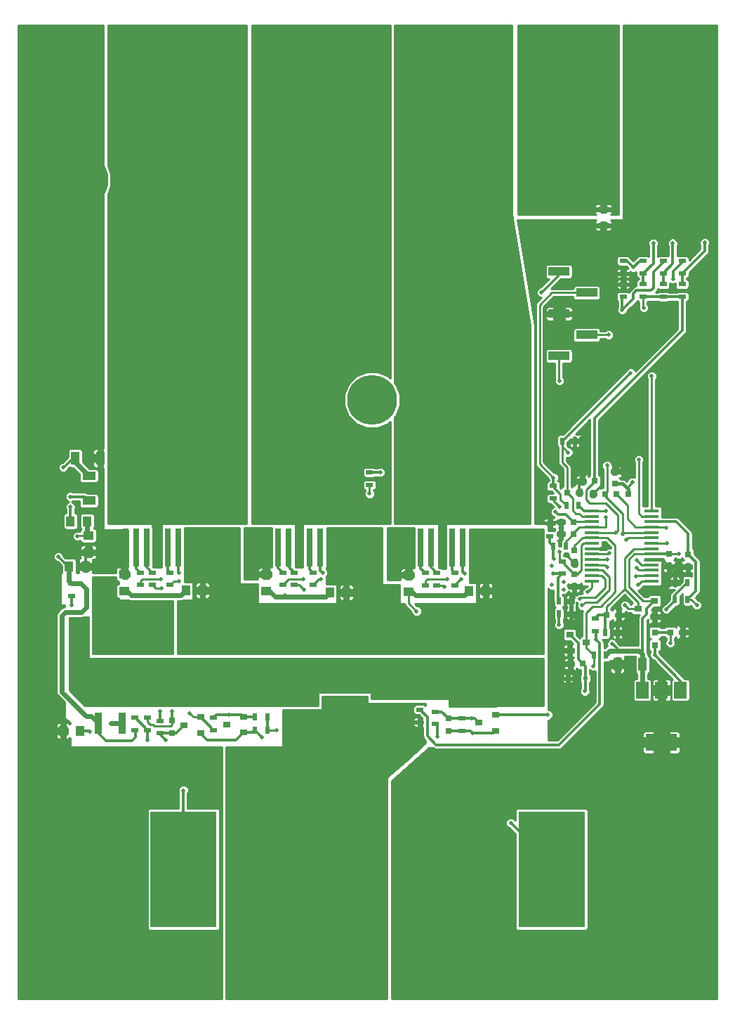
<source format=gbr>
G04 #@! TF.FileFunction,Copper,L1,Top,Signal*
%FSLAX46Y46*%
G04 Gerber Fmt 4.6, Leading zero omitted, Abs format (unit mm)*
G04 Created by KiCad (PCBNEW 4.0.6) date 03/22/18 13:33:18*
%MOMM*%
%LPD*%
G01*
G04 APERTURE LIST*
%ADD10C,0.100000*%
%ADD11C,0.500000*%
%ADD12R,2.500000X4.000000*%
%ADD13R,0.800000X4.600000*%
%ADD14R,10.800000X9.400000*%
%ADD15R,5.250000X4.550000*%
%ADD16R,1.000000X1.250000*%
%ADD17R,1.250000X1.000000*%
%ADD18R,1.600000X1.000000*%
%ADD19R,1.000000X1.600000*%
%ADD20R,0.800000X0.750000*%
%ADD21R,0.750000X0.800000*%
%ADD22R,0.900000X0.800000*%
%ADD23R,0.600000X0.450000*%
%ADD24R,3.800000X2.000000*%
%ADD25R,1.500000X2.000000*%
%ADD26R,1.750000X0.450000*%
%ADD27R,5.000000X4.500000*%
%ADD28R,0.900000X0.500000*%
%ADD29R,0.500000X0.900000*%
%ADD30R,0.900000X2.500000*%
%ADD31R,1.300000X0.700000*%
%ADD32R,2.510000X1.000000*%
%ADD33R,8.000000X14.000000*%
%ADD34C,6.000000*%
%ADD35C,0.600000*%
%ADD36C,0.340000*%
%ADD37C,0.254000*%
%ADD38C,0.250000*%
%ADD39C,0.381000*%
G04 APERTURE END LIST*
D10*
D11*
X177900000Y-56700000D03*
X177900000Y-55500000D03*
X122000000Y-107400000D03*
D12*
X119510000Y-108610000D03*
X119510000Y-116610000D03*
D11*
X166700000Y-99100000D03*
X166700000Y-98100000D03*
X165700000Y-99100000D03*
X165700000Y-98100000D03*
X164700000Y-99100000D03*
X164700000Y-98100000D03*
X163700000Y-99100000D03*
X163700000Y-98100000D03*
X147400000Y-100500000D03*
X147400000Y-99500000D03*
X147400000Y-101500000D03*
X147400000Y-98500000D03*
X146500000Y-101000000D03*
X146500000Y-100000000D03*
X146500000Y-99000000D03*
X146500000Y-98000000D03*
X130200000Y-101500000D03*
X130200000Y-100500000D03*
X130200000Y-99500000D03*
X130200000Y-98500000D03*
X129300000Y-101000000D03*
X129300000Y-100000000D03*
X129300000Y-99000000D03*
X129300000Y-98000000D03*
X152300000Y-102300000D03*
X152300000Y-101300000D03*
X152300000Y-100300000D03*
X152300000Y-99300000D03*
X152300000Y-98300000D03*
X117500000Y-102000000D03*
X117500000Y-101000000D03*
X117500000Y-100000000D03*
X117500000Y-99000000D03*
X117500000Y-98000000D03*
X135100000Y-102300000D03*
X135100000Y-101300000D03*
X135100000Y-100300000D03*
X135100000Y-99300000D03*
X135100000Y-98300000D03*
X136000000Y-97800000D03*
X160400000Y-145100000D03*
X153400000Y-145100000D03*
X160400000Y-144100000D03*
X153400000Y-144100000D03*
X160400000Y-143100000D03*
X153400000Y-143100000D03*
X160400000Y-142100000D03*
X153400000Y-142100000D03*
X160400000Y-141100000D03*
X153400000Y-141100000D03*
X160400000Y-140100000D03*
X153400000Y-140100000D03*
X160400000Y-139100000D03*
X153400000Y-139100000D03*
X160400000Y-138100000D03*
X153400000Y-138100000D03*
X160400000Y-137100000D03*
X153400000Y-137100000D03*
X160400000Y-136100000D03*
X153400000Y-136100000D03*
X160400000Y-135100000D03*
X153400000Y-135100000D03*
X160400000Y-134100000D03*
X153400000Y-134100000D03*
X160400000Y-133100000D03*
X153400000Y-133100000D03*
X160400000Y-132100000D03*
X153400000Y-132100000D03*
X145600000Y-145100000D03*
X138600000Y-145100000D03*
X145600000Y-144100000D03*
X138600000Y-144100000D03*
X145600000Y-143100000D03*
X138600000Y-143100000D03*
X145600000Y-142100000D03*
X138600000Y-142100000D03*
X145600000Y-141100000D03*
X138600000Y-141100000D03*
X145600000Y-140100000D03*
X138600000Y-140100000D03*
X145600000Y-139100000D03*
X138600000Y-139100000D03*
X145600000Y-138100000D03*
X138600000Y-138100000D03*
X145600000Y-137100000D03*
X138600000Y-137100000D03*
X145600000Y-136100000D03*
X138600000Y-136100000D03*
X145600000Y-135100000D03*
X138600000Y-135100000D03*
X145600000Y-134100000D03*
X138600000Y-134100000D03*
X145600000Y-133100000D03*
X138600000Y-133100000D03*
X145600000Y-132100000D03*
X138600000Y-132100000D03*
X160400000Y-59000000D03*
X153400000Y-59000000D03*
X160400000Y-58000000D03*
X153400000Y-58000000D03*
X160400000Y-57000000D03*
X153400000Y-57000000D03*
X160400000Y-56000000D03*
X153400000Y-56000000D03*
X160400000Y-55000000D03*
X153400000Y-55000000D03*
X160400000Y-54000000D03*
X153400000Y-54000000D03*
X160400000Y-53000000D03*
X153400000Y-53000000D03*
X160400000Y-52000000D03*
X153400000Y-52000000D03*
X160400000Y-51000000D03*
X153400000Y-51000000D03*
X160400000Y-50000000D03*
X153400000Y-50000000D03*
X160400000Y-49000000D03*
X153400000Y-49000000D03*
X160400000Y-48000000D03*
X153400000Y-48000000D03*
X160400000Y-47000000D03*
X153400000Y-47000000D03*
X160400000Y-46000000D03*
X153400000Y-46000000D03*
X145600000Y-59000000D03*
X138600000Y-59000000D03*
X145600000Y-58000000D03*
X138600000Y-58000000D03*
X145600000Y-57000000D03*
X138600000Y-57000000D03*
X145600000Y-56000000D03*
X138600000Y-56000000D03*
X145600000Y-55000000D03*
X138600000Y-55000000D03*
X145600000Y-54000000D03*
X138600000Y-54000000D03*
X145600000Y-53000000D03*
X138600000Y-53000000D03*
X145600000Y-52000000D03*
X138600000Y-52000000D03*
X145600000Y-51000000D03*
X138600000Y-51000000D03*
X145600000Y-50000000D03*
X138600000Y-50000000D03*
X145600000Y-49000000D03*
X138600000Y-49000000D03*
X145600000Y-48000000D03*
X138600000Y-48000000D03*
X145600000Y-47000000D03*
X138600000Y-47000000D03*
X145600000Y-46000000D03*
X138600000Y-46000000D03*
X130800000Y-59000000D03*
X123800000Y-59000000D03*
X130800000Y-58000000D03*
X123800000Y-58000000D03*
X130800000Y-57000000D03*
X123800000Y-57000000D03*
X130800000Y-56000000D03*
X123800000Y-56000000D03*
X130800000Y-55000000D03*
X123800000Y-55000000D03*
X130800000Y-54000000D03*
X123800000Y-54000000D03*
X130800000Y-53000000D03*
X123800000Y-53000000D03*
X130800000Y-52000000D03*
X123800000Y-52000000D03*
X130800000Y-51000000D03*
X123800000Y-51000000D03*
X130800000Y-50000000D03*
X123800000Y-50000000D03*
X130800000Y-49000000D03*
X123800000Y-49000000D03*
X130800000Y-48000000D03*
X123800000Y-48000000D03*
X130800000Y-47000000D03*
X123800000Y-47000000D03*
X130800000Y-46000000D03*
X123800000Y-46000000D03*
X122000000Y-111400000D03*
X122000000Y-110400000D03*
X122000000Y-109400000D03*
X122000000Y-108400000D03*
X179600000Y-115600000D03*
X180800000Y-110000000D03*
X175000000Y-108800000D03*
X179190000Y-88900000D03*
X175310000Y-90410000D03*
X173550000Y-100700000D03*
X178530000Y-99690000D03*
X187400000Y-103100000D03*
X185500000Y-108300000D03*
X162100000Y-122100000D03*
X132700000Y-119900000D03*
X165000000Y-116200000D03*
X165000000Y-115200000D03*
X164100000Y-116700000D03*
X164100000Y-115700000D03*
X164100000Y-114700000D03*
X158800000Y-116200000D03*
X158800000Y-115200000D03*
X158000000Y-116700000D03*
X158000000Y-115700000D03*
X158000000Y-114700000D03*
X141800000Y-117700000D03*
X141800000Y-116700000D03*
X141800000Y-115700000D03*
X141800000Y-114700000D03*
X129700000Y-117700000D03*
X129700000Y-116700000D03*
X129700000Y-115700000D03*
X129700000Y-114700000D03*
X122700000Y-117200000D03*
X122700000Y-116200000D03*
X122700000Y-115200000D03*
X121800000Y-117700000D03*
X121800000Y-116700000D03*
X121800000Y-115700000D03*
X121800000Y-114700000D03*
X116600000Y-117200000D03*
X116600000Y-116200000D03*
X116600000Y-115200000D03*
X117500000Y-117700000D03*
X117500000Y-116700000D03*
X117500000Y-115700000D03*
X117500000Y-114700000D03*
X125900000Y-119500000D03*
X118500000Y-120900000D03*
X112700000Y-123500000D03*
X160760000Y-103570000D03*
X143800000Y-103600000D03*
X126700000Y-103800000D03*
X165800000Y-111600000D03*
X165800000Y-110600000D03*
X165800000Y-109600000D03*
X165800000Y-108600000D03*
X165800000Y-107600000D03*
X153800000Y-122600000D03*
X152800000Y-122600000D03*
X151800000Y-122600000D03*
X150800000Y-122600000D03*
X153800000Y-121000000D03*
X152800000Y-121000000D03*
X151800000Y-121000000D03*
X150800000Y-121000000D03*
X153800000Y-120000000D03*
X152800000Y-120000000D03*
X151800000Y-120000000D03*
X143000000Y-122600000D03*
X142000000Y-122600000D03*
X141000000Y-122600000D03*
X150800000Y-120000000D03*
X143000000Y-120000000D03*
X142000000Y-121000000D03*
X142000000Y-120000000D03*
X143000000Y-121000000D03*
X141000000Y-121000000D03*
X141000000Y-120000000D03*
X140000000Y-122600000D03*
X140000000Y-121000000D03*
X140000000Y-120000000D03*
X164100000Y-111600000D03*
X164100000Y-110600000D03*
X164100000Y-109600000D03*
X164100000Y-108600000D03*
X164100000Y-107600000D03*
X158000000Y-111600000D03*
X158000000Y-110600000D03*
X158000000Y-109600000D03*
X158000000Y-108600000D03*
X158000000Y-107600000D03*
X151900000Y-111600000D03*
X151900000Y-110600000D03*
X151900000Y-109600000D03*
X151900000Y-108600000D03*
X151900000Y-107600000D03*
X150500000Y-111600000D03*
X150500000Y-110600000D03*
X150500000Y-109600000D03*
X150500000Y-108600000D03*
X150500000Y-107600000D03*
X142500000Y-111600000D03*
X142500000Y-110600000D03*
X142500000Y-109600000D03*
X142500000Y-108600000D03*
X142500000Y-107600000D03*
X141000000Y-111600000D03*
X141000000Y-110600000D03*
X141000000Y-109600000D03*
X141000000Y-108600000D03*
X141000000Y-107600000D03*
X128800000Y-111400000D03*
X128800000Y-110400000D03*
X128800000Y-109400000D03*
X128800000Y-108400000D03*
X128800000Y-107400000D03*
X127300000Y-111400000D03*
X127300000Y-110400000D03*
X127300000Y-109400000D03*
X127300000Y-108400000D03*
X127300000Y-107400000D03*
X117100000Y-111400000D03*
X117100000Y-110400000D03*
X117100000Y-109400000D03*
X117100000Y-108400000D03*
X117100000Y-107400000D03*
X117100000Y-106400000D03*
X117100000Y-105400000D03*
X117100000Y-104400000D03*
X113600000Y-94840000D03*
X113600000Y-93640000D03*
X118500000Y-102000000D03*
X118500000Y-101000000D03*
X118500000Y-100000000D03*
X118500000Y-99000000D03*
X118500000Y-98000000D03*
X136000000Y-101800000D03*
X136000000Y-100800000D03*
X136000000Y-99800000D03*
X136000000Y-98800000D03*
X153200000Y-101800000D03*
X153200000Y-100800000D03*
X153200000Y-99800000D03*
X153200000Y-98800000D03*
X153200000Y-97800000D03*
X151000000Y-90700000D03*
D13*
X137410000Y-99755000D03*
X138680000Y-99755000D03*
X139950000Y-99755000D03*
X141220000Y-99755000D03*
X142490000Y-99755000D03*
X143760000Y-99755000D03*
X145030000Y-99755000D03*
D14*
X141220000Y-90605000D03*
D15*
X143995000Y-88180000D03*
X138445000Y-93030000D03*
X138445000Y-88180000D03*
X143995000Y-93030000D03*
D13*
X120270000Y-99785000D03*
X121540000Y-99785000D03*
X122810000Y-99785000D03*
X124080000Y-99785000D03*
X125350000Y-99785000D03*
X126620000Y-99785000D03*
X127890000Y-99785000D03*
D14*
X124080000Y-90635000D03*
D15*
X126855000Y-88210000D03*
X121305000Y-93060000D03*
X121305000Y-88210000D03*
X126855000Y-93060000D03*
D11*
X129000000Y-94340000D03*
X129000000Y-93360000D03*
X129000000Y-92380000D03*
X129000000Y-91400000D03*
X129000000Y-90420000D03*
X129000000Y-89440000D03*
X129000000Y-88460000D03*
X129000000Y-87480000D03*
X129000000Y-86500000D03*
X128020000Y-94340000D03*
X128020000Y-93360000D03*
X128020000Y-92380000D03*
X128020000Y-91400000D03*
X128020000Y-90420000D03*
X128020000Y-89440000D03*
X128020000Y-88460000D03*
X128020000Y-87480000D03*
X128020000Y-86500000D03*
X127040000Y-94340000D03*
X127040000Y-93360000D03*
X127040000Y-92380000D03*
X127040000Y-91400000D03*
X127040000Y-90420000D03*
X127040000Y-89440000D03*
X127040000Y-88460000D03*
X127040000Y-87480000D03*
X127040000Y-86500000D03*
X126060000Y-94340000D03*
X126060000Y-93360000D03*
X126060000Y-92380000D03*
X126060000Y-91400000D03*
X126060000Y-90420000D03*
X126060000Y-89440000D03*
X126060000Y-88460000D03*
X126060000Y-87480000D03*
X126060000Y-86500000D03*
X125080000Y-94340000D03*
X125080000Y-93360000D03*
X125080000Y-92380000D03*
X125080000Y-91400000D03*
X125080000Y-90420000D03*
X125080000Y-89440000D03*
X125080000Y-88460000D03*
X125080000Y-87480000D03*
X125080000Y-86500000D03*
X124100000Y-94340000D03*
X124100000Y-93360000D03*
X124100000Y-92380000D03*
X124100000Y-91400000D03*
X124100000Y-90420000D03*
X124100000Y-89440000D03*
X124100000Y-88460000D03*
X124100000Y-87480000D03*
X124100000Y-86500000D03*
X123120000Y-94340000D03*
X123120000Y-93360000D03*
X123120000Y-92380000D03*
X123120000Y-91400000D03*
X123120000Y-90420000D03*
X123120000Y-89440000D03*
X123120000Y-88460000D03*
X123120000Y-87480000D03*
X123120000Y-86500000D03*
X122140000Y-94340000D03*
X122140000Y-93360000D03*
X122140000Y-92380000D03*
X122140000Y-91400000D03*
X122140000Y-90420000D03*
X122140000Y-89440000D03*
X122140000Y-88460000D03*
X122140000Y-87480000D03*
X122140000Y-86500000D03*
X121160000Y-94340000D03*
X121160000Y-93360000D03*
X121160000Y-92380000D03*
X121160000Y-91400000D03*
X121160000Y-90420000D03*
X121160000Y-89440000D03*
X121160000Y-88460000D03*
X121160000Y-87480000D03*
X121160000Y-86500000D03*
X120180000Y-94340000D03*
X120180000Y-93360000D03*
X120180000Y-92380000D03*
X120180000Y-91400000D03*
X120180000Y-90420000D03*
X120180000Y-89440000D03*
X120180000Y-88460000D03*
X120180000Y-87480000D03*
X120180000Y-86500000D03*
X119200000Y-94340000D03*
X119200000Y-93360000D03*
X119200000Y-92380000D03*
X119200000Y-91400000D03*
X119200000Y-90420000D03*
X119200000Y-89440000D03*
X119200000Y-88460000D03*
X119200000Y-87480000D03*
X119200000Y-86500000D03*
D13*
X154590000Y-99775000D03*
X155860000Y-99775000D03*
X157130000Y-99775000D03*
X158400000Y-99775000D03*
X159670000Y-99775000D03*
X160940000Y-99775000D03*
X162210000Y-99775000D03*
D14*
X158400000Y-90625000D03*
D15*
X161175000Y-88200000D03*
X155625000Y-93050000D03*
X155625000Y-88200000D03*
X161175000Y-93050000D03*
D11*
X153500000Y-86500000D03*
X146100000Y-94340000D03*
X146100000Y-93360000D03*
X146100000Y-92380000D03*
X146100000Y-91400000D03*
X146100000Y-90420000D03*
X146100000Y-89440000D03*
X146100000Y-88460000D03*
X146100000Y-87480000D03*
X146100000Y-86500000D03*
X145120000Y-94340000D03*
X145120000Y-93360000D03*
X145120000Y-92380000D03*
X145120000Y-91400000D03*
X145120000Y-90420000D03*
X145120000Y-89440000D03*
X145120000Y-88460000D03*
X145120000Y-87480000D03*
X145120000Y-86500000D03*
X144140000Y-94340000D03*
X144140000Y-93360000D03*
X144140000Y-92380000D03*
X144140000Y-91400000D03*
X144140000Y-90420000D03*
X144140000Y-89440000D03*
X144140000Y-88460000D03*
X144140000Y-87480000D03*
X144140000Y-86500000D03*
X143160000Y-94340000D03*
X143160000Y-93360000D03*
X143160000Y-92380000D03*
X143160000Y-91400000D03*
X143160000Y-90420000D03*
X143160000Y-89440000D03*
X143160000Y-88460000D03*
X143160000Y-87480000D03*
X143160000Y-86500000D03*
X142180000Y-94340000D03*
X142180000Y-93360000D03*
X142180000Y-92380000D03*
X142180000Y-91400000D03*
X142180000Y-90420000D03*
X142180000Y-89440000D03*
X142180000Y-88460000D03*
X142180000Y-87480000D03*
X142180000Y-86500000D03*
X141200000Y-94340000D03*
X141200000Y-93360000D03*
X141200000Y-92380000D03*
X141200000Y-91400000D03*
X141200000Y-90420000D03*
X141200000Y-89440000D03*
X141200000Y-88460000D03*
X141200000Y-87480000D03*
X141200000Y-86500000D03*
X140220000Y-94340000D03*
X140220000Y-93360000D03*
X140220000Y-92380000D03*
X140220000Y-91400000D03*
X140220000Y-90420000D03*
X140220000Y-89440000D03*
X140220000Y-88460000D03*
X140220000Y-87480000D03*
X140220000Y-86500000D03*
X139240000Y-94340000D03*
X139240000Y-93360000D03*
X139240000Y-92380000D03*
X139240000Y-91400000D03*
X139240000Y-90420000D03*
X139240000Y-89440000D03*
X139240000Y-88460000D03*
X139240000Y-87480000D03*
X139240000Y-86500000D03*
X138260000Y-94340000D03*
X138260000Y-93360000D03*
X138260000Y-92380000D03*
X138260000Y-91400000D03*
X138260000Y-90420000D03*
X138260000Y-89440000D03*
X138260000Y-88460000D03*
X138260000Y-87480000D03*
X138260000Y-86500000D03*
X137280000Y-94340000D03*
X137280000Y-93360000D03*
X137280000Y-92380000D03*
X137280000Y-91400000D03*
X137280000Y-90420000D03*
X137280000Y-89440000D03*
X137280000Y-88460000D03*
X137280000Y-87480000D03*
X137280000Y-86500000D03*
X136300000Y-94340000D03*
X136300000Y-93360000D03*
X136300000Y-92380000D03*
X136300000Y-91400000D03*
X136300000Y-90420000D03*
X136300000Y-89440000D03*
X136300000Y-88460000D03*
X136300000Y-87480000D03*
X136300000Y-86500000D03*
X163300000Y-94340000D03*
X163300000Y-93360000D03*
X163300000Y-92380000D03*
X163300000Y-91400000D03*
X163300000Y-90420000D03*
X163300000Y-89440000D03*
X163300000Y-88460000D03*
X163300000Y-87480000D03*
X163300000Y-86500000D03*
X162320000Y-94340000D03*
X162320000Y-93360000D03*
X162320000Y-92380000D03*
X162320000Y-91400000D03*
X162320000Y-90420000D03*
X162320000Y-89440000D03*
X162320000Y-88460000D03*
X162320000Y-87480000D03*
X162320000Y-86500000D03*
X161340000Y-94340000D03*
X161340000Y-93360000D03*
X161340000Y-92380000D03*
X161340000Y-91400000D03*
X161340000Y-90420000D03*
X161340000Y-89440000D03*
X161340000Y-88460000D03*
X161340000Y-87480000D03*
X161340000Y-86500000D03*
X160360000Y-94340000D03*
X160360000Y-93360000D03*
X160360000Y-92380000D03*
X160360000Y-91400000D03*
X160360000Y-90420000D03*
X160360000Y-89440000D03*
X160360000Y-88460000D03*
X160360000Y-87480000D03*
X160360000Y-86500000D03*
X159380000Y-94340000D03*
X159380000Y-93360000D03*
X159380000Y-92380000D03*
X159380000Y-91400000D03*
X159380000Y-90420000D03*
X159380000Y-89440000D03*
X159380000Y-88460000D03*
X159380000Y-87480000D03*
X159380000Y-86500000D03*
X158400000Y-94340000D03*
X158400000Y-93360000D03*
X158400000Y-92380000D03*
X158400000Y-91400000D03*
X158400000Y-90420000D03*
X158400000Y-89440000D03*
X158400000Y-88460000D03*
X158400000Y-87480000D03*
X158400000Y-86500000D03*
X157420000Y-94340000D03*
X157420000Y-93360000D03*
X157420000Y-92380000D03*
X157420000Y-91400000D03*
X157420000Y-90420000D03*
X157420000Y-89440000D03*
X157420000Y-88460000D03*
X157420000Y-87480000D03*
X157420000Y-86500000D03*
X156440000Y-94340000D03*
X156440000Y-93360000D03*
X156440000Y-92380000D03*
X156440000Y-91400000D03*
X156440000Y-90420000D03*
X156440000Y-89440000D03*
X156440000Y-88460000D03*
X156440000Y-87480000D03*
X156440000Y-86500000D03*
X155460000Y-94340000D03*
X155460000Y-93360000D03*
X155460000Y-92380000D03*
X155460000Y-91400000D03*
X155460000Y-90420000D03*
X155460000Y-89440000D03*
X155460000Y-88460000D03*
X155460000Y-87480000D03*
X155460000Y-86500000D03*
X154480000Y-94340000D03*
X154480000Y-93360000D03*
X154480000Y-92380000D03*
X154480000Y-91400000D03*
X154480000Y-90420000D03*
X154480000Y-89440000D03*
X154480000Y-88460000D03*
X154480000Y-87480000D03*
X154500000Y-86500000D03*
X153500000Y-94340000D03*
X153500000Y-93360000D03*
X153500000Y-92380000D03*
X153500000Y-91400000D03*
X153500000Y-90420000D03*
X153500000Y-89440000D03*
X153500000Y-88460000D03*
X153500000Y-87480000D03*
D16*
X113630000Y-96620000D03*
X115630000Y-96620000D03*
D17*
X115790000Y-98340000D03*
X115790000Y-100340000D03*
D18*
X115850000Y-94130000D03*
X115850000Y-91130000D03*
D19*
X114210000Y-88990000D03*
X117210000Y-88990000D03*
X182600000Y-113830000D03*
X179600000Y-113830000D03*
D16*
X114740000Y-121870000D03*
X112740000Y-121870000D03*
X113450000Y-102040000D03*
X115450000Y-102040000D03*
D20*
X173890000Y-113770000D03*
X175390000Y-113770000D03*
D21*
X184110000Y-110010000D03*
X184110000Y-111510000D03*
X159190000Y-121850000D03*
X159190000Y-120350000D03*
D20*
X187460000Y-109970000D03*
X185960000Y-109970000D03*
D21*
X125870000Y-120600000D03*
X125870000Y-122100000D03*
D20*
X175000000Y-93140000D03*
X173500000Y-93140000D03*
X172780000Y-96690000D03*
X174280000Y-96690000D03*
X175330000Y-91760000D03*
X176830000Y-91760000D03*
X176620000Y-93320000D03*
X178120000Y-93320000D03*
D21*
X185820000Y-102060000D03*
X185820000Y-100560000D03*
D20*
X180920000Y-93320000D03*
X179420000Y-93320000D03*
D21*
X179260000Y-90590000D03*
X179260000Y-92090000D03*
D16*
X129550000Y-104920000D03*
X127550000Y-104920000D03*
D17*
X120100000Y-105000000D03*
X120100000Y-103000000D03*
D20*
X172780000Y-98130000D03*
X174280000Y-98130000D03*
D16*
X146900000Y-105190000D03*
X144900000Y-105190000D03*
D17*
X137200000Y-105000000D03*
X137200000Y-103000000D03*
D21*
X188120000Y-102070000D03*
X188120000Y-100570000D03*
D16*
X163710000Y-104980000D03*
X161710000Y-104980000D03*
D17*
X154400000Y-105100000D03*
X154400000Y-103100000D03*
D21*
X174400000Y-104460000D03*
X174400000Y-102960000D03*
X174420000Y-101640000D03*
X174420000Y-100140000D03*
D22*
X164890000Y-121830000D03*
X164890000Y-119930000D03*
X162890000Y-120880000D03*
X184070000Y-108090000D03*
X184070000Y-106190000D03*
X182070000Y-107140000D03*
X134490000Y-122070000D03*
X134490000Y-120170000D03*
X132490000Y-121120000D03*
D23*
X175730000Y-115530000D03*
X173630000Y-115530000D03*
D24*
X184900000Y-123250000D03*
D25*
X184900000Y-116950000D03*
X182600000Y-116950000D03*
X187200000Y-116950000D03*
D26*
X176500000Y-95355000D03*
X176500000Y-96005000D03*
X176500000Y-96655000D03*
X176500000Y-97305000D03*
X176500000Y-97955000D03*
X176500000Y-98605000D03*
X176500000Y-99255000D03*
X176500000Y-99905000D03*
X176500000Y-100555000D03*
X176500000Y-101205000D03*
X176500000Y-101855000D03*
X176500000Y-102505000D03*
X176500000Y-103155000D03*
X176500000Y-103805000D03*
X183700000Y-103805000D03*
X183700000Y-103155000D03*
X183700000Y-102505000D03*
X183700000Y-101855000D03*
X183700000Y-101205000D03*
X183700000Y-100555000D03*
X183700000Y-99905000D03*
X183700000Y-99255000D03*
X183700000Y-98605000D03*
X183700000Y-97955000D03*
X183700000Y-97305000D03*
X183700000Y-96655000D03*
X183700000Y-96005000D03*
X183700000Y-95355000D03*
D27*
X146720000Y-120140000D03*
X146720000Y-109640000D03*
D28*
X155770000Y-119310000D03*
X155770000Y-120810000D03*
X113740000Y-104120000D03*
X113740000Y-105620000D03*
X124430000Y-122140000D03*
X124430000Y-120640000D03*
X176880000Y-109800000D03*
X176880000Y-108300000D03*
D29*
X178120000Y-110010000D03*
X179620000Y-110010000D03*
D30*
X119880000Y-120940000D03*
X116980000Y-120940000D03*
D28*
X130850000Y-121750000D03*
X130850000Y-120250000D03*
D29*
X137380000Y-121740000D03*
X135880000Y-121740000D03*
X137370000Y-120210000D03*
X135870000Y-120210000D03*
D28*
X121390000Y-120280000D03*
X121390000Y-121780000D03*
X122880000Y-121780000D03*
X122880000Y-120280000D03*
X157620000Y-119550000D03*
X157620000Y-121050000D03*
X160800000Y-120340000D03*
X160800000Y-121840000D03*
D29*
X176710000Y-112730000D03*
X178210000Y-112730000D03*
X173420000Y-94700000D03*
X174920000Y-94700000D03*
X172530000Y-107750000D03*
X174030000Y-107750000D03*
D28*
X149690000Y-92230000D03*
X149690000Y-90730000D03*
X171450000Y-98370000D03*
X171450000Y-96870000D03*
X125650000Y-102790000D03*
X125650000Y-104290000D03*
X187400000Y-66750000D03*
X187400000Y-65250000D03*
D29*
X172930000Y-86940000D03*
X174430000Y-86940000D03*
D28*
X187400000Y-68050000D03*
X187400000Y-69550000D03*
X122050000Y-102790000D03*
X122050000Y-104290000D03*
X123460000Y-102790000D03*
X123460000Y-104290000D03*
D29*
X171870000Y-99630000D03*
X173370000Y-99630000D03*
X188050000Y-103990000D03*
X186550000Y-103990000D03*
D28*
X142850000Y-102770000D03*
X142850000Y-104270000D03*
X185100000Y-66750000D03*
X185100000Y-65250000D03*
X180300000Y-69550000D03*
X180300000Y-68050000D03*
X185100000Y-68050000D03*
X185100000Y-69550000D03*
X139240000Y-102770000D03*
X139240000Y-104270000D03*
X140640000Y-102770000D03*
X140640000Y-104270000D03*
D29*
X186520000Y-106010000D03*
X188020000Y-106010000D03*
X172530000Y-106230000D03*
X174030000Y-106230000D03*
D28*
X160010000Y-102840000D03*
X160010000Y-104340000D03*
X182700000Y-66750000D03*
X182700000Y-65250000D03*
X180300000Y-65250000D03*
X180300000Y-66750000D03*
X182700000Y-68050000D03*
X182700000Y-69550000D03*
X156400000Y-102840000D03*
X156400000Y-104340000D03*
X157820000Y-102840000D03*
X157820000Y-104340000D03*
X172910000Y-102930000D03*
X172910000Y-101430000D03*
D31*
X177900000Y-59050000D03*
X177900000Y-60950000D03*
D28*
X171840000Y-92350000D03*
X171840000Y-93850000D03*
D20*
X179780000Y-107910000D03*
X178280000Y-107910000D03*
D22*
X129310000Y-122100000D03*
X129310000Y-120200000D03*
X127310000Y-121150000D03*
X173840000Y-110280000D03*
X173840000Y-112180000D03*
X175840000Y-111230000D03*
D32*
X172555000Y-66530000D03*
X172555000Y-71610000D03*
X172555000Y-76690000D03*
X175865000Y-69070000D03*
X175865000Y-74150000D03*
D33*
X156855000Y-52444845D03*
X142055000Y-52444845D03*
X127300000Y-52444845D03*
X156855000Y-138555180D03*
X171655000Y-138555180D03*
X127255000Y-138555180D03*
X142055000Y-138555180D03*
X171655000Y-52444845D03*
D34*
X115165000Y-135505180D03*
X150000000Y-82000000D03*
X115165000Y-55495180D03*
X183745000Y-55495180D03*
X183745000Y-135505180D03*
D12*
X161170000Y-108710000D03*
X161170000Y-116710000D03*
X132630000Y-108630000D03*
X132630000Y-116630000D03*
D11*
X114440000Y-98410000D03*
X112740000Y-90110000D03*
X180500000Y-106700000D03*
X186980000Y-100550000D03*
X171860000Y-91340000D03*
X171200000Y-119930000D03*
X178940000Y-111340000D03*
X127240000Y-129030000D03*
X124440000Y-119500000D03*
X115960000Y-121960000D03*
X112150000Y-100870000D03*
X175660000Y-117070000D03*
X122900000Y-122990000D03*
X185970000Y-111270000D03*
X177040000Y-110880000D03*
X184100000Y-112740000D03*
X178370000Y-101210000D03*
X162030000Y-120330000D03*
X125110000Y-123000000D03*
X157880000Y-122520000D03*
X173630000Y-88300000D03*
X186290000Y-67380000D03*
X181190000Y-78750000D03*
X172130000Y-95480000D03*
X180160000Y-71140000D03*
X182760000Y-70880000D03*
X179340000Y-97970000D03*
X172540000Y-109050000D03*
X178340000Y-89890000D03*
X180240000Y-98160000D03*
X181530000Y-66020000D03*
X181380000Y-91910000D03*
X149690000Y-93280000D03*
X185430000Y-97380000D03*
X172580000Y-94830000D03*
X123630000Y-105560000D03*
X178160000Y-96150000D03*
X139510000Y-105510000D03*
X189160000Y-106700000D03*
X155360000Y-107440000D03*
X172640000Y-100240000D03*
X176700000Y-114040000D03*
X136690000Y-122610000D03*
X178180000Y-95390000D03*
X170430000Y-69020000D03*
X178630000Y-100470000D03*
X138490000Y-121760000D03*
X178370000Y-102170000D03*
X124570000Y-104710000D03*
X175350000Y-106730000D03*
X175100000Y-105960000D03*
X124530000Y-103560000D03*
X175980000Y-105130000D03*
X141750000Y-104820000D03*
X158730000Y-104470000D03*
X171690000Y-104280000D03*
X182050000Y-104260000D03*
X181870000Y-103240000D03*
X181880000Y-102190000D03*
X181900000Y-101270000D03*
X173100000Y-103920000D03*
X159080000Y-103590000D03*
X185540000Y-99280000D03*
X141680000Y-103550000D03*
X173100000Y-104810000D03*
X180660000Y-98850000D03*
X172610000Y-79680000D03*
X182170000Y-89180000D03*
X178530000Y-74150000D03*
X183720000Y-79100000D03*
X122050000Y-102790000D03*
X123460000Y-102790000D03*
X190110000Y-63050000D03*
X125650000Y-102790000D03*
X171890000Y-101160000D03*
X126740000Y-102810000D03*
X139240000Y-102770000D03*
X140640000Y-102770000D03*
X186250000Y-63090000D03*
X142850000Y-102770000D03*
X144030000Y-102800000D03*
X185480000Y-107210000D03*
X171680000Y-101960000D03*
X156400000Y-102840000D03*
X157820000Y-102840000D03*
X183920000Y-63110000D03*
X160010000Y-102840000D03*
X161140000Y-102910000D03*
X171840000Y-102900000D03*
X113750000Y-106710000D03*
X166730000Y-132970000D03*
X127980000Y-119710000D03*
D35*
X119880000Y-120940000D02*
X118540000Y-120940000D01*
X118540000Y-120940000D02*
X118500000Y-120900000D01*
D36*
X113600000Y-94840000D02*
X113630000Y-94870000D01*
X113630000Y-94870000D02*
X113630000Y-96620000D01*
X115850000Y-94130000D02*
X115360000Y-93640000D01*
X115360000Y-93640000D02*
X113600000Y-93640000D01*
X147390000Y-120810000D02*
X146720000Y-120140000D01*
D37*
X115790000Y-98340000D02*
X114510000Y-98340000D01*
X114510000Y-98340000D02*
X114440000Y-98410000D01*
D35*
X115630000Y-96620000D02*
X115630000Y-98180000D01*
X115630000Y-98180000D02*
X115790000Y-98340000D01*
D37*
X179260000Y-90590000D02*
X179690000Y-90160000D01*
X179690000Y-89400000D02*
X179190000Y-88900000D01*
X179690000Y-90160000D02*
X179690000Y-89400000D01*
X177630000Y-89980000D02*
X177630000Y-89490000D01*
X177630000Y-92310000D02*
X177630000Y-89980000D01*
X176620000Y-93320000D02*
X177470000Y-92470000D01*
X177470000Y-92470000D02*
X177630000Y-92310000D01*
X178220000Y-88900000D02*
X179190000Y-88900000D01*
X177630000Y-89490000D02*
X178220000Y-88900000D01*
D35*
X179600000Y-113830000D02*
X179600000Y-115600000D01*
D36*
X179620000Y-110010000D02*
X180790000Y-110010000D01*
X180790000Y-110010000D02*
X180800000Y-110000000D01*
X174030000Y-107750000D02*
X174050000Y-107750000D01*
X174050000Y-107750000D02*
X175000000Y-108700000D01*
X174030000Y-106230000D02*
X174030000Y-107750000D01*
D37*
X122880000Y-120280000D02*
X122880000Y-120730000D01*
X125870000Y-121110000D02*
X125870000Y-120600000D01*
X125670000Y-121310000D02*
X125870000Y-121110000D01*
X123760000Y-121310000D02*
X125670000Y-121310000D01*
X123550000Y-121100000D02*
X123760000Y-121310000D01*
X123250000Y-121100000D02*
X123550000Y-121100000D01*
X122880000Y-120730000D02*
X123250000Y-121100000D01*
D36*
X175330000Y-91760000D02*
X175330000Y-90430000D01*
X175330000Y-90430000D02*
X175310000Y-90410000D01*
X122880000Y-120280000D02*
X122880000Y-120220000D01*
D37*
X173550000Y-100700000D02*
X173550000Y-100770000D01*
X173550000Y-100770000D02*
X174420000Y-101640000D01*
X176500000Y-99905000D02*
X176505000Y-99900000D01*
X176505000Y-99900000D02*
X177770000Y-99900000D01*
X177770000Y-99900000D02*
X177830000Y-99900000D01*
X177830000Y-99900000D02*
X178090000Y-99640000D01*
X178090000Y-99640000D02*
X178540000Y-99640000D01*
D36*
X187400000Y-103100000D02*
X186550000Y-103100000D01*
X186600000Y-103200000D02*
X186550000Y-103200000D01*
X186600000Y-103150000D02*
X186600000Y-103200000D01*
X186550000Y-103100000D02*
X186600000Y-103150000D01*
X184070000Y-108090000D02*
X185290000Y-108090000D01*
X185290000Y-108090000D02*
X185500000Y-108300000D01*
X162100000Y-122100000D02*
X164620000Y-122100000D01*
X164620000Y-122100000D02*
X164890000Y-121830000D01*
X160800000Y-121840000D02*
X161840000Y-121840000D01*
X161840000Y-121840000D02*
X162100000Y-122100000D01*
X134490000Y-120170000D02*
X134220000Y-119900000D01*
X134220000Y-119900000D02*
X132700000Y-119900000D01*
X130850000Y-120250000D02*
X131200000Y-119900000D01*
X131200000Y-119900000D02*
X132700000Y-119900000D01*
X125900000Y-119500000D02*
X125870000Y-119530000D01*
X125870000Y-119530000D02*
X125870000Y-120600000D01*
D38*
X112740000Y-121870000D02*
X112740000Y-123460000D01*
X112740000Y-123460000D02*
X112700000Y-123500000D01*
X160010000Y-104340000D02*
X160010000Y-104240000D01*
X160010000Y-104240000D02*
X160680000Y-103570000D01*
X142850000Y-104270000D02*
X143520000Y-103600000D01*
X143520000Y-103600000D02*
X143800000Y-103600000D01*
X125650000Y-104290000D02*
X126140000Y-103800000D01*
X126140000Y-103800000D02*
X126700000Y-103800000D01*
D36*
X149690000Y-90730000D02*
X150970000Y-90730000D01*
X150970000Y-90730000D02*
X151000000Y-90700000D01*
X174030000Y-106230000D02*
X174400000Y-105860000D01*
X174400000Y-105860000D02*
X174400000Y-104460000D01*
X115450000Y-102040000D02*
X115450000Y-100680000D01*
X115450000Y-100680000D02*
X115790000Y-100340000D01*
X134490000Y-120170000D02*
X135830000Y-120170000D01*
X135830000Y-120170000D02*
X135870000Y-120210000D01*
X160800000Y-121840000D02*
X160810000Y-121830000D01*
X159190000Y-121850000D02*
X159200000Y-121840000D01*
X159200000Y-121840000D02*
X160800000Y-121840000D01*
X179620000Y-110010000D02*
X179620000Y-108070000D01*
X179620000Y-108070000D02*
X179780000Y-107910000D01*
D37*
X172620000Y-98290000D02*
X172780000Y-98130000D01*
D36*
X172780000Y-96690000D02*
X171630000Y-96690000D01*
X171630000Y-96690000D02*
X171450000Y-96870000D01*
X172780000Y-96690000D02*
X172780000Y-98130000D01*
X175330000Y-91760000D02*
X175000000Y-92090000D01*
X175000000Y-92090000D02*
X175000000Y-93140000D01*
X186550000Y-103990000D02*
X186550000Y-103200000D01*
X186550000Y-103200000D02*
X186550000Y-102790000D01*
X186550000Y-102790000D02*
X185820000Y-102060000D01*
X185820000Y-102060000D02*
X188110000Y-102060000D01*
X188110000Y-102060000D02*
X188120000Y-102070000D01*
X183700000Y-101205000D02*
X184965000Y-101205000D01*
X184965000Y-101205000D02*
X185820000Y-102060000D01*
D37*
X114210000Y-88990000D02*
X113860000Y-88990000D01*
X113860000Y-88990000D02*
X112740000Y-90110000D01*
D35*
X114210000Y-88990000D02*
X114210000Y-89490000D01*
X114210000Y-89490000D02*
X115850000Y-91130000D01*
D37*
X182070000Y-107140000D02*
X180940000Y-107140000D01*
X180940000Y-107140000D02*
X180500000Y-106700000D01*
D36*
X176880000Y-108300000D02*
X177270000Y-107910000D01*
X177270000Y-107910000D02*
X178280000Y-107910000D01*
X178120000Y-110010000D02*
X178120000Y-108070000D01*
X178120000Y-108070000D02*
X178280000Y-107910000D01*
D37*
X182070000Y-107140000D02*
X182070000Y-106360000D01*
X182070000Y-106360000D02*
X180450000Y-104740000D01*
X178280000Y-107910000D02*
X178280000Y-106910000D01*
X181555000Y-99905000D02*
X183700000Y-99905000D01*
X180450000Y-101010000D02*
X181555000Y-99905000D01*
X180450000Y-104740000D02*
X180450000Y-101010000D01*
X178280000Y-106910000D02*
X180450000Y-104740000D01*
X171860000Y-91340000D02*
X170190000Y-89670000D01*
X171690000Y-69070000D02*
X175865000Y-69070000D01*
X170190000Y-70570000D02*
X171690000Y-69070000D01*
X170190000Y-89670000D02*
X170190000Y-70570000D01*
X185830000Y-100550000D02*
X186980000Y-100550000D01*
D36*
X171840000Y-91360000D02*
X171860000Y-91340000D01*
X171840000Y-91360000D02*
X171840000Y-92350000D01*
D35*
X182600000Y-116950000D02*
X182600000Y-113830000D01*
D36*
X164890000Y-119930000D02*
X169970000Y-119930000D01*
X178940000Y-111340000D02*
X179510000Y-111910000D01*
X179510000Y-111910000D02*
X179510000Y-112190000D01*
X169970000Y-119930000D02*
X171200000Y-119930000D01*
X182600000Y-113830000D02*
X182600000Y-108310000D01*
X183110000Y-107150000D02*
X184070000Y-106190000D01*
X183110000Y-107800000D02*
X183110000Y-107150000D01*
X182600000Y-108310000D02*
X183110000Y-107800000D01*
D37*
X185830000Y-100550000D02*
X185820000Y-100560000D01*
X184070000Y-106190000D02*
X182670000Y-106190000D01*
X182670000Y-106190000D02*
X180954002Y-104474002D01*
X180954002Y-104474002D02*
X180954002Y-101218764D01*
X180954002Y-101218764D02*
X181617766Y-100555000D01*
X181617766Y-100555000D02*
X183700000Y-100555000D01*
D35*
X178210000Y-112730000D02*
X178210000Y-112650000D01*
X178210000Y-112650000D02*
X178670000Y-112190000D01*
X178670000Y-112190000D02*
X179510000Y-112190000D01*
X179510000Y-112190000D02*
X182160000Y-112190000D01*
X182160000Y-112190000D02*
X182600000Y-112630000D01*
X182600000Y-112630000D02*
X182600000Y-113830000D01*
D37*
X171840000Y-92350000D02*
X171840000Y-92470000D01*
X171840000Y-92470000D02*
X172690000Y-93320000D01*
X172690000Y-93320000D02*
X172690000Y-93970000D01*
X172690000Y-93970000D02*
X173420000Y-94700000D01*
D36*
X183700000Y-100555000D02*
X185815000Y-100555000D01*
X185815000Y-100555000D02*
X185820000Y-100560000D01*
X127255000Y-138555180D02*
X127210000Y-138510180D01*
X127210000Y-138510180D02*
X127210000Y-129060000D01*
X127210000Y-129060000D02*
X127240000Y-129030000D01*
X114740000Y-121870000D02*
X115870000Y-121870000D01*
X124430000Y-119510000D02*
X124430000Y-120640000D01*
X124440000Y-119500000D02*
X124430000Y-119510000D01*
X115870000Y-121870000D02*
X115960000Y-121960000D01*
D37*
X113450000Y-102040000D02*
X113320000Y-102040000D01*
X113320000Y-102040000D02*
X112150000Y-100870000D01*
D35*
X115540000Y-120120000D02*
X112600000Y-117180000D01*
X112600000Y-107940000D02*
X112980000Y-107560000D01*
X112600000Y-117180000D02*
X112600000Y-107940000D01*
X113450000Y-102040000D02*
X113450000Y-103830000D01*
X113450000Y-103830000D02*
X113740000Y-104120000D01*
X116980000Y-120940000D02*
X116160000Y-120120000D01*
X114870000Y-104120000D02*
X113740000Y-104120000D01*
X115510000Y-104760000D02*
X114870000Y-104120000D01*
X115510000Y-106960000D02*
X115510000Y-104760000D01*
X114910000Y-107560000D02*
X115510000Y-106960000D01*
X112980000Y-107560000D02*
X114910000Y-107560000D01*
X116160000Y-120120000D02*
X115540000Y-120120000D01*
D36*
X116980000Y-120940000D02*
X116980000Y-122120000D01*
X116980000Y-122120000D02*
X117880000Y-123020000D01*
X117880000Y-123020000D02*
X121020000Y-123020000D01*
X121020000Y-123020000D02*
X121430000Y-122610000D01*
X121430000Y-122610000D02*
X121430000Y-121780000D01*
X122880000Y-121780000D02*
X122880000Y-122970000D01*
X175660000Y-117070000D02*
X175730000Y-117000000D01*
X175730000Y-117000000D02*
X175730000Y-115530000D01*
X122880000Y-122970000D02*
X122900000Y-122990000D01*
X121430000Y-120280000D02*
X122930000Y-121780000D01*
X122930000Y-121780000D02*
X122960000Y-121780000D01*
X175730000Y-115530000D02*
X175730000Y-114110000D01*
X175730000Y-114110000D02*
X175390000Y-113770000D01*
X173840000Y-110280000D02*
X174870000Y-111310000D01*
X174870000Y-113250000D02*
X175390000Y-113770000D01*
X174870000Y-111310000D02*
X174870000Y-113250000D01*
D37*
X185960000Y-109970000D02*
X185960000Y-111260000D01*
X185960000Y-111260000D02*
X185970000Y-111270000D01*
D36*
X185960000Y-109970000D02*
X184150000Y-109970000D01*
X184150000Y-109970000D02*
X184110000Y-110010000D01*
X187200000Y-116950000D02*
X187200000Y-115840000D01*
X187200000Y-115840000D02*
X184100000Y-112740000D01*
X156670000Y-122480000D02*
X156670000Y-120210000D01*
X156670000Y-120210000D02*
X155770000Y-119310000D01*
X157710000Y-123520000D02*
X156670000Y-122480000D01*
X157710000Y-123520000D02*
X172540000Y-123520000D01*
X177040000Y-110880000D02*
X177450000Y-111290000D01*
X177450000Y-118610000D02*
X172540000Y-123520000D01*
X177450000Y-111290000D02*
X177450000Y-118610000D01*
X184110000Y-111510000D02*
X184110000Y-112730000D01*
X177040000Y-110880000D02*
X177040000Y-109960000D01*
X184110000Y-112730000D02*
X184100000Y-112740000D01*
X177040000Y-109960000D02*
X176880000Y-109800000D01*
X157620000Y-119550000D02*
X158390000Y-119550000D01*
X158390000Y-119550000D02*
X159190000Y-120350000D01*
D37*
X178365000Y-101205000D02*
X178370000Y-101210000D01*
X178365000Y-101205000D02*
X176500000Y-101205000D01*
X162030000Y-120330000D02*
X162030000Y-120340000D01*
X162030000Y-120340000D02*
X162030000Y-120330000D01*
X162030000Y-120330000D02*
X162030000Y-120340000D01*
D36*
X162890000Y-120880000D02*
X162350000Y-120340000D01*
X162350000Y-120340000D02*
X162030000Y-120340000D01*
X162030000Y-120340000D02*
X160800000Y-120340000D01*
X160800000Y-120340000D02*
X160790000Y-120350000D01*
X160790000Y-120350000D02*
X159190000Y-120350000D01*
X157620000Y-121050000D02*
X157880000Y-121310000D01*
X125110000Y-123000000D02*
X124430000Y-122320000D01*
X157880000Y-121310000D02*
X157880000Y-122520000D01*
X124430000Y-122320000D02*
X124430000Y-122140000D01*
X127310000Y-121150000D02*
X126360000Y-122100000D01*
X126360000Y-122100000D02*
X125870000Y-122100000D01*
X124430000Y-122140000D02*
X125830000Y-122140000D01*
X125830000Y-122140000D02*
X125870000Y-122100000D01*
D37*
X172930000Y-86940000D02*
X172930000Y-87600000D01*
X172930000Y-87600000D02*
X173630000Y-88300000D01*
D36*
X172930000Y-86940000D02*
X181120000Y-78750000D01*
X186290000Y-66500000D02*
X187400000Y-65390000D01*
X186290000Y-67380000D02*
X186290000Y-66500000D01*
X181120000Y-78750000D02*
X181190000Y-78750000D01*
X187400000Y-65390000D02*
X187400000Y-65250000D01*
D37*
X173500000Y-93140000D02*
X174170000Y-93810000D01*
X175355000Y-96005000D02*
X176500000Y-96005000D01*
X175010000Y-95660000D02*
X175355000Y-96005000D01*
X174530000Y-95660000D02*
X175010000Y-95660000D01*
X174170000Y-95300000D02*
X174530000Y-95660000D01*
X174170000Y-93810000D02*
X174170000Y-95300000D01*
X172930000Y-86940000D02*
X172930000Y-89530000D01*
X173500000Y-90100000D02*
X173500000Y-93140000D01*
X172930000Y-89530000D02*
X173500000Y-90100000D01*
D36*
X180840000Y-70460000D02*
X181500000Y-69800000D01*
X180160000Y-71140000D02*
X180840000Y-70460000D01*
X183930000Y-66540000D02*
X185100000Y-65370000D01*
X183930000Y-68520000D02*
X183930000Y-66540000D01*
X183640000Y-68810000D02*
X183930000Y-68520000D01*
X181870000Y-68810000D02*
X183640000Y-68810000D01*
X181500000Y-69180000D02*
X181870000Y-68810000D01*
X181500000Y-69800000D02*
X181500000Y-69180000D01*
X185100000Y-65370000D02*
X185100000Y-65250000D01*
X180160000Y-71140000D02*
X180160000Y-69690000D01*
X180160000Y-69690000D02*
X180300000Y-69550000D01*
X174280000Y-96690000D02*
X173380000Y-95790000D01*
X172440000Y-95790000D02*
X173380000Y-95790000D01*
X172130000Y-95480000D02*
X172440000Y-95790000D01*
X185100000Y-65310000D02*
X185100000Y-65250000D01*
D37*
X174280000Y-96690000D02*
X174315000Y-96655000D01*
X174315000Y-96655000D02*
X176500000Y-96655000D01*
X182700000Y-70820000D02*
X182700000Y-69550000D01*
X182760000Y-70880000D02*
X182700000Y-70820000D01*
D36*
X176830000Y-84560000D02*
X176830000Y-84200000D01*
X176830000Y-91760000D02*
X176830000Y-84560000D01*
X187400000Y-73630000D02*
X187400000Y-69550000D01*
X176830000Y-84200000D02*
X187400000Y-73630000D01*
X182700000Y-69550000D02*
X185100000Y-69550000D01*
X185100000Y-69550000D02*
X187400000Y-69550000D01*
X179340000Y-97970000D02*
X179340000Y-97955000D01*
X179340000Y-97955000D02*
X179415000Y-97955000D01*
X172530000Y-109040000D02*
X172540000Y-109050000D01*
X172530000Y-107750000D02*
X172530000Y-109040000D01*
D37*
X177905998Y-94460000D02*
X178210000Y-94460000D01*
X178210000Y-94460000D02*
X179650000Y-95900000D01*
X179650000Y-95900000D02*
X179650000Y-97720000D01*
X179650000Y-97720000D02*
X179415000Y-97955000D01*
X176830000Y-91780000D02*
X175810000Y-92800000D01*
X175810000Y-92800000D02*
X175810000Y-94000000D01*
X175810000Y-94000000D02*
X176270000Y-94460000D01*
X176270000Y-94460000D02*
X177905998Y-94460000D01*
X179415000Y-97955000D02*
X176500000Y-97955000D01*
X176830000Y-91760000D02*
X176830000Y-91780000D01*
X178120000Y-93320000D02*
X178340000Y-93100000D01*
X178340000Y-93100000D02*
X178340000Y-89890000D01*
D36*
X181530000Y-66020000D02*
X182300000Y-65250000D01*
X182300000Y-65250000D02*
X182700000Y-65250000D01*
X180240000Y-98160000D02*
X180225000Y-98145000D01*
X180225000Y-97955000D02*
X180225000Y-98145000D01*
X180760000Y-65250000D02*
X180300000Y-65250000D01*
X181530000Y-66020000D02*
X180760000Y-65250000D01*
D37*
X178120000Y-93320000D02*
X178120000Y-93590000D01*
X178120000Y-93590000D02*
X180230000Y-95700000D01*
X180230000Y-95700000D02*
X180230000Y-97960000D01*
X180230000Y-97960000D02*
X180225000Y-97955000D01*
X180225000Y-97955000D02*
X183700000Y-97955000D01*
X180920000Y-93320000D02*
X180920000Y-92370000D01*
X180920000Y-92370000D02*
X181380000Y-91910000D01*
D39*
X180920000Y-93320000D02*
X180920000Y-92750000D01*
X180260000Y-92090000D02*
X179260000Y-92090000D01*
X180920000Y-92750000D02*
X180260000Y-92090000D01*
D37*
X149690000Y-92230000D02*
X149690000Y-93280000D01*
X185355000Y-97305000D02*
X183700000Y-97305000D01*
X185430000Y-97380000D02*
X185355000Y-97305000D01*
X171840000Y-93850000D02*
X171840000Y-94090000D01*
X171840000Y-94090000D02*
X172580000Y-94830000D01*
X179420000Y-93320000D02*
X180780000Y-94680000D01*
X180780000Y-94680000D02*
X180780000Y-96310000D01*
X180780000Y-96310000D02*
X181775000Y-97305000D01*
X181775000Y-97305000D02*
X183700000Y-97305000D01*
D35*
X120450000Y-105040000D02*
X120970000Y-105560000D01*
X126910000Y-105560000D02*
X127550000Y-104920000D01*
X120970000Y-105560000D02*
X123630000Y-105560000D01*
X123630000Y-105560000D02*
X126910000Y-105560000D01*
D37*
X176500000Y-97305000D02*
X178145000Y-97305000D01*
X178160000Y-97290000D02*
X178160000Y-96150000D01*
X178145000Y-97305000D02*
X178160000Y-97290000D01*
X173370000Y-99630000D02*
X173370000Y-99040000D01*
X173370000Y-99040000D02*
X174280000Y-98130000D01*
X174280000Y-98130000D02*
X174280000Y-98000000D01*
X174280000Y-98000000D02*
X174975000Y-97305000D01*
X174975000Y-97305000D02*
X176500000Y-97305000D01*
X139630000Y-105670000D02*
X139500000Y-105670000D01*
X139510000Y-105590000D02*
X139510000Y-105510000D01*
X139500000Y-105670000D02*
X139510000Y-105590000D01*
D35*
X137630000Y-105020000D02*
X138280000Y-105670000D01*
X144420000Y-105670000D02*
X144900000Y-105190000D01*
X138280000Y-105670000D02*
X139630000Y-105670000D01*
X139630000Y-105670000D02*
X144420000Y-105670000D01*
D37*
X188020000Y-106010000D02*
X188470000Y-106010000D01*
X188470000Y-106010000D02*
X189160000Y-106700000D01*
D36*
X188020000Y-106010000D02*
X189040000Y-104990000D01*
X189040000Y-101490000D02*
X188120000Y-100570000D01*
X189040000Y-104990000D02*
X189040000Y-101490000D01*
X188120000Y-100570000D02*
X188120000Y-98080000D01*
X186695000Y-96655000D02*
X183700000Y-96655000D01*
X188120000Y-98080000D02*
X186695000Y-96655000D01*
D37*
X154400000Y-105100000D02*
X154400000Y-106480000D01*
X154400000Y-106480000D02*
X155360000Y-107440000D01*
D35*
X154790000Y-105090000D02*
X155260000Y-105560000D01*
X155260000Y-105560000D02*
X161130000Y-105560000D01*
X161130000Y-105560000D02*
X161710000Y-104980000D01*
D37*
X172910000Y-101430000D02*
X172640000Y-101160000D01*
X172640000Y-101160000D02*
X172640000Y-100240000D01*
X172910000Y-101430000D02*
X173120000Y-101640000D01*
X173120000Y-101640000D02*
X173120000Y-101680000D01*
X173120000Y-101680000D02*
X174400000Y-102960000D01*
X174400000Y-102960000D02*
X174730000Y-102960000D01*
X174730000Y-102960000D02*
X175210000Y-102480000D01*
X175210000Y-102480000D02*
X175210000Y-99550000D01*
X175210000Y-99550000D02*
X175505000Y-99255000D01*
X175505000Y-99255000D02*
X176500000Y-99255000D01*
X176710000Y-112730000D02*
X176710000Y-114030000D01*
X176710000Y-114030000D02*
X176700000Y-114040000D01*
X175840000Y-111230000D02*
X175840000Y-107600000D01*
X178375000Y-98605000D02*
X176500000Y-98605000D01*
X179320000Y-99550000D02*
X178375000Y-98605000D01*
X179320000Y-105110000D02*
X179320000Y-99550000D01*
X177570000Y-106860000D02*
X179320000Y-105110000D01*
X176580000Y-106860000D02*
X177570000Y-106860000D01*
X175840000Y-107600000D02*
X176580000Y-106860000D01*
X175840000Y-111230000D02*
X175840000Y-111860000D01*
X175840000Y-111860000D02*
X176710000Y-112730000D01*
X174420000Y-100140000D02*
X174420000Y-99550000D01*
X174420000Y-99550000D02*
X175365000Y-98605000D01*
X175365000Y-98605000D02*
X176500000Y-98605000D01*
X135880000Y-121740000D02*
X135880000Y-121800000D01*
X135880000Y-121800000D02*
X136690000Y-122610000D01*
D36*
X129310000Y-122100000D02*
X129310000Y-122170000D01*
X129310000Y-122170000D02*
X130120000Y-122980000D01*
X130120000Y-122980000D02*
X133580000Y-122980000D01*
X133580000Y-122980000D02*
X134490000Y-122070000D01*
X134490000Y-122070000D02*
X135550000Y-122070000D01*
X135550000Y-122070000D02*
X135880000Y-121740000D01*
D37*
X176535000Y-95390000D02*
X178180000Y-95390000D01*
X170430000Y-69020000D02*
X172555000Y-66895000D01*
X172555000Y-66895000D02*
X172555000Y-66530000D01*
X176500000Y-95355000D02*
X176535000Y-95390000D01*
X174920000Y-94700000D02*
X175575000Y-95355000D01*
X175575000Y-95355000D02*
X176500000Y-95355000D01*
X176500000Y-100555000D02*
X178545000Y-100555000D01*
X178545000Y-100555000D02*
X178630000Y-100470000D01*
X138490000Y-121760000D02*
X138470000Y-121740000D01*
X137380000Y-121740000D02*
X138470000Y-121740000D01*
X176500000Y-101855000D02*
X178055000Y-101855000D01*
X178055000Y-101855000D02*
X178370000Y-102170000D01*
D36*
X137380000Y-121740000D02*
X137380000Y-120220000D01*
X137380000Y-120220000D02*
X137370000Y-120210000D01*
D37*
X176500000Y-102505000D02*
X177775000Y-102505000D01*
X123880000Y-104710000D02*
X123460000Y-104290000D01*
X124570000Y-104710000D02*
X123880000Y-104710000D01*
X175750000Y-106330000D02*
X175350000Y-106730000D01*
X177110000Y-106330000D02*
X175750000Y-106330000D01*
X178600000Y-104840000D02*
X177110000Y-106330000D01*
X178600000Y-103330000D02*
X178600000Y-104840000D01*
X177775000Y-102505000D02*
X178600000Y-103330000D01*
X177680998Y-103155000D02*
X178095998Y-103570000D01*
X178095998Y-103570000D02*
X178095998Y-104631236D01*
X178095998Y-104631236D02*
X176917234Y-105810000D01*
X176917234Y-105810000D02*
X175250000Y-105810000D01*
X175250000Y-105810000D02*
X175100000Y-105960000D01*
X177680998Y-103155000D02*
X176500000Y-103155000D01*
X122050000Y-103830000D02*
X122050000Y-104290000D01*
X122320000Y-103560000D02*
X122050000Y-103830000D01*
X124530000Y-103560000D02*
X122320000Y-103560000D01*
X176500000Y-104610000D02*
X175980000Y-105130000D01*
X141750000Y-104820000D02*
X141200000Y-104270000D01*
X140640000Y-104270000D02*
X141200000Y-104270000D01*
X176500000Y-104610000D02*
X176500000Y-103805000D01*
X158590000Y-104330000D02*
X158730000Y-104470000D01*
X157820000Y-104340000D02*
X158590000Y-104330000D01*
X182505000Y-103805000D02*
X183700000Y-103805000D01*
X182050000Y-104260000D02*
X182505000Y-103805000D01*
X183700000Y-103155000D02*
X181955000Y-103155000D01*
X181955000Y-103155000D02*
X181870000Y-103240000D01*
X183700000Y-102505000D02*
X182195000Y-102505000D01*
X182195000Y-102505000D02*
X181880000Y-102190000D01*
X183700000Y-101855000D02*
X182485000Y-101855000D01*
X182485000Y-101855000D02*
X181900000Y-101270000D01*
X183700000Y-99255000D02*
X185515000Y-99255000D01*
X156400000Y-103820000D02*
X156400000Y-104340000D01*
X156630000Y-103590000D02*
X156400000Y-103820000D01*
X159080000Y-103590000D02*
X156630000Y-103590000D01*
X185515000Y-99255000D02*
X185540000Y-99280000D01*
X139960000Y-103550000D02*
X141680000Y-103550000D01*
X180660000Y-98850000D02*
X180905000Y-98605000D01*
X183700000Y-98605000D02*
X180905000Y-98605000D01*
X139960000Y-103550000D02*
X139240000Y-104270000D01*
X183700000Y-96005000D02*
X182535000Y-96005000D01*
X172555000Y-79625000D02*
X172555000Y-76690000D01*
X172610000Y-79680000D02*
X172555000Y-79625000D01*
X182140000Y-89210000D02*
X182170000Y-89180000D01*
X182140000Y-95610000D02*
X182140000Y-89210000D01*
X182535000Y-96005000D02*
X182140000Y-95610000D01*
X183700000Y-95355000D02*
X183700000Y-79120000D01*
X178530000Y-74150000D02*
X175865000Y-74150000D01*
X183700000Y-79120000D02*
X183720000Y-79100000D01*
D36*
X121540000Y-99785000D02*
X121540000Y-102280000D01*
X121540000Y-102280000D02*
X122050000Y-102790000D01*
X122810000Y-102140000D02*
X123460000Y-102790000D01*
X122810000Y-99785000D02*
X122810000Y-102140000D01*
X187400000Y-66750000D02*
X190110000Y-64040000D01*
X190110000Y-64040000D02*
X190110000Y-63050000D01*
X187400000Y-66750000D02*
X187400000Y-68050000D01*
X125350000Y-102490000D02*
X125650000Y-102790000D01*
X125350000Y-99785000D02*
X125350000Y-102490000D01*
X171870000Y-99630000D02*
X171870000Y-101140000D01*
X171890000Y-101160000D02*
X171870000Y-101140000D01*
X126620000Y-99785000D02*
X126620000Y-102690000D01*
X126620000Y-102690000D02*
X126740000Y-102810000D01*
X171450000Y-98370000D02*
X171450000Y-99210000D01*
X171450000Y-99210000D02*
X171870000Y-99630000D01*
X138680000Y-102210000D02*
X139240000Y-102770000D01*
X138680000Y-99755000D02*
X138680000Y-102210000D01*
X139950000Y-102080000D02*
X140640000Y-102770000D01*
X139950000Y-99755000D02*
X139950000Y-102080000D01*
X185100000Y-66750000D02*
X186250000Y-65600000D01*
X186250000Y-65600000D02*
X186250000Y-63090000D01*
X185100000Y-66750000D02*
X185100000Y-68050000D01*
X142490000Y-102410000D02*
X142850000Y-102770000D01*
X142490000Y-99755000D02*
X142490000Y-102410000D01*
X143760000Y-99755000D02*
X143760000Y-102530000D01*
X144030000Y-102800000D02*
X143760000Y-102530000D01*
X186520000Y-106010000D02*
X186520000Y-105520000D01*
X186520000Y-105520000D02*
X188050000Y-103990000D01*
X185480000Y-107210000D02*
X186520000Y-106170000D01*
X186520000Y-106170000D02*
X186520000Y-106010000D01*
X155840000Y-99805000D02*
X155840000Y-102280000D01*
X155840000Y-102280000D02*
X156400000Y-102840000D01*
X157110000Y-99805000D02*
X157110000Y-102130000D01*
X157110000Y-102130000D02*
X157820000Y-102840000D01*
X182700000Y-66750000D02*
X183920000Y-65530000D01*
X183920000Y-65530000D02*
X183920000Y-63110000D01*
X182700000Y-66750000D02*
X182700000Y-68050000D01*
X159650000Y-102480000D02*
X160010000Y-102840000D01*
X159650000Y-99805000D02*
X159650000Y-102480000D01*
X160920000Y-99805000D02*
X160920000Y-102690000D01*
X160920000Y-102690000D02*
X161140000Y-102910000D01*
X171870000Y-102930000D02*
X172910000Y-102930000D01*
X171840000Y-102900000D02*
X171870000Y-102930000D01*
X172530000Y-106230000D02*
X172400000Y-106100000D01*
X172400000Y-106100000D02*
X172400000Y-103440000D01*
X172400000Y-103440000D02*
X172910000Y-102930000D01*
X172530000Y-106230000D02*
X172530000Y-105900000D01*
X113740000Y-106700000D02*
X113750000Y-106710000D01*
X113740000Y-105620000D02*
X113740000Y-106700000D01*
X166730000Y-132970000D02*
X171655000Y-137895000D01*
X171655000Y-138555180D02*
X171655000Y-137895000D01*
D37*
X129310000Y-120200000D02*
X128470000Y-120200000D01*
X128470000Y-120200000D02*
X127980000Y-119710000D01*
D36*
X129310000Y-120200000D02*
X129310000Y-120210000D01*
X129310000Y-120210000D02*
X130850000Y-121750000D01*
D37*
G36*
X119090615Y-103500000D02*
X119116903Y-103639708D01*
X119199470Y-103768020D01*
X119325453Y-103854101D01*
X119402589Y-103869721D01*
X119406300Y-104128542D01*
X119335292Y-104141903D01*
X119206980Y-104224470D01*
X119120899Y-104350453D01*
X119090615Y-104500000D01*
X119090615Y-105500000D01*
X119116903Y-105639708D01*
X119199470Y-105768020D01*
X119325453Y-105854101D01*
X119431346Y-105875545D01*
X119433013Y-105991821D01*
X119443726Y-106041082D01*
X119472761Y-106082295D01*
X119515542Y-106108964D01*
X119560000Y-106117000D01*
X120608457Y-106117000D01*
X120710923Y-106185466D01*
X120970000Y-106237000D01*
X125983000Y-106237000D01*
X125983000Y-112533000D01*
X116297000Y-112533000D01*
X116297000Y-103327000D01*
X119090615Y-103327000D01*
X119090615Y-103500000D01*
X119090615Y-103500000D01*
G37*
X119090615Y-103500000D02*
X119116903Y-103639708D01*
X119199470Y-103768020D01*
X119325453Y-103854101D01*
X119402589Y-103869721D01*
X119406300Y-104128542D01*
X119335292Y-104141903D01*
X119206980Y-104224470D01*
X119120899Y-104350453D01*
X119090615Y-104500000D01*
X119090615Y-105500000D01*
X119116903Y-105639708D01*
X119199470Y-105768020D01*
X119325453Y-105854101D01*
X119431346Y-105875545D01*
X119433013Y-105991821D01*
X119443726Y-106041082D01*
X119472761Y-106082295D01*
X119515542Y-106108964D01*
X119560000Y-106117000D01*
X120608457Y-106117000D01*
X120710923Y-106185466D01*
X120970000Y-106237000D01*
X125983000Y-106237000D01*
X125983000Y-112533000D01*
X116297000Y-112533000D01*
X116297000Y-103327000D01*
X119090615Y-103327000D01*
X119090615Y-103500000D01*
G36*
X133973000Y-104000000D02*
X133983006Y-104049410D01*
X134011447Y-104091035D01*
X134053841Y-104118315D01*
X134100000Y-104127000D01*
X136173000Y-104127000D01*
X136173000Y-106400000D01*
X136183006Y-106449410D01*
X136211447Y-106491035D01*
X136253841Y-106518315D01*
X136300000Y-106527000D01*
X145600000Y-106527000D01*
X145649410Y-106516994D01*
X145691035Y-106488553D01*
X145718315Y-106446159D01*
X145727000Y-106400000D01*
X145727000Y-106004210D01*
X145754101Y-105964547D01*
X145784385Y-105815000D01*
X145784385Y-105596750D01*
X146023000Y-105596750D01*
X146023000Y-105889990D01*
X146080395Y-106028553D01*
X146186447Y-106134605D01*
X146325010Y-106192000D01*
X146555750Y-106192000D01*
X146650000Y-106097750D01*
X146650000Y-105502500D01*
X147150000Y-105502500D01*
X147150000Y-106097750D01*
X147244250Y-106192000D01*
X147474990Y-106192000D01*
X147613553Y-106134605D01*
X147719605Y-106028553D01*
X147777000Y-105889990D01*
X147777000Y-105596750D01*
X147682750Y-105502500D01*
X147150000Y-105502500D01*
X146650000Y-105502500D01*
X146117250Y-105502500D01*
X146023000Y-105596750D01*
X145784385Y-105596750D01*
X145784385Y-104565000D01*
X145770275Y-104490010D01*
X146023000Y-104490010D01*
X146023000Y-104783250D01*
X146117250Y-104877500D01*
X146650000Y-104877500D01*
X146650000Y-104282250D01*
X147150000Y-104282250D01*
X147150000Y-104877500D01*
X147682750Y-104877500D01*
X147777000Y-104783250D01*
X147777000Y-104490010D01*
X147719605Y-104351447D01*
X147613553Y-104245395D01*
X147474990Y-104188000D01*
X147244250Y-104188000D01*
X147150000Y-104282250D01*
X146650000Y-104282250D01*
X146555750Y-104188000D01*
X146325010Y-104188000D01*
X146186447Y-104245395D01*
X146080395Y-104351447D01*
X146023000Y-104490010D01*
X145770275Y-104490010D01*
X145758097Y-104425292D01*
X145727000Y-104376966D01*
X145727000Y-104300000D01*
X145716994Y-104250590D01*
X145688553Y-104208965D01*
X145646159Y-104181685D01*
X145600000Y-104173000D01*
X144527000Y-104173000D01*
X144527000Y-103189806D01*
X144561235Y-103155631D01*
X144656891Y-102925265D01*
X144657109Y-102675829D01*
X144561855Y-102445297D01*
X144527000Y-102410381D01*
X144527000Y-102140850D01*
X144544385Y-102055000D01*
X144544385Y-97455000D01*
X144539116Y-97427000D01*
X151173000Y-97427000D01*
X151173000Y-104100000D01*
X151183006Y-104149410D01*
X151211447Y-104191035D01*
X151253841Y-104218315D01*
X151300000Y-104227000D01*
X153273000Y-104227000D01*
X153273000Y-106400000D01*
X153283006Y-106449410D01*
X153311447Y-106491035D01*
X153353841Y-106518315D01*
X153400000Y-106527000D01*
X153905349Y-106527000D01*
X153934365Y-106672873D01*
X154043618Y-106836382D01*
X154732925Y-107525689D01*
X154732891Y-107564171D01*
X154828145Y-107794703D01*
X155004369Y-107971235D01*
X155234735Y-108066891D01*
X155484171Y-108067109D01*
X155714703Y-107971855D01*
X155891235Y-107795631D01*
X155986891Y-107565265D01*
X155987109Y-107315829D01*
X155891855Y-107085297D01*
X155715631Y-106908765D01*
X155485265Y-106813109D01*
X155445839Y-106813075D01*
X155159764Y-106527000D01*
X162500000Y-106527000D01*
X162549410Y-106516994D01*
X162591035Y-106488553D01*
X162618315Y-106446159D01*
X162627000Y-106400000D01*
X162627000Y-105386750D01*
X162833000Y-105386750D01*
X162833000Y-105679990D01*
X162890395Y-105818553D01*
X162996447Y-105924605D01*
X163135010Y-105982000D01*
X163365750Y-105982000D01*
X163460000Y-105887750D01*
X163460000Y-105292500D01*
X163960000Y-105292500D01*
X163960000Y-105887750D01*
X164054250Y-105982000D01*
X164284990Y-105982000D01*
X164423553Y-105924605D01*
X164529605Y-105818553D01*
X164587000Y-105679990D01*
X164587000Y-105386750D01*
X164492750Y-105292500D01*
X163960000Y-105292500D01*
X163460000Y-105292500D01*
X162927250Y-105292500D01*
X162833000Y-105386750D01*
X162627000Y-105386750D01*
X162627000Y-104280010D01*
X162833000Y-104280010D01*
X162833000Y-104573250D01*
X162927250Y-104667500D01*
X163460000Y-104667500D01*
X163460000Y-104072250D01*
X163960000Y-104072250D01*
X163960000Y-104667500D01*
X164492750Y-104667500D01*
X164587000Y-104573250D01*
X164587000Y-104280010D01*
X164529605Y-104141447D01*
X164423553Y-104035395D01*
X164284990Y-103978000D01*
X164054250Y-103978000D01*
X163960000Y-104072250D01*
X163460000Y-104072250D01*
X163365750Y-103978000D01*
X163135010Y-103978000D01*
X162996447Y-104035395D01*
X162890395Y-104141447D01*
X162833000Y-104280010D01*
X162627000Y-104280010D01*
X162627000Y-104100000D01*
X162616994Y-104050590D01*
X162588553Y-104008965D01*
X162546159Y-103981685D01*
X162500000Y-103973000D01*
X162221777Y-103973000D01*
X162210000Y-103970615D01*
X161727000Y-103970615D01*
X161727000Y-103131334D01*
X161766891Y-103035265D01*
X161767109Y-102785829D01*
X161727000Y-102688758D01*
X161727000Y-97527000D01*
X170673000Y-97527000D01*
X170673000Y-97930790D01*
X170645899Y-97970453D01*
X170615615Y-98120000D01*
X170615615Y-98620000D01*
X170641903Y-98759708D01*
X170673000Y-98808034D01*
X170673000Y-112573000D01*
X126527000Y-112573000D01*
X126527000Y-106237000D01*
X126910000Y-106237000D01*
X127169077Y-106185466D01*
X127256577Y-106127000D01*
X128300000Y-106127000D01*
X128349410Y-106116994D01*
X128391035Y-106088553D01*
X128418315Y-106046159D01*
X128427000Y-106000000D01*
X128427000Y-105581468D01*
X128434385Y-105545000D01*
X128434385Y-105326750D01*
X128673000Y-105326750D01*
X128673000Y-105619990D01*
X128730395Y-105758553D01*
X128836447Y-105864605D01*
X128975010Y-105922000D01*
X129205750Y-105922000D01*
X129300000Y-105827750D01*
X129300000Y-105232500D01*
X129800000Y-105232500D01*
X129800000Y-105827750D01*
X129894250Y-105922000D01*
X130124990Y-105922000D01*
X130263553Y-105864605D01*
X130369605Y-105758553D01*
X130427000Y-105619990D01*
X130427000Y-105326750D01*
X130332750Y-105232500D01*
X129800000Y-105232500D01*
X129300000Y-105232500D01*
X128767250Y-105232500D01*
X128673000Y-105326750D01*
X128434385Y-105326750D01*
X128434385Y-104295000D01*
X128427000Y-104255752D01*
X128427000Y-104220010D01*
X128673000Y-104220010D01*
X128673000Y-104513250D01*
X128767250Y-104607500D01*
X129300000Y-104607500D01*
X129300000Y-104012250D01*
X129800000Y-104012250D01*
X129800000Y-104607500D01*
X130332750Y-104607500D01*
X130427000Y-104513250D01*
X130427000Y-104220010D01*
X130369605Y-104081447D01*
X130263553Y-103975395D01*
X130124990Y-103918000D01*
X129894250Y-103918000D01*
X129800000Y-104012250D01*
X129300000Y-104012250D01*
X129205750Y-103918000D01*
X128975010Y-103918000D01*
X128836447Y-103975395D01*
X128730395Y-104081447D01*
X128673000Y-104220010D01*
X128427000Y-104220010D01*
X128427000Y-104000000D01*
X128416994Y-103950590D01*
X128388553Y-103908965D01*
X128346159Y-103881685D01*
X128300000Y-103873000D01*
X127427000Y-103873000D01*
X127427000Y-97427000D01*
X133973000Y-97427000D01*
X133973000Y-104000000D01*
X133973000Y-104000000D01*
G37*
X133973000Y-104000000D02*
X133983006Y-104049410D01*
X134011447Y-104091035D01*
X134053841Y-104118315D01*
X134100000Y-104127000D01*
X136173000Y-104127000D01*
X136173000Y-106400000D01*
X136183006Y-106449410D01*
X136211447Y-106491035D01*
X136253841Y-106518315D01*
X136300000Y-106527000D01*
X145600000Y-106527000D01*
X145649410Y-106516994D01*
X145691035Y-106488553D01*
X145718315Y-106446159D01*
X145727000Y-106400000D01*
X145727000Y-106004210D01*
X145754101Y-105964547D01*
X145784385Y-105815000D01*
X145784385Y-105596750D01*
X146023000Y-105596750D01*
X146023000Y-105889990D01*
X146080395Y-106028553D01*
X146186447Y-106134605D01*
X146325010Y-106192000D01*
X146555750Y-106192000D01*
X146650000Y-106097750D01*
X146650000Y-105502500D01*
X147150000Y-105502500D01*
X147150000Y-106097750D01*
X147244250Y-106192000D01*
X147474990Y-106192000D01*
X147613553Y-106134605D01*
X147719605Y-106028553D01*
X147777000Y-105889990D01*
X147777000Y-105596750D01*
X147682750Y-105502500D01*
X147150000Y-105502500D01*
X146650000Y-105502500D01*
X146117250Y-105502500D01*
X146023000Y-105596750D01*
X145784385Y-105596750D01*
X145784385Y-104565000D01*
X145770275Y-104490010D01*
X146023000Y-104490010D01*
X146023000Y-104783250D01*
X146117250Y-104877500D01*
X146650000Y-104877500D01*
X146650000Y-104282250D01*
X147150000Y-104282250D01*
X147150000Y-104877500D01*
X147682750Y-104877500D01*
X147777000Y-104783250D01*
X147777000Y-104490010D01*
X147719605Y-104351447D01*
X147613553Y-104245395D01*
X147474990Y-104188000D01*
X147244250Y-104188000D01*
X147150000Y-104282250D01*
X146650000Y-104282250D01*
X146555750Y-104188000D01*
X146325010Y-104188000D01*
X146186447Y-104245395D01*
X146080395Y-104351447D01*
X146023000Y-104490010D01*
X145770275Y-104490010D01*
X145758097Y-104425292D01*
X145727000Y-104376966D01*
X145727000Y-104300000D01*
X145716994Y-104250590D01*
X145688553Y-104208965D01*
X145646159Y-104181685D01*
X145600000Y-104173000D01*
X144527000Y-104173000D01*
X144527000Y-103189806D01*
X144561235Y-103155631D01*
X144656891Y-102925265D01*
X144657109Y-102675829D01*
X144561855Y-102445297D01*
X144527000Y-102410381D01*
X144527000Y-102140850D01*
X144544385Y-102055000D01*
X144544385Y-97455000D01*
X144539116Y-97427000D01*
X151173000Y-97427000D01*
X151173000Y-104100000D01*
X151183006Y-104149410D01*
X151211447Y-104191035D01*
X151253841Y-104218315D01*
X151300000Y-104227000D01*
X153273000Y-104227000D01*
X153273000Y-106400000D01*
X153283006Y-106449410D01*
X153311447Y-106491035D01*
X153353841Y-106518315D01*
X153400000Y-106527000D01*
X153905349Y-106527000D01*
X153934365Y-106672873D01*
X154043618Y-106836382D01*
X154732925Y-107525689D01*
X154732891Y-107564171D01*
X154828145Y-107794703D01*
X155004369Y-107971235D01*
X155234735Y-108066891D01*
X155484171Y-108067109D01*
X155714703Y-107971855D01*
X155891235Y-107795631D01*
X155986891Y-107565265D01*
X155987109Y-107315829D01*
X155891855Y-107085297D01*
X155715631Y-106908765D01*
X155485265Y-106813109D01*
X155445839Y-106813075D01*
X155159764Y-106527000D01*
X162500000Y-106527000D01*
X162549410Y-106516994D01*
X162591035Y-106488553D01*
X162618315Y-106446159D01*
X162627000Y-106400000D01*
X162627000Y-105386750D01*
X162833000Y-105386750D01*
X162833000Y-105679990D01*
X162890395Y-105818553D01*
X162996447Y-105924605D01*
X163135010Y-105982000D01*
X163365750Y-105982000D01*
X163460000Y-105887750D01*
X163460000Y-105292500D01*
X163960000Y-105292500D01*
X163960000Y-105887750D01*
X164054250Y-105982000D01*
X164284990Y-105982000D01*
X164423553Y-105924605D01*
X164529605Y-105818553D01*
X164587000Y-105679990D01*
X164587000Y-105386750D01*
X164492750Y-105292500D01*
X163960000Y-105292500D01*
X163460000Y-105292500D01*
X162927250Y-105292500D01*
X162833000Y-105386750D01*
X162627000Y-105386750D01*
X162627000Y-104280010D01*
X162833000Y-104280010D01*
X162833000Y-104573250D01*
X162927250Y-104667500D01*
X163460000Y-104667500D01*
X163460000Y-104072250D01*
X163960000Y-104072250D01*
X163960000Y-104667500D01*
X164492750Y-104667500D01*
X164587000Y-104573250D01*
X164587000Y-104280010D01*
X164529605Y-104141447D01*
X164423553Y-104035395D01*
X164284990Y-103978000D01*
X164054250Y-103978000D01*
X163960000Y-104072250D01*
X163460000Y-104072250D01*
X163365750Y-103978000D01*
X163135010Y-103978000D01*
X162996447Y-104035395D01*
X162890395Y-104141447D01*
X162833000Y-104280010D01*
X162627000Y-104280010D01*
X162627000Y-104100000D01*
X162616994Y-104050590D01*
X162588553Y-104008965D01*
X162546159Y-103981685D01*
X162500000Y-103973000D01*
X162221777Y-103973000D01*
X162210000Y-103970615D01*
X161727000Y-103970615D01*
X161727000Y-103131334D01*
X161766891Y-103035265D01*
X161767109Y-102785829D01*
X161727000Y-102688758D01*
X161727000Y-97527000D01*
X170673000Y-97527000D01*
X170673000Y-97930790D01*
X170645899Y-97970453D01*
X170615615Y-98120000D01*
X170615615Y-98620000D01*
X170641903Y-98759708D01*
X170673000Y-98808034D01*
X170673000Y-112573000D01*
X126527000Y-112573000D01*
X126527000Y-106237000D01*
X126910000Y-106237000D01*
X127169077Y-106185466D01*
X127256577Y-106127000D01*
X128300000Y-106127000D01*
X128349410Y-106116994D01*
X128391035Y-106088553D01*
X128418315Y-106046159D01*
X128427000Y-106000000D01*
X128427000Y-105581468D01*
X128434385Y-105545000D01*
X128434385Y-105326750D01*
X128673000Y-105326750D01*
X128673000Y-105619990D01*
X128730395Y-105758553D01*
X128836447Y-105864605D01*
X128975010Y-105922000D01*
X129205750Y-105922000D01*
X129300000Y-105827750D01*
X129300000Y-105232500D01*
X129800000Y-105232500D01*
X129800000Y-105827750D01*
X129894250Y-105922000D01*
X130124990Y-105922000D01*
X130263553Y-105864605D01*
X130369605Y-105758553D01*
X130427000Y-105619990D01*
X130427000Y-105326750D01*
X130332750Y-105232500D01*
X129800000Y-105232500D01*
X129300000Y-105232500D01*
X128767250Y-105232500D01*
X128673000Y-105326750D01*
X128434385Y-105326750D01*
X128434385Y-104295000D01*
X128427000Y-104255752D01*
X128427000Y-104220010D01*
X128673000Y-104220010D01*
X128673000Y-104513250D01*
X128767250Y-104607500D01*
X129300000Y-104607500D01*
X129300000Y-104012250D01*
X129800000Y-104012250D01*
X129800000Y-104607500D01*
X130332750Y-104607500D01*
X130427000Y-104513250D01*
X130427000Y-104220010D01*
X130369605Y-104081447D01*
X130263553Y-103975395D01*
X130124990Y-103918000D01*
X129894250Y-103918000D01*
X129800000Y-104012250D01*
X129300000Y-104012250D01*
X129205750Y-103918000D01*
X128975010Y-103918000D01*
X128836447Y-103975395D01*
X128730395Y-104081447D01*
X128673000Y-104220010D01*
X128427000Y-104220010D01*
X128427000Y-104000000D01*
X128416994Y-103950590D01*
X128388553Y-103908965D01*
X128346159Y-103881685D01*
X128300000Y-103873000D01*
X127427000Y-103873000D01*
X127427000Y-97427000D01*
X133973000Y-97427000D01*
X133973000Y-104000000D01*
G36*
X115773000Y-113000000D02*
X115783006Y-113049410D01*
X115811447Y-113091035D01*
X115853841Y-113118315D01*
X115900000Y-113127000D01*
X170673000Y-113127000D01*
X170673000Y-118774090D01*
X159327000Y-118871901D01*
X159327000Y-118100000D01*
X159316994Y-118050590D01*
X159288553Y-118008965D01*
X159246159Y-117981685D01*
X159200000Y-117973000D01*
X149927000Y-117973000D01*
X149927000Y-117300000D01*
X149916994Y-117250590D01*
X149888553Y-117208965D01*
X149846159Y-117181685D01*
X149800000Y-117173000D01*
X143600000Y-117173000D01*
X143550590Y-117183006D01*
X143508965Y-117211447D01*
X143481685Y-117253841D01*
X143473000Y-117300000D01*
X143473000Y-118773000D01*
X115352606Y-118773000D01*
X113527000Y-116947394D01*
X113527000Y-108237000D01*
X114910000Y-108237000D01*
X115169077Y-108185466D01*
X115256577Y-108127000D01*
X115773000Y-108127000D01*
X115773000Y-113000000D01*
X115773000Y-113000000D01*
G37*
X115773000Y-113000000D02*
X115783006Y-113049410D01*
X115811447Y-113091035D01*
X115853841Y-113118315D01*
X115900000Y-113127000D01*
X170673000Y-113127000D01*
X170673000Y-118774090D01*
X159327000Y-118871901D01*
X159327000Y-118100000D01*
X159316994Y-118050590D01*
X159288553Y-118008965D01*
X159246159Y-117981685D01*
X159200000Y-117973000D01*
X149927000Y-117973000D01*
X149927000Y-117300000D01*
X149916994Y-117250590D01*
X149888553Y-117208965D01*
X149846159Y-117181685D01*
X149800000Y-117173000D01*
X143600000Y-117173000D01*
X143550590Y-117183006D01*
X143508965Y-117211447D01*
X143481685Y-117253841D01*
X143473000Y-117300000D01*
X143473000Y-118773000D01*
X115352606Y-118773000D01*
X113527000Y-116947394D01*
X113527000Y-108237000D01*
X114910000Y-108237000D01*
X115169077Y-108185466D01*
X115256577Y-108127000D01*
X115773000Y-108127000D01*
X115773000Y-113000000D01*
G36*
X117573000Y-87813000D02*
X117554250Y-87813000D01*
X117460000Y-87907250D01*
X117460000Y-88590000D01*
X117573000Y-88590000D01*
X117573000Y-89390000D01*
X117460000Y-89390000D01*
X117460000Y-90072750D01*
X117554250Y-90167000D01*
X117573000Y-90167000D01*
X117573000Y-97500000D01*
X117583006Y-97549410D01*
X117611447Y-97591035D01*
X117653841Y-97618315D01*
X117700000Y-97627000D01*
X120573000Y-97627000D01*
X120573000Y-102123000D01*
X120506750Y-102123000D01*
X120412500Y-102217250D01*
X120412500Y-102750000D01*
X120725000Y-102750000D01*
X120725000Y-103250000D01*
X120412500Y-103250000D01*
X120412500Y-103500000D01*
X119927000Y-103500000D01*
X119927000Y-102900000D01*
X119916994Y-102850590D01*
X119888553Y-102808965D01*
X119846159Y-102781685D01*
X119800000Y-102773000D01*
X119475000Y-102773000D01*
X119475000Y-102750000D01*
X119787500Y-102750000D01*
X119787500Y-102217250D01*
X119693250Y-102123000D01*
X119400010Y-102123000D01*
X119390358Y-102126998D01*
X119098000Y-102126998D01*
X119098000Y-102773000D01*
X116323002Y-102773000D01*
X116323002Y-102749642D01*
X116327000Y-102739990D01*
X116327000Y-102446750D01*
X116232750Y-102352500D01*
X115700000Y-102352500D01*
X115700000Y-102665000D01*
X115200000Y-102665000D01*
X115200000Y-102352500D01*
X114667250Y-102352500D01*
X114573000Y-102446750D01*
X114573000Y-102739990D01*
X114576998Y-102749642D01*
X114576998Y-102773000D01*
X114312514Y-102773000D01*
X114334385Y-102665000D01*
X114334385Y-101415000D01*
X114320275Y-101340010D01*
X114573000Y-101340010D01*
X114573000Y-101633250D01*
X114667250Y-101727500D01*
X115200000Y-101727500D01*
X115200000Y-101415000D01*
X115700000Y-101415000D01*
X115700000Y-101727500D01*
X116232750Y-101727500D01*
X116327000Y-101633250D01*
X116327000Y-101340010D01*
X116323002Y-101330358D01*
X116323002Y-101217000D01*
X116663002Y-101217000D01*
X116663002Y-101125156D01*
X116734605Y-101053553D01*
X116792000Y-100914990D01*
X116792000Y-100684250D01*
X116697750Y-100590000D01*
X116102500Y-100590000D01*
X116102500Y-100840000D01*
X115477500Y-100840000D01*
X115477500Y-100590000D01*
X114882250Y-100590000D01*
X114788000Y-100684250D01*
X114788000Y-100914990D01*
X114838953Y-101038000D01*
X114576998Y-101038000D01*
X114576998Y-101330358D01*
X114573000Y-101340010D01*
X114320275Y-101340010D01*
X114308097Y-101275292D01*
X114225530Y-101146980D01*
X114099547Y-101060899D01*
X113950000Y-101030615D01*
X113023379Y-101030615D01*
X112777075Y-100784311D01*
X112777109Y-100745829D01*
X112681855Y-100515297D01*
X112505631Y-100338765D01*
X112275265Y-100243109D01*
X112025829Y-100242891D01*
X111795297Y-100338145D01*
X111618765Y-100514369D01*
X111523109Y-100744735D01*
X111522891Y-100994171D01*
X111618145Y-101224703D01*
X111794369Y-101401235D01*
X112024735Y-101496891D01*
X112064161Y-101496925D01*
X112565615Y-101998379D01*
X112565615Y-102665000D01*
X112585937Y-102773000D01*
X112500000Y-102773000D01*
X112450590Y-102783006D01*
X112408965Y-102811447D01*
X112381685Y-102853841D01*
X112373000Y-102900000D01*
X112373000Y-106600000D01*
X112383006Y-106649410D01*
X112411447Y-106691035D01*
X112453841Y-106718315D01*
X112500000Y-106727000D01*
X112873000Y-106727000D01*
X112873000Y-106904284D01*
X112720923Y-106934534D01*
X112582375Y-107027109D01*
X112501289Y-107081289D01*
X112121289Y-107461289D01*
X111974534Y-107680923D01*
X111923000Y-107940000D01*
X111923000Y-117180000D01*
X111974534Y-117439077D01*
X112121289Y-117658711D01*
X112873000Y-118410422D01*
X112873000Y-120200000D01*
X112883006Y-120249410D01*
X112917349Y-120296426D01*
X113573000Y-120858413D01*
X113573000Y-120996998D01*
X113525156Y-120996998D01*
X113453553Y-120925395D01*
X113314990Y-120868000D01*
X113084250Y-120868000D01*
X112990000Y-120962250D01*
X112990000Y-121557500D01*
X113240000Y-121557500D01*
X113240000Y-122182500D01*
X112990000Y-122182500D01*
X112990000Y-122777750D01*
X113084250Y-122872000D01*
X113314990Y-122872000D01*
X113453553Y-122814605D01*
X113525156Y-122743002D01*
X113573000Y-122743002D01*
X113573000Y-123700000D01*
X113583006Y-123749410D01*
X113611447Y-123791035D01*
X113653841Y-123818315D01*
X113700000Y-123827000D01*
X131873000Y-123827000D01*
X131873000Y-154103180D01*
X107362000Y-154103180D01*
X107362000Y-131555180D01*
X122870615Y-131555180D01*
X122870615Y-145555180D01*
X122896903Y-145694888D01*
X122979470Y-145823200D01*
X123105453Y-145909281D01*
X123255000Y-145939565D01*
X131255000Y-145939565D01*
X131394708Y-145913277D01*
X131523020Y-145830710D01*
X131609101Y-145704727D01*
X131639385Y-145555180D01*
X131639385Y-131555180D01*
X131613097Y-131415472D01*
X131530530Y-131287160D01*
X131404547Y-131201079D01*
X131255000Y-131170795D01*
X127757000Y-131170795D01*
X127757000Y-129399841D01*
X127771235Y-129385631D01*
X127866891Y-129155265D01*
X127867109Y-128905829D01*
X127771855Y-128675297D01*
X127595631Y-128498765D01*
X127365265Y-128403109D01*
X127115829Y-128402891D01*
X126885297Y-128498145D01*
X126708765Y-128674369D01*
X126613109Y-128904735D01*
X126612891Y-129154171D01*
X126663000Y-129275444D01*
X126663000Y-131170795D01*
X123255000Y-131170795D01*
X123115292Y-131197083D01*
X122986980Y-131279650D01*
X122900899Y-131405633D01*
X122870615Y-131555180D01*
X107362000Y-131555180D01*
X107362000Y-122276750D01*
X111863000Y-122276750D01*
X111863000Y-122569990D01*
X111920395Y-122708553D01*
X112026447Y-122814605D01*
X112165010Y-122872000D01*
X112395750Y-122872000D01*
X112490000Y-122777750D01*
X112490000Y-122182500D01*
X111957250Y-122182500D01*
X111863000Y-122276750D01*
X107362000Y-122276750D01*
X107362000Y-121170010D01*
X111863000Y-121170010D01*
X111863000Y-121463250D01*
X111957250Y-121557500D01*
X112490000Y-121557500D01*
X112490000Y-120962250D01*
X112395750Y-120868000D01*
X112165010Y-120868000D01*
X112026447Y-120925395D01*
X111920395Y-121031447D01*
X111863000Y-121170010D01*
X107362000Y-121170010D01*
X107362000Y-99765010D01*
X114788000Y-99765010D01*
X114788000Y-99995750D01*
X114882250Y-100090000D01*
X115477500Y-100090000D01*
X115477500Y-99557250D01*
X116102500Y-99557250D01*
X116102500Y-100090000D01*
X116697750Y-100090000D01*
X116792000Y-99995750D01*
X116792000Y-99765010D01*
X116734605Y-99626447D01*
X116628553Y-99520395D01*
X116489990Y-99463000D01*
X116196750Y-99463000D01*
X116102500Y-99557250D01*
X115477500Y-99557250D01*
X115383250Y-99463000D01*
X115090010Y-99463000D01*
X114951447Y-99520395D01*
X114845395Y-99626447D01*
X114788000Y-99765010D01*
X107362000Y-99765010D01*
X107362000Y-98534171D01*
X113812891Y-98534171D01*
X113908145Y-98764703D01*
X114084369Y-98941235D01*
X114314735Y-99036891D01*
X114564171Y-99037109D01*
X114794703Y-98941855D01*
X114798978Y-98937588D01*
X114806903Y-98979708D01*
X114889470Y-99108020D01*
X115015453Y-99194101D01*
X115165000Y-99224385D01*
X116415000Y-99224385D01*
X116554708Y-99198097D01*
X116683020Y-99115530D01*
X116769101Y-98989547D01*
X116799385Y-98840000D01*
X116799385Y-97840000D01*
X116773097Y-97700292D01*
X116690530Y-97571980D01*
X116564547Y-97485899D01*
X116439047Y-97460485D01*
X116484101Y-97394547D01*
X116514385Y-97245000D01*
X116514385Y-95995000D01*
X116488097Y-95855292D01*
X116405530Y-95726980D01*
X116279547Y-95640899D01*
X116130000Y-95610615D01*
X115130000Y-95610615D01*
X114990292Y-95636903D01*
X114861980Y-95719470D01*
X114775899Y-95845453D01*
X114745615Y-95995000D01*
X114745615Y-97245000D01*
X114771903Y-97384708D01*
X114854470Y-97513020D01*
X114913866Y-97553604D01*
X114896980Y-97564470D01*
X114810899Y-97690453D01*
X114781425Y-97836000D01*
X114692641Y-97836000D01*
X114565265Y-97783109D01*
X114315829Y-97782891D01*
X114085297Y-97878145D01*
X113908765Y-98054369D01*
X113813109Y-98284735D01*
X113812891Y-98534171D01*
X107362000Y-98534171D01*
X107362000Y-95995000D01*
X112745615Y-95995000D01*
X112745615Y-97245000D01*
X112771903Y-97384708D01*
X112854470Y-97513020D01*
X112980453Y-97599101D01*
X113130000Y-97629385D01*
X114130000Y-97629385D01*
X114269708Y-97603097D01*
X114398020Y-97520530D01*
X114484101Y-97394547D01*
X114514385Y-97245000D01*
X114514385Y-95995000D01*
X114488097Y-95855292D01*
X114405530Y-95726980D01*
X114279547Y-95640899D01*
X114177000Y-95620133D01*
X114177000Y-95085416D01*
X114226891Y-94965265D01*
X114227109Y-94715829D01*
X114131855Y-94485297D01*
X113955631Y-94308765D01*
X113789903Y-94239949D01*
X113918049Y-94187000D01*
X114665615Y-94187000D01*
X114665615Y-94630000D01*
X114691903Y-94769708D01*
X114774470Y-94898020D01*
X114900453Y-94984101D01*
X115050000Y-95014385D01*
X116650000Y-95014385D01*
X116789708Y-94988097D01*
X116918020Y-94905530D01*
X117004101Y-94779547D01*
X117034385Y-94630000D01*
X117034385Y-93630000D01*
X117008097Y-93490292D01*
X116925530Y-93361980D01*
X116799547Y-93275899D01*
X116650000Y-93245615D01*
X115735416Y-93245615D01*
X115569328Y-93134638D01*
X115360000Y-93093000D01*
X113917665Y-93093000D01*
X113725265Y-93013109D01*
X113475829Y-93012891D01*
X113245297Y-93108145D01*
X113068765Y-93284369D01*
X112973109Y-93514735D01*
X112972891Y-93764171D01*
X113068145Y-93994703D01*
X113244369Y-94171235D01*
X113410097Y-94240051D01*
X113245297Y-94308145D01*
X113068765Y-94484369D01*
X112973109Y-94714735D01*
X112972891Y-94964171D01*
X113068145Y-95194703D01*
X113083000Y-95209584D01*
X113083000Y-95619459D01*
X112990292Y-95636903D01*
X112861980Y-95719470D01*
X112775899Y-95845453D01*
X112745615Y-95995000D01*
X107362000Y-95995000D01*
X107362000Y-90234171D01*
X112112891Y-90234171D01*
X112208145Y-90464703D01*
X112384369Y-90641235D01*
X112614735Y-90736891D01*
X112864171Y-90737109D01*
X113094703Y-90641855D01*
X113271235Y-90465631D01*
X113366891Y-90235265D01*
X113366925Y-90195839D01*
X113476218Y-90086546D01*
X113560453Y-90144101D01*
X113710000Y-90174385D01*
X113936963Y-90174385D01*
X114665615Y-90903037D01*
X114665615Y-91630000D01*
X114691903Y-91769708D01*
X114774470Y-91898020D01*
X114900453Y-91984101D01*
X115050000Y-92014385D01*
X116650000Y-92014385D01*
X116789708Y-91988097D01*
X116918020Y-91905530D01*
X117004101Y-91779547D01*
X117034385Y-91630000D01*
X117034385Y-90630000D01*
X117008097Y-90490292D01*
X116925530Y-90361980D01*
X116799547Y-90275899D01*
X116650000Y-90245615D01*
X115923037Y-90245615D01*
X115161672Y-89484250D01*
X116333000Y-89484250D01*
X116333000Y-89864990D01*
X116390395Y-90003553D01*
X116496447Y-90109605D01*
X116635010Y-90167000D01*
X116865750Y-90167000D01*
X116960000Y-90072750D01*
X116960000Y-89390000D01*
X116427250Y-89390000D01*
X116333000Y-89484250D01*
X115161672Y-89484250D01*
X115094385Y-89416963D01*
X115094385Y-88190000D01*
X115080275Y-88115010D01*
X116333000Y-88115010D01*
X116333000Y-88495750D01*
X116427250Y-88590000D01*
X116960000Y-88590000D01*
X116960000Y-87907250D01*
X116865750Y-87813000D01*
X116635010Y-87813000D01*
X116496447Y-87870395D01*
X116390395Y-87976447D01*
X116333000Y-88115010D01*
X115080275Y-88115010D01*
X115068097Y-88050292D01*
X114985530Y-87921980D01*
X114859547Y-87835899D01*
X114710000Y-87805615D01*
X113710000Y-87805615D01*
X113570292Y-87831903D01*
X113441980Y-87914470D01*
X113355899Y-88040453D01*
X113325615Y-88190000D01*
X113325615Y-88811621D01*
X112654311Y-89482925D01*
X112615829Y-89482891D01*
X112385297Y-89578145D01*
X112208765Y-89754369D01*
X112113109Y-89984735D01*
X112112891Y-90234171D01*
X107362000Y-90234171D01*
X107362000Y-36896845D01*
X117573000Y-36896845D01*
X117573000Y-87813000D01*
X117573000Y-87813000D01*
G37*
X117573000Y-87813000D02*
X117554250Y-87813000D01*
X117460000Y-87907250D01*
X117460000Y-88590000D01*
X117573000Y-88590000D01*
X117573000Y-89390000D01*
X117460000Y-89390000D01*
X117460000Y-90072750D01*
X117554250Y-90167000D01*
X117573000Y-90167000D01*
X117573000Y-97500000D01*
X117583006Y-97549410D01*
X117611447Y-97591035D01*
X117653841Y-97618315D01*
X117700000Y-97627000D01*
X120573000Y-97627000D01*
X120573000Y-102123000D01*
X120506750Y-102123000D01*
X120412500Y-102217250D01*
X120412500Y-102750000D01*
X120725000Y-102750000D01*
X120725000Y-103250000D01*
X120412500Y-103250000D01*
X120412500Y-103500000D01*
X119927000Y-103500000D01*
X119927000Y-102900000D01*
X119916994Y-102850590D01*
X119888553Y-102808965D01*
X119846159Y-102781685D01*
X119800000Y-102773000D01*
X119475000Y-102773000D01*
X119475000Y-102750000D01*
X119787500Y-102750000D01*
X119787500Y-102217250D01*
X119693250Y-102123000D01*
X119400010Y-102123000D01*
X119390358Y-102126998D01*
X119098000Y-102126998D01*
X119098000Y-102773000D01*
X116323002Y-102773000D01*
X116323002Y-102749642D01*
X116327000Y-102739990D01*
X116327000Y-102446750D01*
X116232750Y-102352500D01*
X115700000Y-102352500D01*
X115700000Y-102665000D01*
X115200000Y-102665000D01*
X115200000Y-102352500D01*
X114667250Y-102352500D01*
X114573000Y-102446750D01*
X114573000Y-102739990D01*
X114576998Y-102749642D01*
X114576998Y-102773000D01*
X114312514Y-102773000D01*
X114334385Y-102665000D01*
X114334385Y-101415000D01*
X114320275Y-101340010D01*
X114573000Y-101340010D01*
X114573000Y-101633250D01*
X114667250Y-101727500D01*
X115200000Y-101727500D01*
X115200000Y-101415000D01*
X115700000Y-101415000D01*
X115700000Y-101727500D01*
X116232750Y-101727500D01*
X116327000Y-101633250D01*
X116327000Y-101340010D01*
X116323002Y-101330358D01*
X116323002Y-101217000D01*
X116663002Y-101217000D01*
X116663002Y-101125156D01*
X116734605Y-101053553D01*
X116792000Y-100914990D01*
X116792000Y-100684250D01*
X116697750Y-100590000D01*
X116102500Y-100590000D01*
X116102500Y-100840000D01*
X115477500Y-100840000D01*
X115477500Y-100590000D01*
X114882250Y-100590000D01*
X114788000Y-100684250D01*
X114788000Y-100914990D01*
X114838953Y-101038000D01*
X114576998Y-101038000D01*
X114576998Y-101330358D01*
X114573000Y-101340010D01*
X114320275Y-101340010D01*
X114308097Y-101275292D01*
X114225530Y-101146980D01*
X114099547Y-101060899D01*
X113950000Y-101030615D01*
X113023379Y-101030615D01*
X112777075Y-100784311D01*
X112777109Y-100745829D01*
X112681855Y-100515297D01*
X112505631Y-100338765D01*
X112275265Y-100243109D01*
X112025829Y-100242891D01*
X111795297Y-100338145D01*
X111618765Y-100514369D01*
X111523109Y-100744735D01*
X111522891Y-100994171D01*
X111618145Y-101224703D01*
X111794369Y-101401235D01*
X112024735Y-101496891D01*
X112064161Y-101496925D01*
X112565615Y-101998379D01*
X112565615Y-102665000D01*
X112585937Y-102773000D01*
X112500000Y-102773000D01*
X112450590Y-102783006D01*
X112408965Y-102811447D01*
X112381685Y-102853841D01*
X112373000Y-102900000D01*
X112373000Y-106600000D01*
X112383006Y-106649410D01*
X112411447Y-106691035D01*
X112453841Y-106718315D01*
X112500000Y-106727000D01*
X112873000Y-106727000D01*
X112873000Y-106904284D01*
X112720923Y-106934534D01*
X112582375Y-107027109D01*
X112501289Y-107081289D01*
X112121289Y-107461289D01*
X111974534Y-107680923D01*
X111923000Y-107940000D01*
X111923000Y-117180000D01*
X111974534Y-117439077D01*
X112121289Y-117658711D01*
X112873000Y-118410422D01*
X112873000Y-120200000D01*
X112883006Y-120249410D01*
X112917349Y-120296426D01*
X113573000Y-120858413D01*
X113573000Y-120996998D01*
X113525156Y-120996998D01*
X113453553Y-120925395D01*
X113314990Y-120868000D01*
X113084250Y-120868000D01*
X112990000Y-120962250D01*
X112990000Y-121557500D01*
X113240000Y-121557500D01*
X113240000Y-122182500D01*
X112990000Y-122182500D01*
X112990000Y-122777750D01*
X113084250Y-122872000D01*
X113314990Y-122872000D01*
X113453553Y-122814605D01*
X113525156Y-122743002D01*
X113573000Y-122743002D01*
X113573000Y-123700000D01*
X113583006Y-123749410D01*
X113611447Y-123791035D01*
X113653841Y-123818315D01*
X113700000Y-123827000D01*
X131873000Y-123827000D01*
X131873000Y-154103180D01*
X107362000Y-154103180D01*
X107362000Y-131555180D01*
X122870615Y-131555180D01*
X122870615Y-145555180D01*
X122896903Y-145694888D01*
X122979470Y-145823200D01*
X123105453Y-145909281D01*
X123255000Y-145939565D01*
X131255000Y-145939565D01*
X131394708Y-145913277D01*
X131523020Y-145830710D01*
X131609101Y-145704727D01*
X131639385Y-145555180D01*
X131639385Y-131555180D01*
X131613097Y-131415472D01*
X131530530Y-131287160D01*
X131404547Y-131201079D01*
X131255000Y-131170795D01*
X127757000Y-131170795D01*
X127757000Y-129399841D01*
X127771235Y-129385631D01*
X127866891Y-129155265D01*
X127867109Y-128905829D01*
X127771855Y-128675297D01*
X127595631Y-128498765D01*
X127365265Y-128403109D01*
X127115829Y-128402891D01*
X126885297Y-128498145D01*
X126708765Y-128674369D01*
X126613109Y-128904735D01*
X126612891Y-129154171D01*
X126663000Y-129275444D01*
X126663000Y-131170795D01*
X123255000Y-131170795D01*
X123115292Y-131197083D01*
X122986980Y-131279650D01*
X122900899Y-131405633D01*
X122870615Y-131555180D01*
X107362000Y-131555180D01*
X107362000Y-122276750D01*
X111863000Y-122276750D01*
X111863000Y-122569990D01*
X111920395Y-122708553D01*
X112026447Y-122814605D01*
X112165010Y-122872000D01*
X112395750Y-122872000D01*
X112490000Y-122777750D01*
X112490000Y-122182500D01*
X111957250Y-122182500D01*
X111863000Y-122276750D01*
X107362000Y-122276750D01*
X107362000Y-121170010D01*
X111863000Y-121170010D01*
X111863000Y-121463250D01*
X111957250Y-121557500D01*
X112490000Y-121557500D01*
X112490000Y-120962250D01*
X112395750Y-120868000D01*
X112165010Y-120868000D01*
X112026447Y-120925395D01*
X111920395Y-121031447D01*
X111863000Y-121170010D01*
X107362000Y-121170010D01*
X107362000Y-99765010D01*
X114788000Y-99765010D01*
X114788000Y-99995750D01*
X114882250Y-100090000D01*
X115477500Y-100090000D01*
X115477500Y-99557250D01*
X116102500Y-99557250D01*
X116102500Y-100090000D01*
X116697750Y-100090000D01*
X116792000Y-99995750D01*
X116792000Y-99765010D01*
X116734605Y-99626447D01*
X116628553Y-99520395D01*
X116489990Y-99463000D01*
X116196750Y-99463000D01*
X116102500Y-99557250D01*
X115477500Y-99557250D01*
X115383250Y-99463000D01*
X115090010Y-99463000D01*
X114951447Y-99520395D01*
X114845395Y-99626447D01*
X114788000Y-99765010D01*
X107362000Y-99765010D01*
X107362000Y-98534171D01*
X113812891Y-98534171D01*
X113908145Y-98764703D01*
X114084369Y-98941235D01*
X114314735Y-99036891D01*
X114564171Y-99037109D01*
X114794703Y-98941855D01*
X114798978Y-98937588D01*
X114806903Y-98979708D01*
X114889470Y-99108020D01*
X115015453Y-99194101D01*
X115165000Y-99224385D01*
X116415000Y-99224385D01*
X116554708Y-99198097D01*
X116683020Y-99115530D01*
X116769101Y-98989547D01*
X116799385Y-98840000D01*
X116799385Y-97840000D01*
X116773097Y-97700292D01*
X116690530Y-97571980D01*
X116564547Y-97485899D01*
X116439047Y-97460485D01*
X116484101Y-97394547D01*
X116514385Y-97245000D01*
X116514385Y-95995000D01*
X116488097Y-95855292D01*
X116405530Y-95726980D01*
X116279547Y-95640899D01*
X116130000Y-95610615D01*
X115130000Y-95610615D01*
X114990292Y-95636903D01*
X114861980Y-95719470D01*
X114775899Y-95845453D01*
X114745615Y-95995000D01*
X114745615Y-97245000D01*
X114771903Y-97384708D01*
X114854470Y-97513020D01*
X114913866Y-97553604D01*
X114896980Y-97564470D01*
X114810899Y-97690453D01*
X114781425Y-97836000D01*
X114692641Y-97836000D01*
X114565265Y-97783109D01*
X114315829Y-97782891D01*
X114085297Y-97878145D01*
X113908765Y-98054369D01*
X113813109Y-98284735D01*
X113812891Y-98534171D01*
X107362000Y-98534171D01*
X107362000Y-95995000D01*
X112745615Y-95995000D01*
X112745615Y-97245000D01*
X112771903Y-97384708D01*
X112854470Y-97513020D01*
X112980453Y-97599101D01*
X113130000Y-97629385D01*
X114130000Y-97629385D01*
X114269708Y-97603097D01*
X114398020Y-97520530D01*
X114484101Y-97394547D01*
X114514385Y-97245000D01*
X114514385Y-95995000D01*
X114488097Y-95855292D01*
X114405530Y-95726980D01*
X114279547Y-95640899D01*
X114177000Y-95620133D01*
X114177000Y-95085416D01*
X114226891Y-94965265D01*
X114227109Y-94715829D01*
X114131855Y-94485297D01*
X113955631Y-94308765D01*
X113789903Y-94239949D01*
X113918049Y-94187000D01*
X114665615Y-94187000D01*
X114665615Y-94630000D01*
X114691903Y-94769708D01*
X114774470Y-94898020D01*
X114900453Y-94984101D01*
X115050000Y-95014385D01*
X116650000Y-95014385D01*
X116789708Y-94988097D01*
X116918020Y-94905530D01*
X117004101Y-94779547D01*
X117034385Y-94630000D01*
X117034385Y-93630000D01*
X117008097Y-93490292D01*
X116925530Y-93361980D01*
X116799547Y-93275899D01*
X116650000Y-93245615D01*
X115735416Y-93245615D01*
X115569328Y-93134638D01*
X115360000Y-93093000D01*
X113917665Y-93093000D01*
X113725265Y-93013109D01*
X113475829Y-93012891D01*
X113245297Y-93108145D01*
X113068765Y-93284369D01*
X112973109Y-93514735D01*
X112972891Y-93764171D01*
X113068145Y-93994703D01*
X113244369Y-94171235D01*
X113410097Y-94240051D01*
X113245297Y-94308145D01*
X113068765Y-94484369D01*
X112973109Y-94714735D01*
X112972891Y-94964171D01*
X113068145Y-95194703D01*
X113083000Y-95209584D01*
X113083000Y-95619459D01*
X112990292Y-95636903D01*
X112861980Y-95719470D01*
X112775899Y-95845453D01*
X112745615Y-95995000D01*
X107362000Y-95995000D01*
X107362000Y-90234171D01*
X112112891Y-90234171D01*
X112208145Y-90464703D01*
X112384369Y-90641235D01*
X112614735Y-90736891D01*
X112864171Y-90737109D01*
X113094703Y-90641855D01*
X113271235Y-90465631D01*
X113366891Y-90235265D01*
X113366925Y-90195839D01*
X113476218Y-90086546D01*
X113560453Y-90144101D01*
X113710000Y-90174385D01*
X113936963Y-90174385D01*
X114665615Y-90903037D01*
X114665615Y-91630000D01*
X114691903Y-91769708D01*
X114774470Y-91898020D01*
X114900453Y-91984101D01*
X115050000Y-92014385D01*
X116650000Y-92014385D01*
X116789708Y-91988097D01*
X116918020Y-91905530D01*
X117004101Y-91779547D01*
X117034385Y-91630000D01*
X117034385Y-90630000D01*
X117008097Y-90490292D01*
X116925530Y-90361980D01*
X116799547Y-90275899D01*
X116650000Y-90245615D01*
X115923037Y-90245615D01*
X115161672Y-89484250D01*
X116333000Y-89484250D01*
X116333000Y-89864990D01*
X116390395Y-90003553D01*
X116496447Y-90109605D01*
X116635010Y-90167000D01*
X116865750Y-90167000D01*
X116960000Y-90072750D01*
X116960000Y-89390000D01*
X116427250Y-89390000D01*
X116333000Y-89484250D01*
X115161672Y-89484250D01*
X115094385Y-89416963D01*
X115094385Y-88190000D01*
X115080275Y-88115010D01*
X116333000Y-88115010D01*
X116333000Y-88495750D01*
X116427250Y-88590000D01*
X116960000Y-88590000D01*
X116960000Y-87907250D01*
X116865750Y-87813000D01*
X116635010Y-87813000D01*
X116496447Y-87870395D01*
X116390395Y-87976447D01*
X116333000Y-88115010D01*
X115080275Y-88115010D01*
X115068097Y-88050292D01*
X114985530Y-87921980D01*
X114859547Y-87835899D01*
X114710000Y-87805615D01*
X113710000Y-87805615D01*
X113570292Y-87831903D01*
X113441980Y-87914470D01*
X113355899Y-88040453D01*
X113325615Y-88190000D01*
X113325615Y-88811621D01*
X112654311Y-89482925D01*
X112615829Y-89482891D01*
X112385297Y-89578145D01*
X112208765Y-89754369D01*
X112113109Y-89984735D01*
X112112891Y-90234171D01*
X107362000Y-90234171D01*
X107362000Y-36896845D01*
X117573000Y-36896845D01*
X117573000Y-87813000D01*
G36*
X134873000Y-96873000D02*
X124700000Y-96873000D01*
X124650590Y-96883006D01*
X124608965Y-96911447D01*
X124581685Y-96953841D01*
X124573000Y-97000000D01*
X124573000Y-97448532D01*
X124565615Y-97485000D01*
X124565615Y-102085000D01*
X124573000Y-102124248D01*
X124573000Y-102173000D01*
X123995850Y-102173000D01*
X123910000Y-102155615D01*
X123599190Y-102155615D01*
X123583302Y-102139728D01*
X123594385Y-102085000D01*
X123594385Y-97485000D01*
X123568097Y-97345292D01*
X123527000Y-97281426D01*
X123527000Y-97000000D01*
X123516994Y-96950590D01*
X123488553Y-96908965D01*
X123446159Y-96881685D01*
X123400000Y-96873000D01*
X118127000Y-96873000D01*
X118127000Y-57167869D01*
X118541412Y-56169854D01*
X118542585Y-54826400D01*
X118127000Y-53820609D01*
X118127000Y-36896845D01*
X134873000Y-36896845D01*
X134873000Y-96873000D01*
X134873000Y-96873000D01*
G37*
X134873000Y-96873000D02*
X124700000Y-96873000D01*
X124650590Y-96883006D01*
X124608965Y-96911447D01*
X124581685Y-96953841D01*
X124573000Y-97000000D01*
X124573000Y-97448532D01*
X124565615Y-97485000D01*
X124565615Y-102085000D01*
X124573000Y-102124248D01*
X124573000Y-102173000D01*
X123995850Y-102173000D01*
X123910000Y-102155615D01*
X123599190Y-102155615D01*
X123583302Y-102139728D01*
X123594385Y-102085000D01*
X123594385Y-97485000D01*
X123568097Y-97345292D01*
X123527000Y-97281426D01*
X123527000Y-97000000D01*
X123516994Y-96950590D01*
X123488553Y-96908965D01*
X123446159Y-96881685D01*
X123400000Y-96873000D01*
X118127000Y-96873000D01*
X118127000Y-57167869D01*
X118541412Y-56169854D01*
X118542585Y-54826400D01*
X118127000Y-53820609D01*
X118127000Y-36896845D01*
X134873000Y-36896845D01*
X134873000Y-96873000D01*
G36*
X152173000Y-79396824D02*
X151915414Y-79138788D01*
X150674674Y-78623588D01*
X149331220Y-78622415D01*
X148089582Y-79135450D01*
X147138788Y-80084586D01*
X146623588Y-81325326D01*
X146622415Y-82668780D01*
X147135450Y-83910418D01*
X148084586Y-84861212D01*
X149325326Y-85376412D01*
X150668780Y-85377585D01*
X151910418Y-84864550D01*
X152173000Y-84602426D01*
X152173000Y-96873000D01*
X141700000Y-96873000D01*
X141650590Y-96883006D01*
X141608965Y-96911447D01*
X141581685Y-96953841D01*
X141573000Y-97000000D01*
X141573000Y-102173000D01*
X141249940Y-102173000D01*
X141239547Y-102165899D01*
X141090000Y-102135615D01*
X140779190Y-102135615D01*
X140728354Y-102084780D01*
X140734385Y-102055000D01*
X140734385Y-97455000D01*
X140727000Y-97415752D01*
X140727000Y-97000000D01*
X140716994Y-96950590D01*
X140688553Y-96908965D01*
X140646159Y-96881685D01*
X140600000Y-96873000D01*
X135527000Y-96873000D01*
X135527000Y-91980000D01*
X148855615Y-91980000D01*
X148855615Y-92480000D01*
X148881903Y-92619708D01*
X148964470Y-92748020D01*
X149090453Y-92834101D01*
X149186000Y-92853450D01*
X149186000Y-92897182D01*
X149158765Y-92924369D01*
X149063109Y-93154735D01*
X149062891Y-93404171D01*
X149158145Y-93634703D01*
X149334369Y-93811235D01*
X149564735Y-93906891D01*
X149814171Y-93907109D01*
X150044703Y-93811855D01*
X150221235Y-93635631D01*
X150316891Y-93405265D01*
X150317109Y-93155829D01*
X150221855Y-92925297D01*
X150194000Y-92897393D01*
X150194000Y-92854224D01*
X150279708Y-92838097D01*
X150408020Y-92755530D01*
X150494101Y-92629547D01*
X150524385Y-92480000D01*
X150524385Y-91980000D01*
X150498097Y-91840292D01*
X150415530Y-91711980D01*
X150289547Y-91625899D01*
X150140000Y-91595615D01*
X149240000Y-91595615D01*
X149100292Y-91621903D01*
X148971980Y-91704470D01*
X148885899Y-91830453D01*
X148855615Y-91980000D01*
X135527000Y-91980000D01*
X135527000Y-90480000D01*
X148855615Y-90480000D01*
X148855615Y-90980000D01*
X148881903Y-91119708D01*
X148964470Y-91248020D01*
X149090453Y-91334101D01*
X149240000Y-91364385D01*
X150140000Y-91364385D01*
X150279708Y-91338097D01*
X150374655Y-91277000D01*
X150754584Y-91277000D01*
X150874735Y-91326891D01*
X151124171Y-91327109D01*
X151354703Y-91231855D01*
X151531235Y-91055631D01*
X151626891Y-90825265D01*
X151627109Y-90575829D01*
X151531855Y-90345297D01*
X151355631Y-90168765D01*
X151125265Y-90073109D01*
X150875829Y-90072891D01*
X150645297Y-90168145D01*
X150630416Y-90183000D01*
X150373117Y-90183000D01*
X150289547Y-90125899D01*
X150140000Y-90095615D01*
X149240000Y-90095615D01*
X149100292Y-90121903D01*
X148971980Y-90204470D01*
X148885899Y-90330453D01*
X148855615Y-90480000D01*
X135527000Y-90480000D01*
X135527000Y-36896845D01*
X152173000Y-36896845D01*
X152173000Y-79396824D01*
X152173000Y-79396824D01*
G37*
X152173000Y-79396824D02*
X151915414Y-79138788D01*
X150674674Y-78623588D01*
X149331220Y-78622415D01*
X148089582Y-79135450D01*
X147138788Y-80084586D01*
X146623588Y-81325326D01*
X146622415Y-82668780D01*
X147135450Y-83910418D01*
X148084586Y-84861212D01*
X149325326Y-85376412D01*
X150668780Y-85377585D01*
X151910418Y-84864550D01*
X152173000Y-84602426D01*
X152173000Y-96873000D01*
X141700000Y-96873000D01*
X141650590Y-96883006D01*
X141608965Y-96911447D01*
X141581685Y-96953841D01*
X141573000Y-97000000D01*
X141573000Y-102173000D01*
X141249940Y-102173000D01*
X141239547Y-102165899D01*
X141090000Y-102135615D01*
X140779190Y-102135615D01*
X140728354Y-102084780D01*
X140734385Y-102055000D01*
X140734385Y-97455000D01*
X140727000Y-97415752D01*
X140727000Y-97000000D01*
X140716994Y-96950590D01*
X140688553Y-96908965D01*
X140646159Y-96881685D01*
X140600000Y-96873000D01*
X135527000Y-96873000D01*
X135527000Y-91980000D01*
X148855615Y-91980000D01*
X148855615Y-92480000D01*
X148881903Y-92619708D01*
X148964470Y-92748020D01*
X149090453Y-92834101D01*
X149186000Y-92853450D01*
X149186000Y-92897182D01*
X149158765Y-92924369D01*
X149063109Y-93154735D01*
X149062891Y-93404171D01*
X149158145Y-93634703D01*
X149334369Y-93811235D01*
X149564735Y-93906891D01*
X149814171Y-93907109D01*
X150044703Y-93811855D01*
X150221235Y-93635631D01*
X150316891Y-93405265D01*
X150317109Y-93155829D01*
X150221855Y-92925297D01*
X150194000Y-92897393D01*
X150194000Y-92854224D01*
X150279708Y-92838097D01*
X150408020Y-92755530D01*
X150494101Y-92629547D01*
X150524385Y-92480000D01*
X150524385Y-91980000D01*
X150498097Y-91840292D01*
X150415530Y-91711980D01*
X150289547Y-91625899D01*
X150140000Y-91595615D01*
X149240000Y-91595615D01*
X149100292Y-91621903D01*
X148971980Y-91704470D01*
X148885899Y-91830453D01*
X148855615Y-91980000D01*
X135527000Y-91980000D01*
X135527000Y-90480000D01*
X148855615Y-90480000D01*
X148855615Y-90980000D01*
X148881903Y-91119708D01*
X148964470Y-91248020D01*
X149090453Y-91334101D01*
X149240000Y-91364385D01*
X150140000Y-91364385D01*
X150279708Y-91338097D01*
X150374655Y-91277000D01*
X150754584Y-91277000D01*
X150874735Y-91326891D01*
X151124171Y-91327109D01*
X151354703Y-91231855D01*
X151531235Y-91055631D01*
X151626891Y-90825265D01*
X151627109Y-90575829D01*
X151531855Y-90345297D01*
X151355631Y-90168765D01*
X151125265Y-90073109D01*
X150875829Y-90072891D01*
X150645297Y-90168145D01*
X150630416Y-90183000D01*
X150373117Y-90183000D01*
X150289547Y-90125899D01*
X150140000Y-90095615D01*
X149240000Y-90095615D01*
X149100292Y-90121903D01*
X148971980Y-90204470D01*
X148885899Y-90330453D01*
X148855615Y-90480000D01*
X135527000Y-90480000D01*
X135527000Y-36896845D01*
X152173000Y-36896845D01*
X152173000Y-79396824D01*
G36*
X166873000Y-59600000D02*
X166874678Y-59620575D01*
X169073000Y-73010354D01*
X169073000Y-96873000D01*
X159000000Y-96873000D01*
X158950590Y-96883006D01*
X158908965Y-96911447D01*
X158881685Y-96953841D01*
X158873000Y-97000000D01*
X158873000Y-102273000D01*
X158473846Y-102273000D01*
X158419547Y-102235899D01*
X158270000Y-102205615D01*
X158027000Y-102205615D01*
X158027000Y-97000000D01*
X158016994Y-96950590D01*
X157988553Y-96908965D01*
X157946159Y-96881685D01*
X157900000Y-96873000D01*
X152727000Y-96873000D01*
X152727000Y-84049392D01*
X152861212Y-83915414D01*
X153376412Y-82674674D01*
X153377585Y-81331220D01*
X152864550Y-80089582D01*
X152727000Y-79951792D01*
X152727000Y-36896845D01*
X166873000Y-36896845D01*
X166873000Y-59600000D01*
X166873000Y-59600000D01*
G37*
X166873000Y-59600000D02*
X166874678Y-59620575D01*
X169073000Y-73010354D01*
X169073000Y-96873000D01*
X159000000Y-96873000D01*
X158950590Y-96883006D01*
X158908965Y-96911447D01*
X158881685Y-96953841D01*
X158873000Y-97000000D01*
X158873000Y-102273000D01*
X158473846Y-102273000D01*
X158419547Y-102235899D01*
X158270000Y-102205615D01*
X158027000Y-102205615D01*
X158027000Y-97000000D01*
X158016994Y-96950590D01*
X157988553Y-96908965D01*
X157946159Y-96881685D01*
X157900000Y-96873000D01*
X152727000Y-96873000D01*
X152727000Y-84049392D01*
X152861212Y-83915414D01*
X153376412Y-82674674D01*
X153377585Y-81331220D01*
X152864550Y-80089582D01*
X152727000Y-79951792D01*
X152727000Y-36896845D01*
X166873000Y-36896845D01*
X166873000Y-59600000D01*
G36*
X179673000Y-59673000D02*
X178810158Y-59673000D01*
X178869605Y-59613553D01*
X178927000Y-59474990D01*
X178927000Y-59319250D01*
X178832750Y-59225000D01*
X178225000Y-59225000D01*
X178225000Y-59400000D01*
X177575000Y-59400000D01*
X177575000Y-59225000D01*
X176967250Y-59225000D01*
X176873000Y-59319250D01*
X176873000Y-59474990D01*
X176930395Y-59613553D01*
X176989842Y-59673000D01*
X167627000Y-59673000D01*
X167627000Y-58625010D01*
X176873000Y-58625010D01*
X176873000Y-58780750D01*
X176967250Y-58875000D01*
X177575000Y-58875000D01*
X177575000Y-58417250D01*
X178225000Y-58417250D01*
X178225000Y-58875000D01*
X178832750Y-58875000D01*
X178927000Y-58780750D01*
X178927000Y-58625010D01*
X178869605Y-58486447D01*
X178763553Y-58380395D01*
X178624990Y-58323000D01*
X178319250Y-58323000D01*
X178225000Y-58417250D01*
X177575000Y-58417250D01*
X177480750Y-58323000D01*
X177175010Y-58323000D01*
X177036447Y-58380395D01*
X176930395Y-58486447D01*
X176873000Y-58625010D01*
X167627000Y-58625010D01*
X167627000Y-36896845D01*
X179673000Y-36896845D01*
X179673000Y-59673000D01*
X179673000Y-59673000D01*
G37*
X179673000Y-59673000D02*
X178810158Y-59673000D01*
X178869605Y-59613553D01*
X178927000Y-59474990D01*
X178927000Y-59319250D01*
X178832750Y-59225000D01*
X178225000Y-59225000D01*
X178225000Y-59400000D01*
X177575000Y-59400000D01*
X177575000Y-59225000D01*
X176967250Y-59225000D01*
X176873000Y-59319250D01*
X176873000Y-59474990D01*
X176930395Y-59613553D01*
X176989842Y-59673000D01*
X167627000Y-59673000D01*
X167627000Y-58625010D01*
X176873000Y-58625010D01*
X176873000Y-58780750D01*
X176967250Y-58875000D01*
X177575000Y-58875000D01*
X177575000Y-58417250D01*
X178225000Y-58417250D01*
X178225000Y-58875000D01*
X178832750Y-58875000D01*
X178927000Y-58780750D01*
X178927000Y-58625010D01*
X178869605Y-58486447D01*
X178763553Y-58380395D01*
X178624990Y-58323000D01*
X178319250Y-58323000D01*
X178225000Y-58417250D01*
X177575000Y-58417250D01*
X177480750Y-58323000D01*
X177175010Y-58323000D01*
X177036447Y-58380395D01*
X176930395Y-58486447D01*
X176873000Y-58625010D01*
X167627000Y-58625010D01*
X167627000Y-36896845D01*
X179673000Y-36896845D01*
X179673000Y-59673000D01*
G36*
X155075615Y-97475000D02*
X155075615Y-102075000D01*
X155101903Y-102214708D01*
X155109811Y-102226998D01*
X155109641Y-102226998D01*
X155099990Y-102223000D01*
X154806750Y-102223000D01*
X154712500Y-102317250D01*
X154712500Y-102850000D01*
X155025000Y-102850000D01*
X155025000Y-103350000D01*
X154712500Y-103350000D01*
X154712500Y-103600000D01*
X154087500Y-103600000D01*
X154087500Y-103350000D01*
X153492250Y-103350000D01*
X153398000Y-103444250D01*
X153398000Y-103673000D01*
X151827000Y-103673000D01*
X151827000Y-102525010D01*
X153398000Y-102525010D01*
X153398000Y-102755750D01*
X153492250Y-102850000D01*
X154087500Y-102850000D01*
X154087500Y-102317250D01*
X153993250Y-102223000D01*
X153700010Y-102223000D01*
X153561447Y-102280395D01*
X153455395Y-102386447D01*
X153398000Y-102525010D01*
X151827000Y-102525010D01*
X151827000Y-97427000D01*
X155085335Y-97427000D01*
X155075615Y-97475000D01*
X155075615Y-97475000D01*
G37*
X155075615Y-97475000D02*
X155075615Y-102075000D01*
X155101903Y-102214708D01*
X155109811Y-102226998D01*
X155109641Y-102226998D01*
X155099990Y-102223000D01*
X154806750Y-102223000D01*
X154712500Y-102317250D01*
X154712500Y-102850000D01*
X155025000Y-102850000D01*
X155025000Y-103350000D01*
X154712500Y-103350000D01*
X154712500Y-103600000D01*
X154087500Y-103600000D01*
X154087500Y-103350000D01*
X153492250Y-103350000D01*
X153398000Y-103444250D01*
X153398000Y-103673000D01*
X151827000Y-103673000D01*
X151827000Y-102525010D01*
X153398000Y-102525010D01*
X153398000Y-102755750D01*
X153492250Y-102850000D01*
X154087500Y-102850000D01*
X154087500Y-102317250D01*
X153993250Y-102223000D01*
X153700010Y-102223000D01*
X153561447Y-102280395D01*
X153455395Y-102386447D01*
X153398000Y-102525010D01*
X151827000Y-102525010D01*
X151827000Y-97427000D01*
X155085335Y-97427000D01*
X155075615Y-97475000D01*
G36*
X137895615Y-97455000D02*
X137895615Y-102055000D01*
X137909122Y-102126783D01*
X137899990Y-102123000D01*
X137606750Y-102123000D01*
X137512500Y-102217250D01*
X137512500Y-102750000D01*
X137825000Y-102750000D01*
X137825000Y-103250000D01*
X137512500Y-103250000D01*
X137512500Y-103500000D01*
X136887500Y-103500000D01*
X136887500Y-103250000D01*
X136292250Y-103250000D01*
X136198000Y-103344250D01*
X136198000Y-103573000D01*
X134627000Y-103573000D01*
X134627000Y-102425010D01*
X136198000Y-102425010D01*
X136198000Y-102655750D01*
X136292250Y-102750000D01*
X136887500Y-102750000D01*
X136887500Y-102217250D01*
X136793250Y-102123000D01*
X136500010Y-102123000D01*
X136361447Y-102180395D01*
X136255395Y-102286447D01*
X136198000Y-102425010D01*
X134627000Y-102425010D01*
X134627000Y-97427000D01*
X137901285Y-97427000D01*
X137895615Y-97455000D01*
X137895615Y-97455000D01*
G37*
X137895615Y-97455000D02*
X137895615Y-102055000D01*
X137909122Y-102126783D01*
X137899990Y-102123000D01*
X137606750Y-102123000D01*
X137512500Y-102217250D01*
X137512500Y-102750000D01*
X137825000Y-102750000D01*
X137825000Y-103250000D01*
X137512500Y-103250000D01*
X137512500Y-103500000D01*
X136887500Y-103500000D01*
X136887500Y-103250000D01*
X136292250Y-103250000D01*
X136198000Y-103344250D01*
X136198000Y-103573000D01*
X134627000Y-103573000D01*
X134627000Y-102425010D01*
X136198000Y-102425010D01*
X136198000Y-102655750D01*
X136292250Y-102750000D01*
X136887500Y-102750000D01*
X136887500Y-102217250D01*
X136793250Y-102123000D01*
X136500010Y-102123000D01*
X136361447Y-102180395D01*
X136255395Y-102286447D01*
X136198000Y-102425010D01*
X134627000Y-102425010D01*
X134627000Y-97427000D01*
X137901285Y-97427000D01*
X137895615Y-97455000D01*
G36*
X149373000Y-118400000D02*
X149383006Y-118449410D01*
X149411447Y-118491035D01*
X149453841Y-118518315D01*
X149500000Y-118527000D01*
X156473000Y-118527000D01*
X156473000Y-118776586D01*
X156369547Y-118705899D01*
X156220000Y-118675615D01*
X155320000Y-118675615D01*
X155180292Y-118701903D01*
X155051980Y-118784470D01*
X154965899Y-118910453D01*
X154935615Y-119060000D01*
X154935615Y-119560000D01*
X154961903Y-119699708D01*
X155044470Y-119828020D01*
X155170453Y-119914101D01*
X155320000Y-119944385D01*
X155630811Y-119944385D01*
X155995000Y-120308575D01*
X155995000Y-120685000D01*
X156123000Y-120685000D01*
X156123000Y-120935000D01*
X155995000Y-120935000D01*
X155995000Y-121342750D01*
X156089250Y-121437000D01*
X156123000Y-121437000D01*
X156123000Y-122480000D01*
X156141969Y-122575362D01*
X156164638Y-122689328D01*
X156283213Y-122866787D01*
X156473000Y-123056574D01*
X156473000Y-123342645D01*
X154156413Y-125384383D01*
X151806980Y-127413893D01*
X151776129Y-127453764D01*
X151763000Y-127510047D01*
X151772816Y-154103180D01*
X132427000Y-154103180D01*
X132427000Y-123827000D01*
X139100000Y-123827000D01*
X139149410Y-123816994D01*
X139191035Y-123788553D01*
X139218315Y-123746159D01*
X139227000Y-123700000D01*
X139227000Y-121029250D01*
X154943000Y-121029250D01*
X154943000Y-121134990D01*
X155000395Y-121273553D01*
X155106447Y-121379605D01*
X155245010Y-121437000D01*
X155450750Y-121437000D01*
X155545000Y-121342750D01*
X155545000Y-120935000D01*
X155037250Y-120935000D01*
X154943000Y-121029250D01*
X139227000Y-121029250D01*
X139227000Y-120485010D01*
X154943000Y-120485010D01*
X154943000Y-120590750D01*
X155037250Y-120685000D01*
X155545000Y-120685000D01*
X155545000Y-120277250D01*
X155450750Y-120183000D01*
X155245010Y-120183000D01*
X155106447Y-120240395D01*
X155000395Y-120346447D01*
X154943000Y-120485010D01*
X139227000Y-120485010D01*
X139227000Y-119327000D01*
X143900000Y-119327000D01*
X143949410Y-119316994D01*
X143991035Y-119288553D01*
X144018315Y-119246159D01*
X144027000Y-119200000D01*
X144027000Y-117727000D01*
X149373000Y-117727000D01*
X149373000Y-118400000D01*
X149373000Y-118400000D01*
G37*
X149373000Y-118400000D02*
X149383006Y-118449410D01*
X149411447Y-118491035D01*
X149453841Y-118518315D01*
X149500000Y-118527000D01*
X156473000Y-118527000D01*
X156473000Y-118776586D01*
X156369547Y-118705899D01*
X156220000Y-118675615D01*
X155320000Y-118675615D01*
X155180292Y-118701903D01*
X155051980Y-118784470D01*
X154965899Y-118910453D01*
X154935615Y-119060000D01*
X154935615Y-119560000D01*
X154961903Y-119699708D01*
X155044470Y-119828020D01*
X155170453Y-119914101D01*
X155320000Y-119944385D01*
X155630811Y-119944385D01*
X155995000Y-120308575D01*
X155995000Y-120685000D01*
X156123000Y-120685000D01*
X156123000Y-120935000D01*
X155995000Y-120935000D01*
X155995000Y-121342750D01*
X156089250Y-121437000D01*
X156123000Y-121437000D01*
X156123000Y-122480000D01*
X156141969Y-122575362D01*
X156164638Y-122689328D01*
X156283213Y-122866787D01*
X156473000Y-123056574D01*
X156473000Y-123342645D01*
X154156413Y-125384383D01*
X151806980Y-127413893D01*
X151776129Y-127453764D01*
X151763000Y-127510047D01*
X151772816Y-154103180D01*
X132427000Y-154103180D01*
X132427000Y-123827000D01*
X139100000Y-123827000D01*
X139149410Y-123816994D01*
X139191035Y-123788553D01*
X139218315Y-123746159D01*
X139227000Y-123700000D01*
X139227000Y-121029250D01*
X154943000Y-121029250D01*
X154943000Y-121134990D01*
X155000395Y-121273553D01*
X155106447Y-121379605D01*
X155245010Y-121437000D01*
X155450750Y-121437000D01*
X155545000Y-121342750D01*
X155545000Y-120935000D01*
X155037250Y-120935000D01*
X154943000Y-121029250D01*
X139227000Y-121029250D01*
X139227000Y-120485010D01*
X154943000Y-120485010D01*
X154943000Y-120590750D01*
X155037250Y-120685000D01*
X155545000Y-120685000D01*
X155545000Y-120277250D01*
X155450750Y-120183000D01*
X155245010Y-120183000D01*
X155106447Y-120240395D01*
X155000395Y-120346447D01*
X154943000Y-120485010D01*
X139227000Y-120485010D01*
X139227000Y-119327000D01*
X143900000Y-119327000D01*
X143949410Y-119316994D01*
X143991035Y-119288553D01*
X144018315Y-119246159D01*
X144027000Y-119200000D01*
X144027000Y-117727000D01*
X149373000Y-117727000D01*
X149373000Y-118400000D01*
G36*
X191548000Y-154103180D02*
X152327000Y-154103180D01*
X152327000Y-133094171D01*
X166102891Y-133094171D01*
X166198145Y-133324703D01*
X166374369Y-133501235D01*
X166568108Y-133581682D01*
X167270615Y-134284189D01*
X167270615Y-145555180D01*
X167296903Y-145694888D01*
X167379470Y-145823200D01*
X167505453Y-145909281D01*
X167655000Y-145939565D01*
X175655000Y-145939565D01*
X175794708Y-145913277D01*
X175923020Y-145830710D01*
X176009101Y-145704727D01*
X176039385Y-145555180D01*
X176039385Y-131555180D01*
X176013097Y-131415472D01*
X175930530Y-131287160D01*
X175804547Y-131201079D01*
X175655000Y-131170795D01*
X167655000Y-131170795D01*
X167515292Y-131197083D01*
X167386980Y-131279650D01*
X167300899Y-131405633D01*
X167270615Y-131555180D01*
X167270615Y-132636498D01*
X167261855Y-132615297D01*
X167085631Y-132438765D01*
X166855265Y-132343109D01*
X166605829Y-132342891D01*
X166375297Y-132438145D01*
X166198765Y-132614369D01*
X166103109Y-132844735D01*
X166102891Y-133094171D01*
X152327000Y-133094171D01*
X152327000Y-127857865D01*
X156847877Y-123926668D01*
X157347735Y-123923173D01*
X157500672Y-124025362D01*
X157710000Y-124067000D01*
X172540000Y-124067000D01*
X172749328Y-124025362D01*
X172926787Y-123906787D01*
X172989324Y-123844250D01*
X182623000Y-123844250D01*
X182623000Y-124324990D01*
X182680395Y-124463553D01*
X182786447Y-124569605D01*
X182925010Y-124627000D01*
X183932750Y-124627000D01*
X184027000Y-124532750D01*
X184027000Y-123750000D01*
X185773000Y-123750000D01*
X185773000Y-124532750D01*
X185867250Y-124627000D01*
X186874990Y-124627000D01*
X187013553Y-124569605D01*
X187119605Y-124463553D01*
X187177000Y-124324990D01*
X187177000Y-123844250D01*
X187082750Y-123750000D01*
X185773000Y-123750000D01*
X184027000Y-123750000D01*
X182717250Y-123750000D01*
X182623000Y-123844250D01*
X172989324Y-123844250D01*
X174658564Y-122175010D01*
X182623000Y-122175010D01*
X182623000Y-122655750D01*
X182717250Y-122750000D01*
X184027000Y-122750000D01*
X184027000Y-121967250D01*
X185773000Y-121967250D01*
X185773000Y-122750000D01*
X187082750Y-122750000D01*
X187177000Y-122655750D01*
X187177000Y-122175010D01*
X187119605Y-122036447D01*
X187013553Y-121930395D01*
X186874990Y-121873000D01*
X185867250Y-121873000D01*
X185773000Y-121967250D01*
X184027000Y-121967250D01*
X183932750Y-121873000D01*
X182925010Y-121873000D01*
X182786447Y-121930395D01*
X182680395Y-122036447D01*
X182623000Y-122175010D01*
X174658564Y-122175010D01*
X177836788Y-118996787D01*
X177907868Y-118890408D01*
X177955362Y-118819328D01*
X177997000Y-118610000D01*
X177997000Y-114324250D01*
X178723000Y-114324250D01*
X178723000Y-114704990D01*
X178780395Y-114843553D01*
X178886447Y-114949605D01*
X179025010Y-115007000D01*
X179255750Y-115007000D01*
X179350000Y-114912750D01*
X179350000Y-114230000D01*
X179850000Y-114230000D01*
X179850000Y-114912750D01*
X179944250Y-115007000D01*
X180174990Y-115007000D01*
X180313553Y-114949605D01*
X180419605Y-114843553D01*
X180477000Y-114704990D01*
X180477000Y-114324250D01*
X180382750Y-114230000D01*
X179850000Y-114230000D01*
X179350000Y-114230000D01*
X178817250Y-114230000D01*
X178723000Y-114324250D01*
X177997000Y-114324250D01*
X177997000Y-113564385D01*
X178460000Y-113564385D01*
X178599708Y-113538097D01*
X178728020Y-113455530D01*
X178774603Y-113387353D01*
X178817250Y-113430000D01*
X179350000Y-113430000D01*
X179350000Y-113030000D01*
X179850000Y-113030000D01*
X179850000Y-113430000D01*
X180382750Y-113430000D01*
X180477000Y-113335750D01*
X180477000Y-112955010D01*
X180473002Y-112945358D01*
X180473002Y-112867000D01*
X181755091Y-112867000D01*
X181745899Y-112880453D01*
X181715615Y-113030000D01*
X181715615Y-114630000D01*
X181741903Y-114769708D01*
X181824470Y-114898020D01*
X181923000Y-114965343D01*
X181923000Y-115565615D01*
X181850000Y-115565615D01*
X181710292Y-115591903D01*
X181581980Y-115674470D01*
X181495899Y-115800453D01*
X181465615Y-115950000D01*
X181465615Y-117950000D01*
X181491903Y-118089708D01*
X181574470Y-118218020D01*
X181700453Y-118304101D01*
X181850000Y-118334385D01*
X183350000Y-118334385D01*
X183489708Y-118308097D01*
X183618020Y-118225530D01*
X183704101Y-118099547D01*
X183734385Y-117950000D01*
X183734385Y-117544250D01*
X183773000Y-117544250D01*
X183773000Y-118024990D01*
X183830395Y-118163553D01*
X183936447Y-118269605D01*
X184075010Y-118327000D01*
X184430750Y-118327000D01*
X184525000Y-118232750D01*
X184525000Y-117450000D01*
X185275000Y-117450000D01*
X185275000Y-118232750D01*
X185369250Y-118327000D01*
X185724990Y-118327000D01*
X185863553Y-118269605D01*
X185969605Y-118163553D01*
X186027000Y-118024990D01*
X186027000Y-117544250D01*
X185932750Y-117450000D01*
X185275000Y-117450000D01*
X184525000Y-117450000D01*
X183867250Y-117450000D01*
X183773000Y-117544250D01*
X183734385Y-117544250D01*
X183734385Y-115950000D01*
X183720275Y-115875010D01*
X183773000Y-115875010D01*
X183773000Y-116355750D01*
X183867250Y-116450000D01*
X184525000Y-116450000D01*
X184525000Y-115667250D01*
X185275000Y-115667250D01*
X185275000Y-116450000D01*
X185932750Y-116450000D01*
X186027000Y-116355750D01*
X186027000Y-115875010D01*
X185969605Y-115736447D01*
X185863553Y-115630395D01*
X185724990Y-115573000D01*
X185369250Y-115573000D01*
X185275000Y-115667250D01*
X184525000Y-115667250D01*
X184430750Y-115573000D01*
X184075010Y-115573000D01*
X183936447Y-115630395D01*
X183830395Y-115736447D01*
X183773000Y-115875010D01*
X183720275Y-115875010D01*
X183708097Y-115810292D01*
X183625530Y-115681980D01*
X183499547Y-115595899D01*
X183350000Y-115565615D01*
X183277000Y-115565615D01*
X183277000Y-114964100D01*
X183368020Y-114905530D01*
X183454101Y-114779547D01*
X183484385Y-114630000D01*
X183484385Y-113030000D01*
X183458097Y-112890292D01*
X183375530Y-112761980D01*
X183277000Y-112694657D01*
X183277000Y-112630000D01*
X183225466Y-112370923D01*
X183147000Y-112253491D01*
X183147000Y-109610000D01*
X183350615Y-109610000D01*
X183350615Y-110410000D01*
X183376903Y-110549708D01*
X183459470Y-110678020D01*
X183581031Y-110761080D01*
X183466980Y-110834470D01*
X183380899Y-110960453D01*
X183350615Y-111110000D01*
X183350615Y-111910000D01*
X183376903Y-112049708D01*
X183459470Y-112178020D01*
X183563000Y-112248759D01*
X183563000Y-112398253D01*
X183473109Y-112614735D01*
X183472891Y-112864171D01*
X183568145Y-113094703D01*
X183744369Y-113271235D01*
X183938108Y-113351682D01*
X186229997Y-115643571D01*
X186181980Y-115674470D01*
X186095899Y-115800453D01*
X186065615Y-115950000D01*
X186065615Y-117950000D01*
X186091903Y-118089708D01*
X186174470Y-118218020D01*
X186300453Y-118304101D01*
X186450000Y-118334385D01*
X187950000Y-118334385D01*
X188089708Y-118308097D01*
X188218020Y-118225530D01*
X188304101Y-118099547D01*
X188334385Y-117950000D01*
X188334385Y-115950000D01*
X188308097Y-115810292D01*
X188225530Y-115681980D01*
X188099547Y-115595899D01*
X187950000Y-115565615D01*
X187661892Y-115565615D01*
X187586787Y-115453213D01*
X184711411Y-112577837D01*
X184657000Y-112446152D01*
X184657000Y-112247318D01*
X184753020Y-112185530D01*
X184839101Y-112059547D01*
X184869385Y-111910000D01*
X184869385Y-111110000D01*
X184843097Y-110970292D01*
X184760530Y-110841980D01*
X184638969Y-110758920D01*
X184753020Y-110685530D01*
X184839101Y-110559547D01*
X184847717Y-110517000D01*
X185222682Y-110517000D01*
X185284470Y-110613020D01*
X185410453Y-110699101D01*
X185456000Y-110708324D01*
X185456000Y-110897164D01*
X185438765Y-110914369D01*
X185343109Y-111144735D01*
X185342891Y-111394171D01*
X185438145Y-111624703D01*
X185614369Y-111801235D01*
X185844735Y-111896891D01*
X186094171Y-111897109D01*
X186324703Y-111801855D01*
X186501235Y-111625631D01*
X186596891Y-111395265D01*
X186597109Y-111145829D01*
X186501855Y-110915297D01*
X186464000Y-110877376D01*
X186464000Y-110709816D01*
X186499708Y-110703097D01*
X186628020Y-110620530D01*
X186683000Y-110540065D01*
X186683000Y-110843002D01*
X187060000Y-110843002D01*
X187060000Y-110722000D01*
X187165750Y-110722000D01*
X187260000Y-110627750D01*
X187260000Y-110157500D01*
X187660000Y-110157500D01*
X187660000Y-110627750D01*
X187754250Y-110722000D01*
X187934990Y-110722000D01*
X188073553Y-110664605D01*
X188179605Y-110558553D01*
X188237000Y-110419990D01*
X188237000Y-110251750D01*
X188142750Y-110157500D01*
X187660000Y-110157500D01*
X187260000Y-110157500D01*
X187060000Y-110157500D01*
X187060000Y-109782500D01*
X187260000Y-109782500D01*
X187260000Y-109312250D01*
X187660000Y-109312250D01*
X187660000Y-109782500D01*
X188142750Y-109782500D01*
X188237000Y-109688250D01*
X188237000Y-109520010D01*
X188179605Y-109381447D01*
X188073553Y-109275395D01*
X187934990Y-109218000D01*
X187754250Y-109218000D01*
X187660000Y-109312250D01*
X187260000Y-109312250D01*
X187165750Y-109218000D01*
X187060000Y-109218000D01*
X187060000Y-109096998D01*
X186683000Y-109096998D01*
X186683000Y-109400749D01*
X186635530Y-109326980D01*
X186509547Y-109240899D01*
X186360000Y-109210615D01*
X185560000Y-109210615D01*
X185420292Y-109236903D01*
X185291980Y-109319470D01*
X185221241Y-109423000D01*
X184812665Y-109423000D01*
X184760530Y-109341980D01*
X184634547Y-109255899D01*
X184485000Y-109225615D01*
X183735000Y-109225615D01*
X183595292Y-109251903D01*
X183466980Y-109334470D01*
X183380899Y-109460453D01*
X183350615Y-109610000D01*
X183147000Y-109610000D01*
X183147000Y-108536574D01*
X183243000Y-108440574D01*
X183243000Y-108963002D01*
X183620000Y-108963002D01*
X183620000Y-108867000D01*
X183750750Y-108867000D01*
X183845000Y-108772750D01*
X183845000Y-108290000D01*
X184295000Y-108290000D01*
X184295000Y-108772750D01*
X184389250Y-108867000D01*
X184594990Y-108867000D01*
X184733553Y-108809605D01*
X184839605Y-108703553D01*
X184897000Y-108564990D01*
X184897000Y-108384250D01*
X184802750Y-108290000D01*
X184295000Y-108290000D01*
X183845000Y-108290000D01*
X183620000Y-108290000D01*
X183620000Y-107986011D01*
X183622939Y-107971235D01*
X183639098Y-107890000D01*
X183845000Y-107890000D01*
X183845000Y-107407250D01*
X184295000Y-107407250D01*
X184295000Y-107890000D01*
X184802750Y-107890000D01*
X184897000Y-107795750D01*
X184897000Y-107615010D01*
X184839605Y-107476447D01*
X184733553Y-107370395D01*
X184594990Y-107313000D01*
X184389250Y-107313000D01*
X184295000Y-107407250D01*
X183845000Y-107407250D01*
X183750750Y-107313000D01*
X183720574Y-107313000D01*
X184059189Y-106974385D01*
X184520000Y-106974385D01*
X184659708Y-106948097D01*
X184788020Y-106865530D01*
X184874101Y-106739547D01*
X184904385Y-106590000D01*
X184904385Y-105790000D01*
X184878097Y-105650292D01*
X184795530Y-105521980D01*
X184669547Y-105435899D01*
X184520000Y-105405615D01*
X183620000Y-105405615D01*
X183480292Y-105431903D01*
X183351980Y-105514470D01*
X183265899Y-105640453D01*
X183256676Y-105686000D01*
X182878764Y-105686000D01*
X182079791Y-104887027D01*
X182174171Y-104887109D01*
X182404703Y-104791855D01*
X182581235Y-104615631D01*
X182676891Y-104385265D01*
X182676892Y-104384392D01*
X182825000Y-104414385D01*
X184575000Y-104414385D01*
X184714708Y-104388097D01*
X184843020Y-104305530D01*
X184929101Y-104179547D01*
X184959385Y-104030000D01*
X184959385Y-103580000D01*
X184939878Y-103476329D01*
X184942170Y-103465010D01*
X185923000Y-103465010D01*
X185923000Y-103670750D01*
X186017250Y-103765000D01*
X186425000Y-103765000D01*
X186425000Y-103257250D01*
X186675000Y-103257250D01*
X186675000Y-103765000D01*
X187082750Y-103765000D01*
X187177000Y-103670750D01*
X187177000Y-103465010D01*
X187119605Y-103326447D01*
X187013553Y-103220395D01*
X186874990Y-103163000D01*
X186769250Y-103163000D01*
X186675000Y-103257250D01*
X186425000Y-103257250D01*
X186330750Y-103163000D01*
X186225010Y-103163000D01*
X186086447Y-103220395D01*
X185980395Y-103326447D01*
X185923000Y-103465010D01*
X184942170Y-103465010D01*
X184959385Y-103380000D01*
X184959385Y-102930000D01*
X184939878Y-102826329D01*
X184959385Y-102730000D01*
X184959385Y-102354250D01*
X185068000Y-102354250D01*
X185068000Y-102534990D01*
X185125395Y-102673553D01*
X185231447Y-102779605D01*
X185370010Y-102837000D01*
X185538250Y-102837000D01*
X185632500Y-102742750D01*
X185632500Y-102260000D01*
X186007500Y-102260000D01*
X186007500Y-102742750D01*
X186101750Y-102837000D01*
X186269990Y-102837000D01*
X186408553Y-102779605D01*
X186514605Y-102673553D01*
X186572000Y-102534990D01*
X186572000Y-102364250D01*
X187368000Y-102364250D01*
X187368000Y-102544990D01*
X187425395Y-102683553D01*
X187531447Y-102789605D01*
X187670010Y-102847000D01*
X187838250Y-102847000D01*
X187932500Y-102752750D01*
X187932500Y-102270000D01*
X187462250Y-102270000D01*
X187368000Y-102364250D01*
X186572000Y-102364250D01*
X186572000Y-102354250D01*
X186477750Y-102260000D01*
X186007500Y-102260000D01*
X185632500Y-102260000D01*
X185162250Y-102260000D01*
X185068000Y-102354250D01*
X184959385Y-102354250D01*
X184959385Y-102280000D01*
X184939878Y-102176329D01*
X184959385Y-102080000D01*
X184959385Y-101660000D01*
X185068000Y-101660000D01*
X185068000Y-101765750D01*
X185162250Y-101860000D01*
X185632500Y-101860000D01*
X185632500Y-101660000D01*
X186007500Y-101660000D01*
X186007500Y-101860000D01*
X186477750Y-101860000D01*
X186572000Y-101765750D01*
X186572000Y-101660000D01*
X186693002Y-101660000D01*
X186693002Y-101283000D01*
X186389251Y-101283000D01*
X186463020Y-101235530D01*
X186549101Y-101109547D01*
X186560350Y-101054000D01*
X186597182Y-101054000D01*
X186624369Y-101081235D01*
X186854735Y-101176891D01*
X187104171Y-101177109D01*
X187334703Y-101081855D01*
X187374236Y-101042391D01*
X187386903Y-101109708D01*
X187469470Y-101238020D01*
X187549935Y-101293000D01*
X187246998Y-101293000D01*
X187246998Y-101670000D01*
X187368000Y-101670000D01*
X187368000Y-101775750D01*
X187462250Y-101870000D01*
X187932500Y-101870000D01*
X187932500Y-101670000D01*
X188307500Y-101670000D01*
X188307500Y-101870000D01*
X188493000Y-101870000D01*
X188493000Y-102270000D01*
X188307500Y-102270000D01*
X188307500Y-102752750D01*
X188401750Y-102847000D01*
X188493000Y-102847000D01*
X188493000Y-103215589D01*
X188449547Y-103185899D01*
X188300000Y-103155615D01*
X187800000Y-103155615D01*
X187660292Y-103181903D01*
X187531980Y-103264470D01*
X187445899Y-103390453D01*
X187415615Y-103540000D01*
X187415615Y-103850810D01*
X187051425Y-104215000D01*
X186675000Y-104215000D01*
X186675000Y-104440000D01*
X186425000Y-104440000D01*
X186425000Y-104215000D01*
X186017250Y-104215000D01*
X185923000Y-104309250D01*
X185923000Y-104440000D01*
X185676998Y-104440000D01*
X185676998Y-104817000D01*
X186449426Y-104817000D01*
X186133213Y-105133213D01*
X186054899Y-105250417D01*
X186001980Y-105284470D01*
X185915899Y-105410453D01*
X185885615Y-105560000D01*
X185885615Y-106030811D01*
X185317837Y-106598589D01*
X185125297Y-106678145D01*
X184948765Y-106854369D01*
X184853109Y-107084735D01*
X184852891Y-107334171D01*
X184948145Y-107564703D01*
X185124369Y-107741235D01*
X185354735Y-107836891D01*
X185604171Y-107837109D01*
X185834703Y-107741855D01*
X186011235Y-107565631D01*
X186091682Y-107371892D01*
X186619189Y-106844385D01*
X186770000Y-106844385D01*
X186909708Y-106818097D01*
X187038020Y-106735530D01*
X187124101Y-106609547D01*
X187154385Y-106460000D01*
X187154385Y-105659189D01*
X187443464Y-105370110D01*
X187415899Y-105410453D01*
X187385615Y-105560000D01*
X187385615Y-106460000D01*
X187411903Y-106599708D01*
X187494470Y-106728020D01*
X187620453Y-106814101D01*
X187770000Y-106844385D01*
X188270000Y-106844385D01*
X188409708Y-106818097D01*
X188504400Y-106757164D01*
X188532925Y-106785689D01*
X188532891Y-106824171D01*
X188628145Y-107054703D01*
X188804369Y-107231235D01*
X189034735Y-107326891D01*
X189284171Y-107327109D01*
X189514703Y-107231855D01*
X189691235Y-107055631D01*
X189786891Y-106825265D01*
X189787109Y-106575829D01*
X189691855Y-106345297D01*
X189515631Y-106168765D01*
X189285265Y-106073109D01*
X189245839Y-106073075D01*
X188988169Y-105815405D01*
X189426788Y-105376787D01*
X189545362Y-105199328D01*
X189587000Y-104990000D01*
X189587000Y-101490000D01*
X189545362Y-101280672D01*
X189498140Y-101210000D01*
X189426787Y-101103212D01*
X188879385Y-100555811D01*
X188879385Y-100170000D01*
X188853097Y-100030292D01*
X188770530Y-99901980D01*
X188667000Y-99831241D01*
X188667000Y-98080000D01*
X188625362Y-97870672D01*
X188607854Y-97844470D01*
X188506787Y-97693212D01*
X187081787Y-96268213D01*
X186904328Y-96149638D01*
X186695000Y-96108000D01*
X184959385Y-96108000D01*
X184959385Y-95780000D01*
X184939878Y-95676329D01*
X184959385Y-95580000D01*
X184959385Y-95130000D01*
X184933097Y-94990292D01*
X184850530Y-94861980D01*
X184724547Y-94775899D01*
X184575000Y-94745615D01*
X184204000Y-94745615D01*
X184204000Y-79502784D01*
X184251235Y-79455631D01*
X184346891Y-79225265D01*
X184347109Y-78975829D01*
X184251855Y-78745297D01*
X184075631Y-78568765D01*
X183845265Y-78473109D01*
X183595829Y-78472891D01*
X183365297Y-78568145D01*
X183188765Y-78744369D01*
X183093109Y-78974735D01*
X183092891Y-79224171D01*
X183188145Y-79454703D01*
X183196000Y-79462572D01*
X183196000Y-94745615D01*
X182825000Y-94745615D01*
X182685292Y-94771903D01*
X182644000Y-94798474D01*
X182644000Y-89592766D01*
X182701235Y-89535631D01*
X182796891Y-89305265D01*
X182797109Y-89055829D01*
X182701855Y-88825297D01*
X182525631Y-88648765D01*
X182295265Y-88553109D01*
X182045829Y-88552891D01*
X181815297Y-88648145D01*
X181638765Y-88824369D01*
X181543109Y-89054735D01*
X181542891Y-89304171D01*
X181636000Y-89529512D01*
X181636000Y-91337395D01*
X181505265Y-91283109D01*
X181255829Y-91282891D01*
X181025297Y-91378145D01*
X180848765Y-91554369D01*
X180754339Y-91781773D01*
X180661283Y-91688717D01*
X180477173Y-91565698D01*
X180260000Y-91522500D01*
X179975213Y-91522500D01*
X179910530Y-91421980D01*
X179830065Y-91367000D01*
X180133002Y-91367000D01*
X180133002Y-90990000D01*
X180012000Y-90990000D01*
X180012000Y-90884250D01*
X179917750Y-90790000D01*
X179447500Y-90790000D01*
X179447500Y-90990000D01*
X179072500Y-90990000D01*
X179072500Y-90790000D01*
X178885000Y-90790000D01*
X178885000Y-90390000D01*
X179072500Y-90390000D01*
X179072500Y-89907250D01*
X179447500Y-89907250D01*
X179447500Y-90390000D01*
X179917750Y-90390000D01*
X180012000Y-90295750D01*
X180012000Y-90115010D01*
X179954605Y-89976447D01*
X179848553Y-89870395D01*
X179709990Y-89813000D01*
X179541750Y-89813000D01*
X179447500Y-89907250D01*
X179072500Y-89907250D01*
X178978250Y-89813000D01*
X178967068Y-89813000D01*
X178967109Y-89765829D01*
X178871855Y-89535297D01*
X178695631Y-89358765D01*
X178465265Y-89263109D01*
X178215829Y-89262891D01*
X177985297Y-89358145D01*
X177808765Y-89534369D01*
X177713109Y-89764735D01*
X177712891Y-90014171D01*
X177808145Y-90244703D01*
X177836000Y-90272607D01*
X177836000Y-92560615D01*
X177720000Y-92560615D01*
X177580292Y-92586903D01*
X177493002Y-92643073D01*
X177493002Y-92568000D01*
X177397000Y-92568000D01*
X177397000Y-92475535D01*
X177498020Y-92410530D01*
X177584101Y-92284547D01*
X177614385Y-92135000D01*
X177614385Y-91385000D01*
X177588097Y-91245292D01*
X177505530Y-91116980D01*
X177379547Y-91030899D01*
X177377000Y-91030383D01*
X177377000Y-84426574D01*
X187786787Y-74016788D01*
X187905362Y-73839328D01*
X187914454Y-73793618D01*
X187947000Y-73630000D01*
X187947000Y-70166133D01*
X187989708Y-70158097D01*
X188118020Y-70075530D01*
X188204101Y-69949547D01*
X188234385Y-69800000D01*
X188234385Y-69300000D01*
X188208097Y-69160292D01*
X188125530Y-69031980D01*
X187999547Y-68945899D01*
X187850000Y-68915615D01*
X186950000Y-68915615D01*
X186810292Y-68941903D01*
X186715345Y-69003000D01*
X185783117Y-69003000D01*
X185699547Y-68945899D01*
X185550000Y-68915615D01*
X184650000Y-68915615D01*
X184510292Y-68941903D01*
X184415345Y-69003000D01*
X184220574Y-69003000D01*
X184316787Y-68906787D01*
X184435362Y-68729328D01*
X184444302Y-68684385D01*
X184456323Y-68623948D01*
X184500453Y-68654101D01*
X184650000Y-68684385D01*
X185550000Y-68684385D01*
X185689708Y-68658097D01*
X185818020Y-68575530D01*
X185904101Y-68449547D01*
X185934385Y-68300000D01*
X185934385Y-67911242D01*
X186164735Y-68006891D01*
X186414171Y-68007109D01*
X186565615Y-67944534D01*
X186565615Y-68300000D01*
X186591903Y-68439708D01*
X186674470Y-68568020D01*
X186800453Y-68654101D01*
X186950000Y-68684385D01*
X187850000Y-68684385D01*
X187989708Y-68658097D01*
X188118020Y-68575530D01*
X188204101Y-68449547D01*
X188234385Y-68300000D01*
X188234385Y-67800000D01*
X188208097Y-67660292D01*
X188125530Y-67531980D01*
X187999547Y-67445899D01*
X187947000Y-67435258D01*
X187947000Y-67366133D01*
X187989708Y-67358097D01*
X188118020Y-67275530D01*
X188204101Y-67149547D01*
X188234385Y-67000000D01*
X188234385Y-66689189D01*
X190496788Y-64426787D01*
X190567868Y-64320408D01*
X190615362Y-64249328D01*
X190657000Y-64040000D01*
X190657000Y-63367665D01*
X190736891Y-63175265D01*
X190737109Y-62925829D01*
X190641855Y-62695297D01*
X190465631Y-62518765D01*
X190235265Y-62423109D01*
X189985829Y-62422891D01*
X189755297Y-62518145D01*
X189578765Y-62694369D01*
X189483109Y-62924735D01*
X189482891Y-63174171D01*
X189563000Y-63368049D01*
X189563000Y-63813425D01*
X188234385Y-65142041D01*
X188234385Y-65000000D01*
X188208097Y-64860292D01*
X188125530Y-64731980D01*
X187999547Y-64645899D01*
X187850000Y-64615615D01*
X186950000Y-64615615D01*
X186810292Y-64641903D01*
X186797000Y-64650456D01*
X186797000Y-63407665D01*
X186876891Y-63215265D01*
X186877109Y-62965829D01*
X186781855Y-62735297D01*
X186605631Y-62558765D01*
X186375265Y-62463109D01*
X186125829Y-62462891D01*
X185895297Y-62558145D01*
X185718765Y-62734369D01*
X185623109Y-62964735D01*
X185622891Y-63214171D01*
X185703000Y-63408049D01*
X185703000Y-64648258D01*
X185699547Y-64645899D01*
X185550000Y-64615615D01*
X184650000Y-64615615D01*
X184510292Y-64641903D01*
X184467000Y-64669761D01*
X184467000Y-63427665D01*
X184546891Y-63235265D01*
X184547109Y-62985829D01*
X184451855Y-62755297D01*
X184275631Y-62578765D01*
X184045265Y-62483109D01*
X183795829Y-62482891D01*
X183565297Y-62578145D01*
X183388765Y-62754369D01*
X183293109Y-62984735D01*
X183292891Y-63234171D01*
X183373000Y-63428049D01*
X183373000Y-64696088D01*
X183299547Y-64645899D01*
X183150000Y-64615615D01*
X182250000Y-64615615D01*
X182110292Y-64641903D01*
X181981980Y-64724470D01*
X181895899Y-64850453D01*
X181888263Y-64888162D01*
X181530000Y-65246425D01*
X181146787Y-64863213D01*
X181082211Y-64820065D01*
X181025530Y-64731980D01*
X180899547Y-64645899D01*
X180750000Y-64615615D01*
X179850000Y-64615615D01*
X179710292Y-64641903D01*
X179581980Y-64724470D01*
X179495899Y-64850453D01*
X179465615Y-65000000D01*
X179465615Y-65500000D01*
X179491903Y-65639708D01*
X179574470Y-65768020D01*
X179700453Y-65854101D01*
X179850000Y-65884385D01*
X180620811Y-65884385D01*
X180883775Y-66147350D01*
X180824990Y-66123000D01*
X180619250Y-66123000D01*
X180525000Y-66217250D01*
X180525000Y-66625000D01*
X181032750Y-66625000D01*
X181127000Y-66530750D01*
X181127000Y-66503783D01*
X181174369Y-66551235D01*
X181404735Y-66646891D01*
X181654171Y-66647109D01*
X181865615Y-66559742D01*
X181865615Y-67000000D01*
X181891903Y-67139708D01*
X181974470Y-67268020D01*
X182100453Y-67354101D01*
X182153000Y-67364742D01*
X182153000Y-67433867D01*
X182110292Y-67441903D01*
X181981980Y-67524470D01*
X181895899Y-67650453D01*
X181865615Y-67800000D01*
X181865615Y-68263872D01*
X181683989Y-68300000D01*
X181660672Y-68304638D01*
X181483213Y-68423213D01*
X181113213Y-68793213D01*
X180994638Y-68970672D01*
X180987598Y-69006062D01*
X180899547Y-68945899D01*
X180750000Y-68915615D01*
X179850000Y-68915615D01*
X179710292Y-68941903D01*
X179581980Y-69024470D01*
X179495899Y-69150453D01*
X179465615Y-69300000D01*
X179465615Y-69800000D01*
X179491903Y-69939708D01*
X179574470Y-70068020D01*
X179613000Y-70094347D01*
X179613000Y-70822335D01*
X179533109Y-71014735D01*
X179532891Y-71264171D01*
X179628145Y-71494703D01*
X179804369Y-71671235D01*
X180034735Y-71766891D01*
X180284171Y-71767109D01*
X180514703Y-71671855D01*
X180691235Y-71495631D01*
X180771682Y-71301892D01*
X181226787Y-70846788D01*
X181226789Y-70846785D01*
X181886787Y-70186787D01*
X181970386Y-70061673D01*
X181974470Y-70068020D01*
X182100453Y-70154101D01*
X182196000Y-70173450D01*
X182196000Y-70603276D01*
X182133109Y-70754735D01*
X182132891Y-71004171D01*
X182228145Y-71234703D01*
X182404369Y-71411235D01*
X182634735Y-71506891D01*
X182884171Y-71507109D01*
X183114703Y-71411855D01*
X183291235Y-71235631D01*
X183386891Y-71005265D01*
X183387109Y-70755829D01*
X183291855Y-70525297D01*
X183204000Y-70437288D01*
X183204000Y-70174224D01*
X183289708Y-70158097D01*
X183384655Y-70097000D01*
X184416883Y-70097000D01*
X184500453Y-70154101D01*
X184650000Y-70184385D01*
X185550000Y-70184385D01*
X185689708Y-70158097D01*
X185784655Y-70097000D01*
X186716883Y-70097000D01*
X186800453Y-70154101D01*
X186853000Y-70164742D01*
X186853000Y-73403425D01*
X181762576Y-78493849D01*
X181721855Y-78395297D01*
X181545631Y-78218765D01*
X181315265Y-78123109D01*
X181065829Y-78122891D01*
X180835297Y-78218145D01*
X180658765Y-78394369D01*
X180628024Y-78468402D01*
X172990811Y-86105615D01*
X172680000Y-86105615D01*
X172540292Y-86131903D01*
X172411980Y-86214470D01*
X172325899Y-86340453D01*
X172295615Y-86490000D01*
X172295615Y-87390000D01*
X172321903Y-87529708D01*
X172404470Y-87658020D01*
X172426000Y-87672731D01*
X172426000Y-89530000D01*
X172464365Y-89722873D01*
X172573618Y-89886382D01*
X172996000Y-90308764D01*
X172996000Y-92400184D01*
X172960292Y-92406903D01*
X172831980Y-92489470D01*
X172745899Y-92615453D01*
X172737869Y-92655106D01*
X172674385Y-92591622D01*
X172674385Y-92100000D01*
X172648097Y-91960292D01*
X172565530Y-91831980D01*
X172439547Y-91745899D01*
X172387000Y-91735258D01*
X172387000Y-91699859D01*
X172391235Y-91695631D01*
X172486891Y-91465265D01*
X172487109Y-91215829D01*
X172391855Y-90985297D01*
X172215631Y-90808765D01*
X171985265Y-90713109D01*
X171945839Y-90713075D01*
X170694000Y-89461236D01*
X170694000Y-76190000D01*
X170915615Y-76190000D01*
X170915615Y-77190000D01*
X170941903Y-77329708D01*
X171024470Y-77458020D01*
X171150453Y-77544101D01*
X171300000Y-77574385D01*
X172051000Y-77574385D01*
X172051000Y-79391235D01*
X171983109Y-79554735D01*
X171982891Y-79804171D01*
X172078145Y-80034703D01*
X172254369Y-80211235D01*
X172484735Y-80306891D01*
X172734171Y-80307109D01*
X172964703Y-80211855D01*
X173141235Y-80035631D01*
X173236891Y-79805265D01*
X173237109Y-79555829D01*
X173141855Y-79325297D01*
X173059000Y-79242297D01*
X173059000Y-77574385D01*
X173810000Y-77574385D01*
X173949708Y-77548097D01*
X174078020Y-77465530D01*
X174164101Y-77339547D01*
X174194385Y-77190000D01*
X174194385Y-76190000D01*
X174168097Y-76050292D01*
X174085530Y-75921980D01*
X173959547Y-75835899D01*
X173810000Y-75805615D01*
X171300000Y-75805615D01*
X171160292Y-75831903D01*
X171031980Y-75914470D01*
X170945899Y-76040453D01*
X170915615Y-76190000D01*
X170694000Y-76190000D01*
X170694000Y-73650000D01*
X174225615Y-73650000D01*
X174225615Y-74650000D01*
X174251903Y-74789708D01*
X174334470Y-74918020D01*
X174460453Y-75004101D01*
X174610000Y-75034385D01*
X177120000Y-75034385D01*
X177259708Y-75008097D01*
X177388020Y-74925530D01*
X177474101Y-74799547D01*
X177503575Y-74654000D01*
X178147182Y-74654000D01*
X178174369Y-74681235D01*
X178404735Y-74776891D01*
X178654171Y-74777109D01*
X178884703Y-74681855D01*
X179061235Y-74505631D01*
X179156891Y-74275265D01*
X179157109Y-74025829D01*
X179061855Y-73795297D01*
X178885631Y-73618765D01*
X178655265Y-73523109D01*
X178405829Y-73522891D01*
X178175297Y-73618145D01*
X178147393Y-73646000D01*
X177503632Y-73646000D01*
X177478097Y-73510292D01*
X177395530Y-73381980D01*
X177269547Y-73295899D01*
X177120000Y-73265615D01*
X174610000Y-73265615D01*
X174470292Y-73291903D01*
X174341980Y-73374470D01*
X174255899Y-73500453D01*
X174225615Y-73650000D01*
X170694000Y-73650000D01*
X170694000Y-71954250D01*
X170923000Y-71954250D01*
X170923000Y-72184990D01*
X170980395Y-72323553D01*
X171086447Y-72429605D01*
X171225010Y-72487000D01*
X171833250Y-72487000D01*
X171927500Y-72392750D01*
X171927500Y-71860000D01*
X173182500Y-71860000D01*
X173182500Y-72392750D01*
X173276750Y-72487000D01*
X173884990Y-72487000D01*
X174023553Y-72429605D01*
X174129605Y-72323553D01*
X174187000Y-72184990D01*
X174187000Y-71954250D01*
X174092750Y-71860000D01*
X173182500Y-71860000D01*
X171927500Y-71860000D01*
X171017250Y-71860000D01*
X170923000Y-71954250D01*
X170694000Y-71954250D01*
X170694000Y-71035010D01*
X170923000Y-71035010D01*
X170923000Y-71265750D01*
X171017250Y-71360000D01*
X171927500Y-71360000D01*
X171927500Y-70827250D01*
X173182500Y-70827250D01*
X173182500Y-71360000D01*
X174092750Y-71360000D01*
X174187000Y-71265750D01*
X174187000Y-71035010D01*
X174129605Y-70896447D01*
X174023553Y-70790395D01*
X173884990Y-70733000D01*
X173276750Y-70733000D01*
X173182500Y-70827250D01*
X171927500Y-70827250D01*
X171833250Y-70733000D01*
X171225010Y-70733000D01*
X171086447Y-70790395D01*
X170980395Y-70896447D01*
X170923000Y-71035010D01*
X170694000Y-71035010D01*
X170694000Y-70778764D01*
X171898764Y-69574000D01*
X174226368Y-69574000D01*
X174251903Y-69709708D01*
X174334470Y-69838020D01*
X174460453Y-69924101D01*
X174610000Y-69954385D01*
X177120000Y-69954385D01*
X177259708Y-69928097D01*
X177388020Y-69845530D01*
X177474101Y-69719547D01*
X177504385Y-69570000D01*
X177504385Y-68570000D01*
X177478097Y-68430292D01*
X177395530Y-68301980D01*
X177347629Y-68269250D01*
X179473000Y-68269250D01*
X179473000Y-68374990D01*
X179530395Y-68513553D01*
X179636447Y-68619605D01*
X179775010Y-68677000D01*
X179980750Y-68677000D01*
X180075000Y-68582750D01*
X180075000Y-68175000D01*
X180525000Y-68175000D01*
X180525000Y-68582750D01*
X180619250Y-68677000D01*
X180824990Y-68677000D01*
X180963553Y-68619605D01*
X181069605Y-68513553D01*
X181127000Y-68374990D01*
X181127000Y-68269250D01*
X181032750Y-68175000D01*
X180525000Y-68175000D01*
X180075000Y-68175000D01*
X179567250Y-68175000D01*
X179473000Y-68269250D01*
X177347629Y-68269250D01*
X177269547Y-68215899D01*
X177120000Y-68185615D01*
X174610000Y-68185615D01*
X174470292Y-68211903D01*
X174341980Y-68294470D01*
X174255899Y-68420453D01*
X174226425Y-68566000D01*
X171690000Y-68566000D01*
X171573613Y-68589151D01*
X172437754Y-67725010D01*
X179473000Y-67725010D01*
X179473000Y-67830750D01*
X179567250Y-67925000D01*
X180075000Y-67925000D01*
X180075000Y-67517250D01*
X180525000Y-67517250D01*
X180525000Y-67925000D01*
X181032750Y-67925000D01*
X181127000Y-67830750D01*
X181127000Y-67725010D01*
X181069605Y-67586447D01*
X180963553Y-67480395D01*
X180824990Y-67423000D01*
X180619250Y-67423000D01*
X180525000Y-67517250D01*
X180075000Y-67517250D01*
X179980750Y-67423000D01*
X179775010Y-67423000D01*
X179636447Y-67480395D01*
X179530395Y-67586447D01*
X179473000Y-67725010D01*
X172437754Y-67725010D01*
X172748379Y-67414385D01*
X173810000Y-67414385D01*
X173949708Y-67388097D01*
X174078020Y-67305530D01*
X174164101Y-67179547D01*
X174194385Y-67030000D01*
X174194385Y-66969250D01*
X179473000Y-66969250D01*
X179473000Y-67074990D01*
X179530395Y-67213553D01*
X179636447Y-67319605D01*
X179775010Y-67377000D01*
X179980750Y-67377000D01*
X180075000Y-67282750D01*
X180075000Y-66875000D01*
X180525000Y-66875000D01*
X180525000Y-67282750D01*
X180619250Y-67377000D01*
X180824990Y-67377000D01*
X180963553Y-67319605D01*
X181069605Y-67213553D01*
X181127000Y-67074990D01*
X181127000Y-66969250D01*
X181032750Y-66875000D01*
X180525000Y-66875000D01*
X180075000Y-66875000D01*
X179567250Y-66875000D01*
X179473000Y-66969250D01*
X174194385Y-66969250D01*
X174194385Y-66425010D01*
X179473000Y-66425010D01*
X179473000Y-66530750D01*
X179567250Y-66625000D01*
X180075000Y-66625000D01*
X180075000Y-66217250D01*
X179980750Y-66123000D01*
X179775010Y-66123000D01*
X179636447Y-66180395D01*
X179530395Y-66286447D01*
X179473000Y-66425010D01*
X174194385Y-66425010D01*
X174194385Y-66030000D01*
X174168097Y-65890292D01*
X174085530Y-65761980D01*
X173959547Y-65675899D01*
X173810000Y-65645615D01*
X171300000Y-65645615D01*
X171160292Y-65671903D01*
X171031980Y-65754470D01*
X170945899Y-65880453D01*
X170915615Y-66030000D01*
X170915615Y-67030000D01*
X170941903Y-67169708D01*
X171024470Y-67298020D01*
X171150453Y-67384101D01*
X171300000Y-67414385D01*
X171322851Y-67414385D01*
X170344311Y-68392925D01*
X170305829Y-68392891D01*
X170075297Y-68488145D01*
X169898765Y-68664369D01*
X169803109Y-68894735D01*
X169802891Y-69144171D01*
X169898145Y-69374703D01*
X170074369Y-69551235D01*
X170304735Y-69646891D01*
X170400262Y-69646974D01*
X169833618Y-70213618D01*
X169724365Y-70377127D01*
X169707161Y-70463618D01*
X169686000Y-70570000D01*
X169686000Y-89670000D01*
X169724365Y-89862873D01*
X169833618Y-90026382D01*
X171232925Y-91425689D01*
X171232891Y-91464171D01*
X171293000Y-91609646D01*
X171293000Y-91733867D01*
X171250292Y-91741903D01*
X171121980Y-91824470D01*
X171035899Y-91950453D01*
X171005615Y-92100000D01*
X171005615Y-92600000D01*
X171031903Y-92739708D01*
X171114470Y-92868020D01*
X171240453Y-92954101D01*
X171390000Y-92984385D01*
X171641621Y-92984385D01*
X171872851Y-93215615D01*
X171390000Y-93215615D01*
X171250292Y-93241903D01*
X171121980Y-93324470D01*
X171035899Y-93450453D01*
X171005615Y-93600000D01*
X171005615Y-94100000D01*
X171031903Y-94239708D01*
X171114470Y-94368020D01*
X171240453Y-94454101D01*
X171390000Y-94484385D01*
X171521621Y-94484385D01*
X171923956Y-94886720D01*
X171775297Y-94948145D01*
X171598765Y-95124369D01*
X171503109Y-95354735D01*
X171502891Y-95604171D01*
X171598145Y-95834703D01*
X171774369Y-96011235D01*
X171906998Y-96066307D01*
X171906998Y-96243000D01*
X171769250Y-96243000D01*
X171675000Y-96337250D01*
X171675000Y-96745000D01*
X172003000Y-96745000D01*
X172003000Y-96995000D01*
X171675000Y-96995000D01*
X171675000Y-97402750D01*
X171769250Y-97497000D01*
X171974990Y-97497000D01*
X172003000Y-97485398D01*
X172003000Y-97756473D01*
X171900000Y-97735615D01*
X171227000Y-97735615D01*
X171227000Y-97000000D01*
X171216994Y-96950590D01*
X171188553Y-96908965D01*
X171146159Y-96881685D01*
X171100000Y-96873000D01*
X169627000Y-96873000D01*
X169627000Y-96545010D01*
X170623000Y-96545010D01*
X170623000Y-96650750D01*
X170717250Y-96745000D01*
X171225000Y-96745000D01*
X171225000Y-96337250D01*
X171130750Y-96243000D01*
X170925010Y-96243000D01*
X170786447Y-96300395D01*
X170680395Y-96406447D01*
X170623000Y-96545010D01*
X169627000Y-96545010D01*
X169627000Y-73000000D01*
X169625325Y-72979439D01*
X167695919Y-61219250D01*
X176873000Y-61219250D01*
X176873000Y-61374990D01*
X176930395Y-61513553D01*
X177036447Y-61619605D01*
X177175010Y-61677000D01*
X177480750Y-61677000D01*
X177575000Y-61582750D01*
X177575000Y-61125000D01*
X178225000Y-61125000D01*
X178225000Y-61582750D01*
X178319250Y-61677000D01*
X178624990Y-61677000D01*
X178763553Y-61619605D01*
X178869605Y-61513553D01*
X178927000Y-61374990D01*
X178927000Y-61219250D01*
X178832750Y-61125000D01*
X178225000Y-61125000D01*
X177575000Y-61125000D01*
X176967250Y-61125000D01*
X176873000Y-61219250D01*
X167695919Y-61219250D01*
X167549534Y-60327000D01*
X176989842Y-60327000D01*
X176930395Y-60386447D01*
X176873000Y-60525010D01*
X176873000Y-60680750D01*
X176967250Y-60775000D01*
X177575000Y-60775000D01*
X177575000Y-60600000D01*
X178225000Y-60600000D01*
X178225000Y-60775000D01*
X178832750Y-60775000D01*
X178927000Y-60680750D01*
X178927000Y-60525010D01*
X178869605Y-60386447D01*
X178810158Y-60327000D01*
X180200000Y-60327000D01*
X180249410Y-60316994D01*
X180291035Y-60288553D01*
X180318315Y-60246159D01*
X180327000Y-60200000D01*
X180327000Y-36896845D01*
X191548000Y-36896845D01*
X191548000Y-154103180D01*
X191548000Y-154103180D01*
G37*
X191548000Y-154103180D02*
X152327000Y-154103180D01*
X152327000Y-133094171D01*
X166102891Y-133094171D01*
X166198145Y-133324703D01*
X166374369Y-133501235D01*
X166568108Y-133581682D01*
X167270615Y-134284189D01*
X167270615Y-145555180D01*
X167296903Y-145694888D01*
X167379470Y-145823200D01*
X167505453Y-145909281D01*
X167655000Y-145939565D01*
X175655000Y-145939565D01*
X175794708Y-145913277D01*
X175923020Y-145830710D01*
X176009101Y-145704727D01*
X176039385Y-145555180D01*
X176039385Y-131555180D01*
X176013097Y-131415472D01*
X175930530Y-131287160D01*
X175804547Y-131201079D01*
X175655000Y-131170795D01*
X167655000Y-131170795D01*
X167515292Y-131197083D01*
X167386980Y-131279650D01*
X167300899Y-131405633D01*
X167270615Y-131555180D01*
X167270615Y-132636498D01*
X167261855Y-132615297D01*
X167085631Y-132438765D01*
X166855265Y-132343109D01*
X166605829Y-132342891D01*
X166375297Y-132438145D01*
X166198765Y-132614369D01*
X166103109Y-132844735D01*
X166102891Y-133094171D01*
X152327000Y-133094171D01*
X152327000Y-127857865D01*
X156847877Y-123926668D01*
X157347735Y-123923173D01*
X157500672Y-124025362D01*
X157710000Y-124067000D01*
X172540000Y-124067000D01*
X172749328Y-124025362D01*
X172926787Y-123906787D01*
X172989324Y-123844250D01*
X182623000Y-123844250D01*
X182623000Y-124324990D01*
X182680395Y-124463553D01*
X182786447Y-124569605D01*
X182925010Y-124627000D01*
X183932750Y-124627000D01*
X184027000Y-124532750D01*
X184027000Y-123750000D01*
X185773000Y-123750000D01*
X185773000Y-124532750D01*
X185867250Y-124627000D01*
X186874990Y-124627000D01*
X187013553Y-124569605D01*
X187119605Y-124463553D01*
X187177000Y-124324990D01*
X187177000Y-123844250D01*
X187082750Y-123750000D01*
X185773000Y-123750000D01*
X184027000Y-123750000D01*
X182717250Y-123750000D01*
X182623000Y-123844250D01*
X172989324Y-123844250D01*
X174658564Y-122175010D01*
X182623000Y-122175010D01*
X182623000Y-122655750D01*
X182717250Y-122750000D01*
X184027000Y-122750000D01*
X184027000Y-121967250D01*
X185773000Y-121967250D01*
X185773000Y-122750000D01*
X187082750Y-122750000D01*
X187177000Y-122655750D01*
X187177000Y-122175010D01*
X187119605Y-122036447D01*
X187013553Y-121930395D01*
X186874990Y-121873000D01*
X185867250Y-121873000D01*
X185773000Y-121967250D01*
X184027000Y-121967250D01*
X183932750Y-121873000D01*
X182925010Y-121873000D01*
X182786447Y-121930395D01*
X182680395Y-122036447D01*
X182623000Y-122175010D01*
X174658564Y-122175010D01*
X177836788Y-118996787D01*
X177907868Y-118890408D01*
X177955362Y-118819328D01*
X177997000Y-118610000D01*
X177997000Y-114324250D01*
X178723000Y-114324250D01*
X178723000Y-114704990D01*
X178780395Y-114843553D01*
X178886447Y-114949605D01*
X179025010Y-115007000D01*
X179255750Y-115007000D01*
X179350000Y-114912750D01*
X179350000Y-114230000D01*
X179850000Y-114230000D01*
X179850000Y-114912750D01*
X179944250Y-115007000D01*
X180174990Y-115007000D01*
X180313553Y-114949605D01*
X180419605Y-114843553D01*
X180477000Y-114704990D01*
X180477000Y-114324250D01*
X180382750Y-114230000D01*
X179850000Y-114230000D01*
X179350000Y-114230000D01*
X178817250Y-114230000D01*
X178723000Y-114324250D01*
X177997000Y-114324250D01*
X177997000Y-113564385D01*
X178460000Y-113564385D01*
X178599708Y-113538097D01*
X178728020Y-113455530D01*
X178774603Y-113387353D01*
X178817250Y-113430000D01*
X179350000Y-113430000D01*
X179350000Y-113030000D01*
X179850000Y-113030000D01*
X179850000Y-113430000D01*
X180382750Y-113430000D01*
X180477000Y-113335750D01*
X180477000Y-112955010D01*
X180473002Y-112945358D01*
X180473002Y-112867000D01*
X181755091Y-112867000D01*
X181745899Y-112880453D01*
X181715615Y-113030000D01*
X181715615Y-114630000D01*
X181741903Y-114769708D01*
X181824470Y-114898020D01*
X181923000Y-114965343D01*
X181923000Y-115565615D01*
X181850000Y-115565615D01*
X181710292Y-115591903D01*
X181581980Y-115674470D01*
X181495899Y-115800453D01*
X181465615Y-115950000D01*
X181465615Y-117950000D01*
X181491903Y-118089708D01*
X181574470Y-118218020D01*
X181700453Y-118304101D01*
X181850000Y-118334385D01*
X183350000Y-118334385D01*
X183489708Y-118308097D01*
X183618020Y-118225530D01*
X183704101Y-118099547D01*
X183734385Y-117950000D01*
X183734385Y-117544250D01*
X183773000Y-117544250D01*
X183773000Y-118024990D01*
X183830395Y-118163553D01*
X183936447Y-118269605D01*
X184075010Y-118327000D01*
X184430750Y-118327000D01*
X184525000Y-118232750D01*
X184525000Y-117450000D01*
X185275000Y-117450000D01*
X185275000Y-118232750D01*
X185369250Y-118327000D01*
X185724990Y-118327000D01*
X185863553Y-118269605D01*
X185969605Y-118163553D01*
X186027000Y-118024990D01*
X186027000Y-117544250D01*
X185932750Y-117450000D01*
X185275000Y-117450000D01*
X184525000Y-117450000D01*
X183867250Y-117450000D01*
X183773000Y-117544250D01*
X183734385Y-117544250D01*
X183734385Y-115950000D01*
X183720275Y-115875010D01*
X183773000Y-115875010D01*
X183773000Y-116355750D01*
X183867250Y-116450000D01*
X184525000Y-116450000D01*
X184525000Y-115667250D01*
X185275000Y-115667250D01*
X185275000Y-116450000D01*
X185932750Y-116450000D01*
X186027000Y-116355750D01*
X186027000Y-115875010D01*
X185969605Y-115736447D01*
X185863553Y-115630395D01*
X185724990Y-115573000D01*
X185369250Y-115573000D01*
X185275000Y-115667250D01*
X184525000Y-115667250D01*
X184430750Y-115573000D01*
X184075010Y-115573000D01*
X183936447Y-115630395D01*
X183830395Y-115736447D01*
X183773000Y-115875010D01*
X183720275Y-115875010D01*
X183708097Y-115810292D01*
X183625530Y-115681980D01*
X183499547Y-115595899D01*
X183350000Y-115565615D01*
X183277000Y-115565615D01*
X183277000Y-114964100D01*
X183368020Y-114905530D01*
X183454101Y-114779547D01*
X183484385Y-114630000D01*
X183484385Y-113030000D01*
X183458097Y-112890292D01*
X183375530Y-112761980D01*
X183277000Y-112694657D01*
X183277000Y-112630000D01*
X183225466Y-112370923D01*
X183147000Y-112253491D01*
X183147000Y-109610000D01*
X183350615Y-109610000D01*
X183350615Y-110410000D01*
X183376903Y-110549708D01*
X183459470Y-110678020D01*
X183581031Y-110761080D01*
X183466980Y-110834470D01*
X183380899Y-110960453D01*
X183350615Y-111110000D01*
X183350615Y-111910000D01*
X183376903Y-112049708D01*
X183459470Y-112178020D01*
X183563000Y-112248759D01*
X183563000Y-112398253D01*
X183473109Y-112614735D01*
X183472891Y-112864171D01*
X183568145Y-113094703D01*
X183744369Y-113271235D01*
X183938108Y-113351682D01*
X186229997Y-115643571D01*
X186181980Y-115674470D01*
X186095899Y-115800453D01*
X186065615Y-115950000D01*
X186065615Y-117950000D01*
X186091903Y-118089708D01*
X186174470Y-118218020D01*
X186300453Y-118304101D01*
X186450000Y-118334385D01*
X187950000Y-118334385D01*
X188089708Y-118308097D01*
X188218020Y-118225530D01*
X188304101Y-118099547D01*
X188334385Y-117950000D01*
X188334385Y-115950000D01*
X188308097Y-115810292D01*
X188225530Y-115681980D01*
X188099547Y-115595899D01*
X187950000Y-115565615D01*
X187661892Y-115565615D01*
X187586787Y-115453213D01*
X184711411Y-112577837D01*
X184657000Y-112446152D01*
X184657000Y-112247318D01*
X184753020Y-112185530D01*
X184839101Y-112059547D01*
X184869385Y-111910000D01*
X184869385Y-111110000D01*
X184843097Y-110970292D01*
X184760530Y-110841980D01*
X184638969Y-110758920D01*
X184753020Y-110685530D01*
X184839101Y-110559547D01*
X184847717Y-110517000D01*
X185222682Y-110517000D01*
X185284470Y-110613020D01*
X185410453Y-110699101D01*
X185456000Y-110708324D01*
X185456000Y-110897164D01*
X185438765Y-110914369D01*
X185343109Y-111144735D01*
X185342891Y-111394171D01*
X185438145Y-111624703D01*
X185614369Y-111801235D01*
X185844735Y-111896891D01*
X186094171Y-111897109D01*
X186324703Y-111801855D01*
X186501235Y-111625631D01*
X186596891Y-111395265D01*
X186597109Y-111145829D01*
X186501855Y-110915297D01*
X186464000Y-110877376D01*
X186464000Y-110709816D01*
X186499708Y-110703097D01*
X186628020Y-110620530D01*
X186683000Y-110540065D01*
X186683000Y-110843002D01*
X187060000Y-110843002D01*
X187060000Y-110722000D01*
X187165750Y-110722000D01*
X187260000Y-110627750D01*
X187260000Y-110157500D01*
X187660000Y-110157500D01*
X187660000Y-110627750D01*
X187754250Y-110722000D01*
X187934990Y-110722000D01*
X188073553Y-110664605D01*
X188179605Y-110558553D01*
X188237000Y-110419990D01*
X188237000Y-110251750D01*
X188142750Y-110157500D01*
X187660000Y-110157500D01*
X187260000Y-110157500D01*
X187060000Y-110157500D01*
X187060000Y-109782500D01*
X187260000Y-109782500D01*
X187260000Y-109312250D01*
X187660000Y-109312250D01*
X187660000Y-109782500D01*
X188142750Y-109782500D01*
X188237000Y-109688250D01*
X188237000Y-109520010D01*
X188179605Y-109381447D01*
X188073553Y-109275395D01*
X187934990Y-109218000D01*
X187754250Y-109218000D01*
X187660000Y-109312250D01*
X187260000Y-109312250D01*
X187165750Y-109218000D01*
X187060000Y-109218000D01*
X187060000Y-109096998D01*
X186683000Y-109096998D01*
X186683000Y-109400749D01*
X186635530Y-109326980D01*
X186509547Y-109240899D01*
X186360000Y-109210615D01*
X185560000Y-109210615D01*
X185420292Y-109236903D01*
X185291980Y-109319470D01*
X185221241Y-109423000D01*
X184812665Y-109423000D01*
X184760530Y-109341980D01*
X184634547Y-109255899D01*
X184485000Y-109225615D01*
X183735000Y-109225615D01*
X183595292Y-109251903D01*
X183466980Y-109334470D01*
X183380899Y-109460453D01*
X183350615Y-109610000D01*
X183147000Y-109610000D01*
X183147000Y-108536574D01*
X183243000Y-108440574D01*
X183243000Y-108963002D01*
X183620000Y-108963002D01*
X183620000Y-108867000D01*
X183750750Y-108867000D01*
X183845000Y-108772750D01*
X183845000Y-108290000D01*
X184295000Y-108290000D01*
X184295000Y-108772750D01*
X184389250Y-108867000D01*
X184594990Y-108867000D01*
X184733553Y-108809605D01*
X184839605Y-108703553D01*
X184897000Y-108564990D01*
X184897000Y-108384250D01*
X184802750Y-108290000D01*
X184295000Y-108290000D01*
X183845000Y-108290000D01*
X183620000Y-108290000D01*
X183620000Y-107986011D01*
X183622939Y-107971235D01*
X183639098Y-107890000D01*
X183845000Y-107890000D01*
X183845000Y-107407250D01*
X184295000Y-107407250D01*
X184295000Y-107890000D01*
X184802750Y-107890000D01*
X184897000Y-107795750D01*
X184897000Y-107615010D01*
X184839605Y-107476447D01*
X184733553Y-107370395D01*
X184594990Y-107313000D01*
X184389250Y-107313000D01*
X184295000Y-107407250D01*
X183845000Y-107407250D01*
X183750750Y-107313000D01*
X183720574Y-107313000D01*
X184059189Y-106974385D01*
X184520000Y-106974385D01*
X184659708Y-106948097D01*
X184788020Y-106865530D01*
X184874101Y-106739547D01*
X184904385Y-106590000D01*
X184904385Y-105790000D01*
X184878097Y-105650292D01*
X184795530Y-105521980D01*
X184669547Y-105435899D01*
X184520000Y-105405615D01*
X183620000Y-105405615D01*
X183480292Y-105431903D01*
X183351980Y-105514470D01*
X183265899Y-105640453D01*
X183256676Y-105686000D01*
X182878764Y-105686000D01*
X182079791Y-104887027D01*
X182174171Y-104887109D01*
X182404703Y-104791855D01*
X182581235Y-104615631D01*
X182676891Y-104385265D01*
X182676892Y-104384392D01*
X182825000Y-104414385D01*
X184575000Y-104414385D01*
X184714708Y-104388097D01*
X184843020Y-104305530D01*
X184929101Y-104179547D01*
X184959385Y-104030000D01*
X184959385Y-103580000D01*
X184939878Y-103476329D01*
X184942170Y-103465010D01*
X185923000Y-103465010D01*
X185923000Y-103670750D01*
X186017250Y-103765000D01*
X186425000Y-103765000D01*
X186425000Y-103257250D01*
X186675000Y-103257250D01*
X186675000Y-103765000D01*
X187082750Y-103765000D01*
X187177000Y-103670750D01*
X187177000Y-103465010D01*
X187119605Y-103326447D01*
X187013553Y-103220395D01*
X186874990Y-103163000D01*
X186769250Y-103163000D01*
X186675000Y-103257250D01*
X186425000Y-103257250D01*
X186330750Y-103163000D01*
X186225010Y-103163000D01*
X186086447Y-103220395D01*
X185980395Y-103326447D01*
X185923000Y-103465010D01*
X184942170Y-103465010D01*
X184959385Y-103380000D01*
X184959385Y-102930000D01*
X184939878Y-102826329D01*
X184959385Y-102730000D01*
X184959385Y-102354250D01*
X185068000Y-102354250D01*
X185068000Y-102534990D01*
X185125395Y-102673553D01*
X185231447Y-102779605D01*
X185370010Y-102837000D01*
X185538250Y-102837000D01*
X185632500Y-102742750D01*
X185632500Y-102260000D01*
X186007500Y-102260000D01*
X186007500Y-102742750D01*
X186101750Y-102837000D01*
X186269990Y-102837000D01*
X186408553Y-102779605D01*
X186514605Y-102673553D01*
X186572000Y-102534990D01*
X186572000Y-102364250D01*
X187368000Y-102364250D01*
X187368000Y-102544990D01*
X187425395Y-102683553D01*
X187531447Y-102789605D01*
X187670010Y-102847000D01*
X187838250Y-102847000D01*
X187932500Y-102752750D01*
X187932500Y-102270000D01*
X187462250Y-102270000D01*
X187368000Y-102364250D01*
X186572000Y-102364250D01*
X186572000Y-102354250D01*
X186477750Y-102260000D01*
X186007500Y-102260000D01*
X185632500Y-102260000D01*
X185162250Y-102260000D01*
X185068000Y-102354250D01*
X184959385Y-102354250D01*
X184959385Y-102280000D01*
X184939878Y-102176329D01*
X184959385Y-102080000D01*
X184959385Y-101660000D01*
X185068000Y-101660000D01*
X185068000Y-101765750D01*
X185162250Y-101860000D01*
X185632500Y-101860000D01*
X185632500Y-101660000D01*
X186007500Y-101660000D01*
X186007500Y-101860000D01*
X186477750Y-101860000D01*
X186572000Y-101765750D01*
X186572000Y-101660000D01*
X186693002Y-101660000D01*
X186693002Y-101283000D01*
X186389251Y-101283000D01*
X186463020Y-101235530D01*
X186549101Y-101109547D01*
X186560350Y-101054000D01*
X186597182Y-101054000D01*
X186624369Y-101081235D01*
X186854735Y-101176891D01*
X187104171Y-101177109D01*
X187334703Y-101081855D01*
X187374236Y-101042391D01*
X187386903Y-101109708D01*
X187469470Y-101238020D01*
X187549935Y-101293000D01*
X187246998Y-101293000D01*
X187246998Y-101670000D01*
X187368000Y-101670000D01*
X187368000Y-101775750D01*
X187462250Y-101870000D01*
X187932500Y-101870000D01*
X187932500Y-101670000D01*
X188307500Y-101670000D01*
X188307500Y-101870000D01*
X188493000Y-101870000D01*
X188493000Y-102270000D01*
X188307500Y-102270000D01*
X188307500Y-102752750D01*
X188401750Y-102847000D01*
X188493000Y-102847000D01*
X188493000Y-103215589D01*
X188449547Y-103185899D01*
X188300000Y-103155615D01*
X187800000Y-103155615D01*
X187660292Y-103181903D01*
X187531980Y-103264470D01*
X187445899Y-103390453D01*
X187415615Y-103540000D01*
X187415615Y-103850810D01*
X187051425Y-104215000D01*
X186675000Y-104215000D01*
X186675000Y-104440000D01*
X186425000Y-104440000D01*
X186425000Y-104215000D01*
X186017250Y-104215000D01*
X185923000Y-104309250D01*
X185923000Y-104440000D01*
X185676998Y-104440000D01*
X185676998Y-104817000D01*
X186449426Y-104817000D01*
X186133213Y-105133213D01*
X186054899Y-105250417D01*
X186001980Y-105284470D01*
X185915899Y-105410453D01*
X185885615Y-105560000D01*
X185885615Y-106030811D01*
X185317837Y-106598589D01*
X185125297Y-106678145D01*
X184948765Y-106854369D01*
X184853109Y-107084735D01*
X184852891Y-107334171D01*
X184948145Y-107564703D01*
X185124369Y-107741235D01*
X185354735Y-107836891D01*
X185604171Y-107837109D01*
X185834703Y-107741855D01*
X186011235Y-107565631D01*
X186091682Y-107371892D01*
X186619189Y-106844385D01*
X186770000Y-106844385D01*
X186909708Y-106818097D01*
X187038020Y-106735530D01*
X187124101Y-106609547D01*
X187154385Y-106460000D01*
X187154385Y-105659189D01*
X187443464Y-105370110D01*
X187415899Y-105410453D01*
X187385615Y-105560000D01*
X187385615Y-106460000D01*
X187411903Y-106599708D01*
X187494470Y-106728020D01*
X187620453Y-106814101D01*
X187770000Y-106844385D01*
X188270000Y-106844385D01*
X188409708Y-106818097D01*
X188504400Y-106757164D01*
X188532925Y-106785689D01*
X188532891Y-106824171D01*
X188628145Y-107054703D01*
X188804369Y-107231235D01*
X189034735Y-107326891D01*
X189284171Y-107327109D01*
X189514703Y-107231855D01*
X189691235Y-107055631D01*
X189786891Y-106825265D01*
X189787109Y-106575829D01*
X189691855Y-106345297D01*
X189515631Y-106168765D01*
X189285265Y-106073109D01*
X189245839Y-106073075D01*
X188988169Y-105815405D01*
X189426788Y-105376787D01*
X189545362Y-105199328D01*
X189587000Y-104990000D01*
X189587000Y-101490000D01*
X189545362Y-101280672D01*
X189498140Y-101210000D01*
X189426787Y-101103212D01*
X188879385Y-100555811D01*
X188879385Y-100170000D01*
X188853097Y-100030292D01*
X188770530Y-99901980D01*
X188667000Y-99831241D01*
X188667000Y-98080000D01*
X188625362Y-97870672D01*
X188607854Y-97844470D01*
X188506787Y-97693212D01*
X187081787Y-96268213D01*
X186904328Y-96149638D01*
X186695000Y-96108000D01*
X184959385Y-96108000D01*
X184959385Y-95780000D01*
X184939878Y-95676329D01*
X184959385Y-95580000D01*
X184959385Y-95130000D01*
X184933097Y-94990292D01*
X184850530Y-94861980D01*
X184724547Y-94775899D01*
X184575000Y-94745615D01*
X184204000Y-94745615D01*
X184204000Y-79502784D01*
X184251235Y-79455631D01*
X184346891Y-79225265D01*
X184347109Y-78975829D01*
X184251855Y-78745297D01*
X184075631Y-78568765D01*
X183845265Y-78473109D01*
X183595829Y-78472891D01*
X183365297Y-78568145D01*
X183188765Y-78744369D01*
X183093109Y-78974735D01*
X183092891Y-79224171D01*
X183188145Y-79454703D01*
X183196000Y-79462572D01*
X183196000Y-94745615D01*
X182825000Y-94745615D01*
X182685292Y-94771903D01*
X182644000Y-94798474D01*
X182644000Y-89592766D01*
X182701235Y-89535631D01*
X182796891Y-89305265D01*
X182797109Y-89055829D01*
X182701855Y-88825297D01*
X182525631Y-88648765D01*
X182295265Y-88553109D01*
X182045829Y-88552891D01*
X181815297Y-88648145D01*
X181638765Y-88824369D01*
X181543109Y-89054735D01*
X181542891Y-89304171D01*
X181636000Y-89529512D01*
X181636000Y-91337395D01*
X181505265Y-91283109D01*
X181255829Y-91282891D01*
X181025297Y-91378145D01*
X180848765Y-91554369D01*
X180754339Y-91781773D01*
X180661283Y-91688717D01*
X180477173Y-91565698D01*
X180260000Y-91522500D01*
X179975213Y-91522500D01*
X179910530Y-91421980D01*
X179830065Y-91367000D01*
X180133002Y-91367000D01*
X180133002Y-90990000D01*
X180012000Y-90990000D01*
X180012000Y-90884250D01*
X179917750Y-90790000D01*
X179447500Y-90790000D01*
X179447500Y-90990000D01*
X179072500Y-90990000D01*
X179072500Y-90790000D01*
X178885000Y-90790000D01*
X178885000Y-90390000D01*
X179072500Y-90390000D01*
X179072500Y-89907250D01*
X179447500Y-89907250D01*
X179447500Y-90390000D01*
X179917750Y-90390000D01*
X180012000Y-90295750D01*
X180012000Y-90115010D01*
X179954605Y-89976447D01*
X179848553Y-89870395D01*
X179709990Y-89813000D01*
X179541750Y-89813000D01*
X179447500Y-89907250D01*
X179072500Y-89907250D01*
X178978250Y-89813000D01*
X178967068Y-89813000D01*
X178967109Y-89765829D01*
X178871855Y-89535297D01*
X178695631Y-89358765D01*
X178465265Y-89263109D01*
X178215829Y-89262891D01*
X177985297Y-89358145D01*
X177808765Y-89534369D01*
X177713109Y-89764735D01*
X177712891Y-90014171D01*
X177808145Y-90244703D01*
X177836000Y-90272607D01*
X177836000Y-92560615D01*
X177720000Y-92560615D01*
X177580292Y-92586903D01*
X177493002Y-92643073D01*
X177493002Y-92568000D01*
X177397000Y-92568000D01*
X177397000Y-92475535D01*
X177498020Y-92410530D01*
X177584101Y-92284547D01*
X177614385Y-92135000D01*
X177614385Y-91385000D01*
X177588097Y-91245292D01*
X177505530Y-91116980D01*
X177379547Y-91030899D01*
X177377000Y-91030383D01*
X177377000Y-84426574D01*
X187786787Y-74016788D01*
X187905362Y-73839328D01*
X187914454Y-73793618D01*
X187947000Y-73630000D01*
X187947000Y-70166133D01*
X187989708Y-70158097D01*
X188118020Y-70075530D01*
X188204101Y-69949547D01*
X188234385Y-69800000D01*
X188234385Y-69300000D01*
X188208097Y-69160292D01*
X188125530Y-69031980D01*
X187999547Y-68945899D01*
X187850000Y-68915615D01*
X186950000Y-68915615D01*
X186810292Y-68941903D01*
X186715345Y-69003000D01*
X185783117Y-69003000D01*
X185699547Y-68945899D01*
X185550000Y-68915615D01*
X184650000Y-68915615D01*
X184510292Y-68941903D01*
X184415345Y-69003000D01*
X184220574Y-69003000D01*
X184316787Y-68906787D01*
X184435362Y-68729328D01*
X184444302Y-68684385D01*
X184456323Y-68623948D01*
X184500453Y-68654101D01*
X184650000Y-68684385D01*
X185550000Y-68684385D01*
X185689708Y-68658097D01*
X185818020Y-68575530D01*
X185904101Y-68449547D01*
X185934385Y-68300000D01*
X185934385Y-67911242D01*
X186164735Y-68006891D01*
X186414171Y-68007109D01*
X186565615Y-67944534D01*
X186565615Y-68300000D01*
X186591903Y-68439708D01*
X186674470Y-68568020D01*
X186800453Y-68654101D01*
X186950000Y-68684385D01*
X187850000Y-68684385D01*
X187989708Y-68658097D01*
X188118020Y-68575530D01*
X188204101Y-68449547D01*
X188234385Y-68300000D01*
X188234385Y-67800000D01*
X188208097Y-67660292D01*
X188125530Y-67531980D01*
X187999547Y-67445899D01*
X187947000Y-67435258D01*
X187947000Y-67366133D01*
X187989708Y-67358097D01*
X188118020Y-67275530D01*
X188204101Y-67149547D01*
X188234385Y-67000000D01*
X188234385Y-66689189D01*
X190496788Y-64426787D01*
X190567868Y-64320408D01*
X190615362Y-64249328D01*
X190657000Y-64040000D01*
X190657000Y-63367665D01*
X190736891Y-63175265D01*
X190737109Y-62925829D01*
X190641855Y-62695297D01*
X190465631Y-62518765D01*
X190235265Y-62423109D01*
X189985829Y-62422891D01*
X189755297Y-62518145D01*
X189578765Y-62694369D01*
X189483109Y-62924735D01*
X189482891Y-63174171D01*
X189563000Y-63368049D01*
X189563000Y-63813425D01*
X188234385Y-65142041D01*
X188234385Y-65000000D01*
X188208097Y-64860292D01*
X188125530Y-64731980D01*
X187999547Y-64645899D01*
X187850000Y-64615615D01*
X186950000Y-64615615D01*
X186810292Y-64641903D01*
X186797000Y-64650456D01*
X186797000Y-63407665D01*
X186876891Y-63215265D01*
X186877109Y-62965829D01*
X186781855Y-62735297D01*
X186605631Y-62558765D01*
X186375265Y-62463109D01*
X186125829Y-62462891D01*
X185895297Y-62558145D01*
X185718765Y-62734369D01*
X185623109Y-62964735D01*
X185622891Y-63214171D01*
X185703000Y-63408049D01*
X185703000Y-64648258D01*
X185699547Y-64645899D01*
X185550000Y-64615615D01*
X184650000Y-64615615D01*
X184510292Y-64641903D01*
X184467000Y-64669761D01*
X184467000Y-63427665D01*
X184546891Y-63235265D01*
X184547109Y-62985829D01*
X184451855Y-62755297D01*
X184275631Y-62578765D01*
X184045265Y-62483109D01*
X183795829Y-62482891D01*
X183565297Y-62578145D01*
X183388765Y-62754369D01*
X183293109Y-62984735D01*
X183292891Y-63234171D01*
X183373000Y-63428049D01*
X183373000Y-64696088D01*
X183299547Y-64645899D01*
X183150000Y-64615615D01*
X182250000Y-64615615D01*
X182110292Y-64641903D01*
X181981980Y-64724470D01*
X181895899Y-64850453D01*
X181888263Y-64888162D01*
X181530000Y-65246425D01*
X181146787Y-64863213D01*
X181082211Y-64820065D01*
X181025530Y-64731980D01*
X180899547Y-64645899D01*
X180750000Y-64615615D01*
X179850000Y-64615615D01*
X179710292Y-64641903D01*
X179581980Y-64724470D01*
X179495899Y-64850453D01*
X179465615Y-65000000D01*
X179465615Y-65500000D01*
X179491903Y-65639708D01*
X179574470Y-65768020D01*
X179700453Y-65854101D01*
X179850000Y-65884385D01*
X180620811Y-65884385D01*
X180883775Y-66147350D01*
X180824990Y-66123000D01*
X180619250Y-66123000D01*
X180525000Y-66217250D01*
X180525000Y-66625000D01*
X181032750Y-66625000D01*
X181127000Y-66530750D01*
X181127000Y-66503783D01*
X181174369Y-66551235D01*
X181404735Y-66646891D01*
X181654171Y-66647109D01*
X181865615Y-66559742D01*
X181865615Y-67000000D01*
X181891903Y-67139708D01*
X181974470Y-67268020D01*
X182100453Y-67354101D01*
X182153000Y-67364742D01*
X182153000Y-67433867D01*
X182110292Y-67441903D01*
X181981980Y-67524470D01*
X181895899Y-67650453D01*
X181865615Y-67800000D01*
X181865615Y-68263872D01*
X181683989Y-68300000D01*
X181660672Y-68304638D01*
X181483213Y-68423213D01*
X181113213Y-68793213D01*
X180994638Y-68970672D01*
X180987598Y-69006062D01*
X180899547Y-68945899D01*
X180750000Y-68915615D01*
X179850000Y-68915615D01*
X179710292Y-68941903D01*
X179581980Y-69024470D01*
X179495899Y-69150453D01*
X179465615Y-69300000D01*
X179465615Y-69800000D01*
X179491903Y-69939708D01*
X179574470Y-70068020D01*
X179613000Y-70094347D01*
X179613000Y-70822335D01*
X179533109Y-71014735D01*
X179532891Y-71264171D01*
X179628145Y-71494703D01*
X179804369Y-71671235D01*
X180034735Y-71766891D01*
X180284171Y-71767109D01*
X180514703Y-71671855D01*
X180691235Y-71495631D01*
X180771682Y-71301892D01*
X181226787Y-70846788D01*
X181226789Y-70846785D01*
X181886787Y-70186787D01*
X181970386Y-70061673D01*
X181974470Y-70068020D01*
X182100453Y-70154101D01*
X182196000Y-70173450D01*
X182196000Y-70603276D01*
X182133109Y-70754735D01*
X182132891Y-71004171D01*
X182228145Y-71234703D01*
X182404369Y-71411235D01*
X182634735Y-71506891D01*
X182884171Y-71507109D01*
X183114703Y-71411855D01*
X183291235Y-71235631D01*
X183386891Y-71005265D01*
X183387109Y-70755829D01*
X183291855Y-70525297D01*
X183204000Y-70437288D01*
X183204000Y-70174224D01*
X183289708Y-70158097D01*
X183384655Y-70097000D01*
X184416883Y-70097000D01*
X184500453Y-70154101D01*
X184650000Y-70184385D01*
X185550000Y-70184385D01*
X185689708Y-70158097D01*
X185784655Y-70097000D01*
X186716883Y-70097000D01*
X186800453Y-70154101D01*
X186853000Y-70164742D01*
X186853000Y-73403425D01*
X181762576Y-78493849D01*
X181721855Y-78395297D01*
X181545631Y-78218765D01*
X181315265Y-78123109D01*
X181065829Y-78122891D01*
X180835297Y-78218145D01*
X180658765Y-78394369D01*
X180628024Y-78468402D01*
X172990811Y-86105615D01*
X172680000Y-86105615D01*
X172540292Y-86131903D01*
X172411980Y-86214470D01*
X172325899Y-86340453D01*
X172295615Y-86490000D01*
X172295615Y-87390000D01*
X172321903Y-87529708D01*
X172404470Y-87658020D01*
X172426000Y-87672731D01*
X172426000Y-89530000D01*
X172464365Y-89722873D01*
X172573618Y-89886382D01*
X172996000Y-90308764D01*
X172996000Y-92400184D01*
X172960292Y-92406903D01*
X172831980Y-92489470D01*
X172745899Y-92615453D01*
X172737869Y-92655106D01*
X172674385Y-92591622D01*
X172674385Y-92100000D01*
X172648097Y-91960292D01*
X172565530Y-91831980D01*
X172439547Y-91745899D01*
X172387000Y-91735258D01*
X172387000Y-91699859D01*
X172391235Y-91695631D01*
X172486891Y-91465265D01*
X172487109Y-91215829D01*
X172391855Y-90985297D01*
X172215631Y-90808765D01*
X171985265Y-90713109D01*
X171945839Y-90713075D01*
X170694000Y-89461236D01*
X170694000Y-76190000D01*
X170915615Y-76190000D01*
X170915615Y-77190000D01*
X170941903Y-77329708D01*
X171024470Y-77458020D01*
X171150453Y-77544101D01*
X171300000Y-77574385D01*
X172051000Y-77574385D01*
X172051000Y-79391235D01*
X171983109Y-79554735D01*
X171982891Y-79804171D01*
X172078145Y-80034703D01*
X172254369Y-80211235D01*
X172484735Y-80306891D01*
X172734171Y-80307109D01*
X172964703Y-80211855D01*
X173141235Y-80035631D01*
X173236891Y-79805265D01*
X173237109Y-79555829D01*
X173141855Y-79325297D01*
X173059000Y-79242297D01*
X173059000Y-77574385D01*
X173810000Y-77574385D01*
X173949708Y-77548097D01*
X174078020Y-77465530D01*
X174164101Y-77339547D01*
X174194385Y-77190000D01*
X174194385Y-76190000D01*
X174168097Y-76050292D01*
X174085530Y-75921980D01*
X173959547Y-75835899D01*
X173810000Y-75805615D01*
X171300000Y-75805615D01*
X171160292Y-75831903D01*
X171031980Y-75914470D01*
X170945899Y-76040453D01*
X170915615Y-76190000D01*
X170694000Y-76190000D01*
X170694000Y-73650000D01*
X174225615Y-73650000D01*
X174225615Y-74650000D01*
X174251903Y-74789708D01*
X174334470Y-74918020D01*
X174460453Y-75004101D01*
X174610000Y-75034385D01*
X177120000Y-75034385D01*
X177259708Y-75008097D01*
X177388020Y-74925530D01*
X177474101Y-74799547D01*
X177503575Y-74654000D01*
X178147182Y-74654000D01*
X178174369Y-74681235D01*
X178404735Y-74776891D01*
X178654171Y-74777109D01*
X178884703Y-74681855D01*
X179061235Y-74505631D01*
X179156891Y-74275265D01*
X179157109Y-74025829D01*
X179061855Y-73795297D01*
X178885631Y-73618765D01*
X178655265Y-73523109D01*
X178405829Y-73522891D01*
X178175297Y-73618145D01*
X178147393Y-73646000D01*
X177503632Y-73646000D01*
X177478097Y-73510292D01*
X177395530Y-73381980D01*
X177269547Y-73295899D01*
X177120000Y-73265615D01*
X174610000Y-73265615D01*
X174470292Y-73291903D01*
X174341980Y-73374470D01*
X174255899Y-73500453D01*
X174225615Y-73650000D01*
X170694000Y-73650000D01*
X170694000Y-71954250D01*
X170923000Y-71954250D01*
X170923000Y-72184990D01*
X170980395Y-72323553D01*
X171086447Y-72429605D01*
X171225010Y-72487000D01*
X171833250Y-72487000D01*
X171927500Y-72392750D01*
X171927500Y-71860000D01*
X173182500Y-71860000D01*
X173182500Y-72392750D01*
X173276750Y-72487000D01*
X173884990Y-72487000D01*
X174023553Y-72429605D01*
X174129605Y-72323553D01*
X174187000Y-72184990D01*
X174187000Y-71954250D01*
X174092750Y-71860000D01*
X173182500Y-71860000D01*
X171927500Y-71860000D01*
X171017250Y-71860000D01*
X170923000Y-71954250D01*
X170694000Y-71954250D01*
X170694000Y-71035010D01*
X170923000Y-71035010D01*
X170923000Y-71265750D01*
X171017250Y-71360000D01*
X171927500Y-71360000D01*
X171927500Y-70827250D01*
X173182500Y-70827250D01*
X173182500Y-71360000D01*
X174092750Y-71360000D01*
X174187000Y-71265750D01*
X174187000Y-71035010D01*
X174129605Y-70896447D01*
X174023553Y-70790395D01*
X173884990Y-70733000D01*
X173276750Y-70733000D01*
X173182500Y-70827250D01*
X171927500Y-70827250D01*
X171833250Y-70733000D01*
X171225010Y-70733000D01*
X171086447Y-70790395D01*
X170980395Y-70896447D01*
X170923000Y-71035010D01*
X170694000Y-71035010D01*
X170694000Y-70778764D01*
X171898764Y-69574000D01*
X174226368Y-69574000D01*
X174251903Y-69709708D01*
X174334470Y-69838020D01*
X174460453Y-69924101D01*
X174610000Y-69954385D01*
X177120000Y-69954385D01*
X177259708Y-69928097D01*
X177388020Y-69845530D01*
X177474101Y-69719547D01*
X177504385Y-69570000D01*
X177504385Y-68570000D01*
X177478097Y-68430292D01*
X177395530Y-68301980D01*
X177347629Y-68269250D01*
X179473000Y-68269250D01*
X179473000Y-68374990D01*
X179530395Y-68513553D01*
X179636447Y-68619605D01*
X179775010Y-68677000D01*
X179980750Y-68677000D01*
X180075000Y-68582750D01*
X180075000Y-68175000D01*
X180525000Y-68175000D01*
X180525000Y-68582750D01*
X180619250Y-68677000D01*
X180824990Y-68677000D01*
X180963553Y-68619605D01*
X181069605Y-68513553D01*
X181127000Y-68374990D01*
X181127000Y-68269250D01*
X181032750Y-68175000D01*
X180525000Y-68175000D01*
X180075000Y-68175000D01*
X179567250Y-68175000D01*
X179473000Y-68269250D01*
X177347629Y-68269250D01*
X177269547Y-68215899D01*
X177120000Y-68185615D01*
X174610000Y-68185615D01*
X174470292Y-68211903D01*
X174341980Y-68294470D01*
X174255899Y-68420453D01*
X174226425Y-68566000D01*
X171690000Y-68566000D01*
X171573613Y-68589151D01*
X172437754Y-67725010D01*
X179473000Y-67725010D01*
X179473000Y-67830750D01*
X179567250Y-67925000D01*
X180075000Y-67925000D01*
X180075000Y-67517250D01*
X180525000Y-67517250D01*
X180525000Y-67925000D01*
X181032750Y-67925000D01*
X181127000Y-67830750D01*
X181127000Y-67725010D01*
X181069605Y-67586447D01*
X180963553Y-67480395D01*
X180824990Y-67423000D01*
X180619250Y-67423000D01*
X180525000Y-67517250D01*
X180075000Y-67517250D01*
X179980750Y-67423000D01*
X179775010Y-67423000D01*
X179636447Y-67480395D01*
X179530395Y-67586447D01*
X179473000Y-67725010D01*
X172437754Y-67725010D01*
X172748379Y-67414385D01*
X173810000Y-67414385D01*
X173949708Y-67388097D01*
X174078020Y-67305530D01*
X174164101Y-67179547D01*
X174194385Y-67030000D01*
X174194385Y-66969250D01*
X179473000Y-66969250D01*
X179473000Y-67074990D01*
X179530395Y-67213553D01*
X179636447Y-67319605D01*
X179775010Y-67377000D01*
X179980750Y-67377000D01*
X180075000Y-67282750D01*
X180075000Y-66875000D01*
X180525000Y-66875000D01*
X180525000Y-67282750D01*
X180619250Y-67377000D01*
X180824990Y-67377000D01*
X180963553Y-67319605D01*
X181069605Y-67213553D01*
X181127000Y-67074990D01*
X181127000Y-66969250D01*
X181032750Y-66875000D01*
X180525000Y-66875000D01*
X180075000Y-66875000D01*
X179567250Y-66875000D01*
X179473000Y-66969250D01*
X174194385Y-66969250D01*
X174194385Y-66425010D01*
X179473000Y-66425010D01*
X179473000Y-66530750D01*
X179567250Y-66625000D01*
X180075000Y-66625000D01*
X180075000Y-66217250D01*
X179980750Y-66123000D01*
X179775010Y-66123000D01*
X179636447Y-66180395D01*
X179530395Y-66286447D01*
X179473000Y-66425010D01*
X174194385Y-66425010D01*
X174194385Y-66030000D01*
X174168097Y-65890292D01*
X174085530Y-65761980D01*
X173959547Y-65675899D01*
X173810000Y-65645615D01*
X171300000Y-65645615D01*
X171160292Y-65671903D01*
X171031980Y-65754470D01*
X170945899Y-65880453D01*
X170915615Y-66030000D01*
X170915615Y-67030000D01*
X170941903Y-67169708D01*
X171024470Y-67298020D01*
X171150453Y-67384101D01*
X171300000Y-67414385D01*
X171322851Y-67414385D01*
X170344311Y-68392925D01*
X170305829Y-68392891D01*
X170075297Y-68488145D01*
X169898765Y-68664369D01*
X169803109Y-68894735D01*
X169802891Y-69144171D01*
X169898145Y-69374703D01*
X170074369Y-69551235D01*
X170304735Y-69646891D01*
X170400262Y-69646974D01*
X169833618Y-70213618D01*
X169724365Y-70377127D01*
X169707161Y-70463618D01*
X169686000Y-70570000D01*
X169686000Y-89670000D01*
X169724365Y-89862873D01*
X169833618Y-90026382D01*
X171232925Y-91425689D01*
X171232891Y-91464171D01*
X171293000Y-91609646D01*
X171293000Y-91733867D01*
X171250292Y-91741903D01*
X171121980Y-91824470D01*
X171035899Y-91950453D01*
X171005615Y-92100000D01*
X171005615Y-92600000D01*
X171031903Y-92739708D01*
X171114470Y-92868020D01*
X171240453Y-92954101D01*
X171390000Y-92984385D01*
X171641621Y-92984385D01*
X171872851Y-93215615D01*
X171390000Y-93215615D01*
X171250292Y-93241903D01*
X171121980Y-93324470D01*
X171035899Y-93450453D01*
X171005615Y-93600000D01*
X171005615Y-94100000D01*
X171031903Y-94239708D01*
X171114470Y-94368020D01*
X171240453Y-94454101D01*
X171390000Y-94484385D01*
X171521621Y-94484385D01*
X171923956Y-94886720D01*
X171775297Y-94948145D01*
X171598765Y-95124369D01*
X171503109Y-95354735D01*
X171502891Y-95604171D01*
X171598145Y-95834703D01*
X171774369Y-96011235D01*
X171906998Y-96066307D01*
X171906998Y-96243000D01*
X171769250Y-96243000D01*
X171675000Y-96337250D01*
X171675000Y-96745000D01*
X172003000Y-96745000D01*
X172003000Y-96995000D01*
X171675000Y-96995000D01*
X171675000Y-97402750D01*
X171769250Y-97497000D01*
X171974990Y-97497000D01*
X172003000Y-97485398D01*
X172003000Y-97756473D01*
X171900000Y-97735615D01*
X171227000Y-97735615D01*
X171227000Y-97000000D01*
X171216994Y-96950590D01*
X171188553Y-96908965D01*
X171146159Y-96881685D01*
X171100000Y-96873000D01*
X169627000Y-96873000D01*
X169627000Y-96545010D01*
X170623000Y-96545010D01*
X170623000Y-96650750D01*
X170717250Y-96745000D01*
X171225000Y-96745000D01*
X171225000Y-96337250D01*
X171130750Y-96243000D01*
X170925010Y-96243000D01*
X170786447Y-96300395D01*
X170680395Y-96406447D01*
X170623000Y-96545010D01*
X169627000Y-96545010D01*
X169627000Y-73000000D01*
X169625325Y-72979439D01*
X167695919Y-61219250D01*
X176873000Y-61219250D01*
X176873000Y-61374990D01*
X176930395Y-61513553D01*
X177036447Y-61619605D01*
X177175010Y-61677000D01*
X177480750Y-61677000D01*
X177575000Y-61582750D01*
X177575000Y-61125000D01*
X178225000Y-61125000D01*
X178225000Y-61582750D01*
X178319250Y-61677000D01*
X178624990Y-61677000D01*
X178763553Y-61619605D01*
X178869605Y-61513553D01*
X178927000Y-61374990D01*
X178927000Y-61219250D01*
X178832750Y-61125000D01*
X178225000Y-61125000D01*
X177575000Y-61125000D01*
X176967250Y-61125000D01*
X176873000Y-61219250D01*
X167695919Y-61219250D01*
X167549534Y-60327000D01*
X176989842Y-60327000D01*
X176930395Y-60386447D01*
X176873000Y-60525010D01*
X176873000Y-60680750D01*
X176967250Y-60775000D01*
X177575000Y-60775000D01*
X177575000Y-60600000D01*
X178225000Y-60600000D01*
X178225000Y-60775000D01*
X178832750Y-60775000D01*
X178927000Y-60680750D01*
X178927000Y-60525010D01*
X178869605Y-60386447D01*
X178810158Y-60327000D01*
X180200000Y-60327000D01*
X180249410Y-60316994D01*
X180291035Y-60288553D01*
X180318315Y-60246159D01*
X180327000Y-60200000D01*
X180327000Y-36896845D01*
X191548000Y-36896845D01*
X191548000Y-154103180D01*
G36*
X174587500Y-104260000D02*
X175057750Y-104260000D01*
X175152000Y-104165750D01*
X175152000Y-104060000D01*
X175246260Y-104060000D01*
X175266903Y-104169708D01*
X175349470Y-104298020D01*
X175475453Y-104384101D01*
X175625000Y-104414385D01*
X175982851Y-104414385D01*
X175894311Y-104502925D01*
X175855829Y-104502891D01*
X175625297Y-104598145D01*
X175448765Y-104774369D01*
X175353109Y-105004735D01*
X175352891Y-105254171D01*
X175374306Y-105306000D01*
X175250000Y-105306000D01*
X175114202Y-105333012D01*
X174975829Y-105332891D01*
X174745297Y-105428145D01*
X174657000Y-105516288D01*
X174657000Y-105356998D01*
X174280000Y-105356998D01*
X174280000Y-105403000D01*
X174249250Y-105403000D01*
X174155000Y-105497250D01*
X174155000Y-106005000D01*
X174280000Y-106005000D01*
X174280000Y-106455000D01*
X174155000Y-106455000D01*
X174155000Y-106962750D01*
X174182250Y-106990000D01*
X174155000Y-107017250D01*
X174155000Y-107525000D01*
X174562750Y-107525000D01*
X174657000Y-107430750D01*
X174657000Y-107225010D01*
X174606462Y-107103002D01*
X174657000Y-107103002D01*
X174657000Y-106403713D01*
X174744369Y-106491235D01*
X174766434Y-106500397D01*
X174723109Y-106604735D01*
X174722891Y-106854171D01*
X174818145Y-107084703D01*
X174994369Y-107261235D01*
X175224735Y-107356891D01*
X175407825Y-107357051D01*
X175374365Y-107407127D01*
X175348929Y-107535000D01*
X175336000Y-107600000D01*
X175336000Y-110455776D01*
X175250292Y-110471903D01*
X175121980Y-110554470D01*
X175035899Y-110680453D01*
X175032216Y-110698642D01*
X174674385Y-110340811D01*
X174674385Y-109880000D01*
X174648097Y-109740292D01*
X174565530Y-109611980D01*
X174439547Y-109525899D01*
X174290000Y-109495615D01*
X173390000Y-109495615D01*
X173250292Y-109521903D01*
X173121980Y-109604470D01*
X173035899Y-109730453D01*
X173005615Y-109880000D01*
X173005615Y-110680000D01*
X173031903Y-110819708D01*
X173114470Y-110948020D01*
X173240453Y-111034101D01*
X173390000Y-111064385D01*
X173850811Y-111064385D01*
X174189426Y-111403000D01*
X174159250Y-111403000D01*
X174065000Y-111497250D01*
X174065000Y-111980000D01*
X174290000Y-111980000D01*
X174290000Y-112380000D01*
X174065000Y-112380000D01*
X174065000Y-112862750D01*
X174159250Y-112957000D01*
X174290000Y-112957000D01*
X174290000Y-113018000D01*
X174184250Y-113018000D01*
X174090000Y-113112250D01*
X174090000Y-113582500D01*
X174290000Y-113582500D01*
X174290000Y-113957500D01*
X174090000Y-113957500D01*
X174090000Y-114427750D01*
X174184250Y-114522000D01*
X174290000Y-114522000D01*
X174290000Y-114643002D01*
X174667000Y-114643002D01*
X174667000Y-114339251D01*
X174714470Y-114413020D01*
X174840453Y-114499101D01*
X174990000Y-114529385D01*
X175183000Y-114529385D01*
X175183000Y-115015944D01*
X175161980Y-115029470D01*
X175075899Y-115155453D01*
X175045615Y-115305000D01*
X175045615Y-115755000D01*
X175071903Y-115894708D01*
X175154470Y-116023020D01*
X175183000Y-116042514D01*
X175183000Y-116660229D01*
X175128765Y-116714369D01*
X175033109Y-116944735D01*
X175032891Y-117194171D01*
X175128145Y-117424703D01*
X175304369Y-117601235D01*
X175534735Y-117696891D01*
X175784171Y-117697109D01*
X176014703Y-117601855D01*
X176191235Y-117425631D01*
X176286891Y-117195265D01*
X176287109Y-116945829D01*
X176277000Y-116921363D01*
X176277000Y-116044056D01*
X176298020Y-116030530D01*
X176384101Y-115904547D01*
X176414385Y-115755000D01*
X176414385Y-115305000D01*
X176388097Y-115165292D01*
X176305530Y-115036980D01*
X176277000Y-115017486D01*
X176277000Y-114503748D01*
X176344369Y-114571235D01*
X176574735Y-114666891D01*
X176824171Y-114667109D01*
X176903000Y-114634537D01*
X176903000Y-118383425D01*
X172313426Y-122973000D01*
X171227000Y-122973000D01*
X171227000Y-120557024D01*
X171324171Y-120557109D01*
X171554703Y-120461855D01*
X171731235Y-120285631D01*
X171826891Y-120055265D01*
X171827109Y-119805829D01*
X171731855Y-119575297D01*
X171555631Y-119398765D01*
X171325265Y-119303109D01*
X171227000Y-119303023D01*
X171227000Y-115736750D01*
X172953000Y-115736750D01*
X172953000Y-115829990D01*
X173010395Y-115968553D01*
X173116447Y-116074605D01*
X173255010Y-116132000D01*
X173385750Y-116132000D01*
X173480000Y-116037750D01*
X173480000Y-115642500D01*
X173780000Y-115642500D01*
X173780000Y-116037750D01*
X173874250Y-116132000D01*
X174004990Y-116132000D01*
X174143553Y-116074605D01*
X174249605Y-115968553D01*
X174307000Y-115829990D01*
X174307000Y-115736750D01*
X174212750Y-115642500D01*
X173780000Y-115642500D01*
X173480000Y-115642500D01*
X173047250Y-115642500D01*
X172953000Y-115736750D01*
X171227000Y-115736750D01*
X171227000Y-115230010D01*
X172953000Y-115230010D01*
X172953000Y-115323250D01*
X173047250Y-115417500D01*
X173480000Y-115417500D01*
X173480000Y-115022250D01*
X173780000Y-115022250D01*
X173780000Y-115417500D01*
X174212750Y-115417500D01*
X174307000Y-115323250D01*
X174307000Y-115230010D01*
X174249605Y-115091447D01*
X174143553Y-114985395D01*
X174004990Y-114928000D01*
X173874250Y-114928000D01*
X173780000Y-115022250D01*
X173480000Y-115022250D01*
X173385750Y-114928000D01*
X173255010Y-114928000D01*
X173116447Y-114985395D01*
X173010395Y-115091447D01*
X172953000Y-115230010D01*
X171227000Y-115230010D01*
X171227000Y-114051750D01*
X173113000Y-114051750D01*
X173113000Y-114219990D01*
X173170395Y-114358553D01*
X173276447Y-114464605D01*
X173415010Y-114522000D01*
X173595750Y-114522000D01*
X173690000Y-114427750D01*
X173690000Y-113957500D01*
X173207250Y-113957500D01*
X173113000Y-114051750D01*
X171227000Y-114051750D01*
X171227000Y-113320010D01*
X173113000Y-113320010D01*
X173113000Y-113488250D01*
X173207250Y-113582500D01*
X173690000Y-113582500D01*
X173690000Y-113112250D01*
X173595750Y-113018000D01*
X173415010Y-113018000D01*
X173276447Y-113075395D01*
X173170395Y-113181447D01*
X173113000Y-113320010D01*
X171227000Y-113320010D01*
X171227000Y-112474250D01*
X173013000Y-112474250D01*
X173013000Y-112654990D01*
X173070395Y-112793553D01*
X173176447Y-112899605D01*
X173315010Y-112957000D01*
X173520750Y-112957000D01*
X173615000Y-112862750D01*
X173615000Y-112380000D01*
X173107250Y-112380000D01*
X173013000Y-112474250D01*
X171227000Y-112474250D01*
X171227000Y-111705010D01*
X173013000Y-111705010D01*
X173013000Y-111885750D01*
X173107250Y-111980000D01*
X173615000Y-111980000D01*
X173615000Y-111497250D01*
X173520750Y-111403000D01*
X173315010Y-111403000D01*
X173176447Y-111460395D01*
X173070395Y-111566447D01*
X173013000Y-111705010D01*
X171227000Y-111705010D01*
X171227000Y-104703678D01*
X171334369Y-104811235D01*
X171564735Y-104906891D01*
X171814171Y-104907109D01*
X171853000Y-104891065D01*
X171853000Y-106100000D01*
X171872646Y-106198765D01*
X171894638Y-106309328D01*
X171895615Y-106310790D01*
X171895615Y-106680000D01*
X171921903Y-106819708D01*
X172004470Y-106948020D01*
X172065734Y-106989880D01*
X172011980Y-107024470D01*
X171925899Y-107150453D01*
X171895615Y-107300000D01*
X171895615Y-108200000D01*
X171921903Y-108339708D01*
X171983000Y-108434655D01*
X171983000Y-108756418D01*
X171913109Y-108924735D01*
X171912891Y-109174171D01*
X172008145Y-109404703D01*
X172184369Y-109581235D01*
X172414735Y-109676891D01*
X172664171Y-109677109D01*
X172894703Y-109581855D01*
X173071235Y-109405631D01*
X173166891Y-109175265D01*
X173167109Y-108925829D01*
X173077000Y-108707749D01*
X173077000Y-108433117D01*
X173134101Y-108349547D01*
X173164385Y-108200000D01*
X173164385Y-108069250D01*
X173403000Y-108069250D01*
X173403000Y-108274990D01*
X173460395Y-108413553D01*
X173566447Y-108519605D01*
X173705010Y-108577000D01*
X173810750Y-108577000D01*
X173905000Y-108482750D01*
X173905000Y-107975000D01*
X174155000Y-107975000D01*
X174155000Y-108482750D01*
X174249250Y-108577000D01*
X174354990Y-108577000D01*
X174493553Y-108519605D01*
X174599605Y-108413553D01*
X174657000Y-108274990D01*
X174657000Y-108069250D01*
X174562750Y-107975000D01*
X174155000Y-107975000D01*
X173905000Y-107975000D01*
X173497250Y-107975000D01*
X173403000Y-108069250D01*
X173164385Y-108069250D01*
X173164385Y-107300000D01*
X173138097Y-107160292D01*
X173055530Y-107031980D01*
X172994266Y-106990120D01*
X173048020Y-106955530D01*
X173134101Y-106829547D01*
X173164385Y-106680000D01*
X173164385Y-106549250D01*
X173403000Y-106549250D01*
X173403000Y-106754990D01*
X173460395Y-106893553D01*
X173556842Y-106990000D01*
X173460395Y-107086447D01*
X173403000Y-107225010D01*
X173403000Y-107430750D01*
X173497250Y-107525000D01*
X173905000Y-107525000D01*
X173905000Y-107017250D01*
X173877750Y-106990000D01*
X173905000Y-106962750D01*
X173905000Y-106455000D01*
X173497250Y-106455000D01*
X173403000Y-106549250D01*
X173164385Y-106549250D01*
X173164385Y-105780000D01*
X173150275Y-105705010D01*
X173403000Y-105705010D01*
X173403000Y-105910750D01*
X173497250Y-106005000D01*
X173905000Y-106005000D01*
X173905000Y-105497250D01*
X173810750Y-105403000D01*
X173705010Y-105403000D01*
X173566447Y-105460395D01*
X173460395Y-105566447D01*
X173403000Y-105705010D01*
X173150275Y-105705010D01*
X173138097Y-105640292D01*
X173055530Y-105511980D01*
X172947000Y-105437824D01*
X172947000Y-105425374D01*
X172974735Y-105436891D01*
X173224171Y-105437109D01*
X173454703Y-105341855D01*
X173631235Y-105165631D01*
X173687454Y-105030240D01*
X173705395Y-105073553D01*
X173811447Y-105179605D01*
X173950010Y-105237000D01*
X174118250Y-105237000D01*
X174212500Y-105142750D01*
X174212500Y-104660000D01*
X174587500Y-104660000D01*
X174587500Y-105142750D01*
X174681750Y-105237000D01*
X174849990Y-105237000D01*
X174988553Y-105179605D01*
X175094605Y-105073553D01*
X175152000Y-104934990D01*
X175152000Y-104754250D01*
X175057750Y-104660000D01*
X174587500Y-104660000D01*
X174212500Y-104660000D01*
X173742250Y-104660000D01*
X173723984Y-104678266D01*
X173631855Y-104455297D01*
X173541713Y-104364997D01*
X173631235Y-104275631D01*
X173668393Y-104186143D01*
X173742250Y-104260000D01*
X174212500Y-104260000D01*
X174212500Y-104060000D01*
X174587500Y-104060000D01*
X174587500Y-104260000D01*
X174587500Y-104260000D01*
G37*
X174587500Y-104260000D02*
X175057750Y-104260000D01*
X175152000Y-104165750D01*
X175152000Y-104060000D01*
X175246260Y-104060000D01*
X175266903Y-104169708D01*
X175349470Y-104298020D01*
X175475453Y-104384101D01*
X175625000Y-104414385D01*
X175982851Y-104414385D01*
X175894311Y-104502925D01*
X175855829Y-104502891D01*
X175625297Y-104598145D01*
X175448765Y-104774369D01*
X175353109Y-105004735D01*
X175352891Y-105254171D01*
X175374306Y-105306000D01*
X175250000Y-105306000D01*
X175114202Y-105333012D01*
X174975829Y-105332891D01*
X174745297Y-105428145D01*
X174657000Y-105516288D01*
X174657000Y-105356998D01*
X174280000Y-105356998D01*
X174280000Y-105403000D01*
X174249250Y-105403000D01*
X174155000Y-105497250D01*
X174155000Y-106005000D01*
X174280000Y-106005000D01*
X174280000Y-106455000D01*
X174155000Y-106455000D01*
X174155000Y-106962750D01*
X174182250Y-106990000D01*
X174155000Y-107017250D01*
X174155000Y-107525000D01*
X174562750Y-107525000D01*
X174657000Y-107430750D01*
X174657000Y-107225010D01*
X174606462Y-107103002D01*
X174657000Y-107103002D01*
X174657000Y-106403713D01*
X174744369Y-106491235D01*
X174766434Y-106500397D01*
X174723109Y-106604735D01*
X174722891Y-106854171D01*
X174818145Y-107084703D01*
X174994369Y-107261235D01*
X175224735Y-107356891D01*
X175407825Y-107357051D01*
X175374365Y-107407127D01*
X175348929Y-107535000D01*
X175336000Y-107600000D01*
X175336000Y-110455776D01*
X175250292Y-110471903D01*
X175121980Y-110554470D01*
X175035899Y-110680453D01*
X175032216Y-110698642D01*
X174674385Y-110340811D01*
X174674385Y-109880000D01*
X174648097Y-109740292D01*
X174565530Y-109611980D01*
X174439547Y-109525899D01*
X174290000Y-109495615D01*
X173390000Y-109495615D01*
X173250292Y-109521903D01*
X173121980Y-109604470D01*
X173035899Y-109730453D01*
X173005615Y-109880000D01*
X173005615Y-110680000D01*
X173031903Y-110819708D01*
X173114470Y-110948020D01*
X173240453Y-111034101D01*
X173390000Y-111064385D01*
X173850811Y-111064385D01*
X174189426Y-111403000D01*
X174159250Y-111403000D01*
X174065000Y-111497250D01*
X174065000Y-111980000D01*
X174290000Y-111980000D01*
X174290000Y-112380000D01*
X174065000Y-112380000D01*
X174065000Y-112862750D01*
X174159250Y-112957000D01*
X174290000Y-112957000D01*
X174290000Y-113018000D01*
X174184250Y-113018000D01*
X174090000Y-113112250D01*
X174090000Y-113582500D01*
X174290000Y-113582500D01*
X174290000Y-113957500D01*
X174090000Y-113957500D01*
X174090000Y-114427750D01*
X174184250Y-114522000D01*
X174290000Y-114522000D01*
X174290000Y-114643002D01*
X174667000Y-114643002D01*
X174667000Y-114339251D01*
X174714470Y-114413020D01*
X174840453Y-114499101D01*
X174990000Y-114529385D01*
X175183000Y-114529385D01*
X175183000Y-115015944D01*
X175161980Y-115029470D01*
X175075899Y-115155453D01*
X175045615Y-115305000D01*
X175045615Y-115755000D01*
X175071903Y-115894708D01*
X175154470Y-116023020D01*
X175183000Y-116042514D01*
X175183000Y-116660229D01*
X175128765Y-116714369D01*
X175033109Y-116944735D01*
X175032891Y-117194171D01*
X175128145Y-117424703D01*
X175304369Y-117601235D01*
X175534735Y-117696891D01*
X175784171Y-117697109D01*
X176014703Y-117601855D01*
X176191235Y-117425631D01*
X176286891Y-117195265D01*
X176287109Y-116945829D01*
X176277000Y-116921363D01*
X176277000Y-116044056D01*
X176298020Y-116030530D01*
X176384101Y-115904547D01*
X176414385Y-115755000D01*
X176414385Y-115305000D01*
X176388097Y-115165292D01*
X176305530Y-115036980D01*
X176277000Y-115017486D01*
X176277000Y-114503748D01*
X176344369Y-114571235D01*
X176574735Y-114666891D01*
X176824171Y-114667109D01*
X176903000Y-114634537D01*
X176903000Y-118383425D01*
X172313426Y-122973000D01*
X171227000Y-122973000D01*
X171227000Y-120557024D01*
X171324171Y-120557109D01*
X171554703Y-120461855D01*
X171731235Y-120285631D01*
X171826891Y-120055265D01*
X171827109Y-119805829D01*
X171731855Y-119575297D01*
X171555631Y-119398765D01*
X171325265Y-119303109D01*
X171227000Y-119303023D01*
X171227000Y-115736750D01*
X172953000Y-115736750D01*
X172953000Y-115829990D01*
X173010395Y-115968553D01*
X173116447Y-116074605D01*
X173255010Y-116132000D01*
X173385750Y-116132000D01*
X173480000Y-116037750D01*
X173480000Y-115642500D01*
X173780000Y-115642500D01*
X173780000Y-116037750D01*
X173874250Y-116132000D01*
X174004990Y-116132000D01*
X174143553Y-116074605D01*
X174249605Y-115968553D01*
X174307000Y-115829990D01*
X174307000Y-115736750D01*
X174212750Y-115642500D01*
X173780000Y-115642500D01*
X173480000Y-115642500D01*
X173047250Y-115642500D01*
X172953000Y-115736750D01*
X171227000Y-115736750D01*
X171227000Y-115230010D01*
X172953000Y-115230010D01*
X172953000Y-115323250D01*
X173047250Y-115417500D01*
X173480000Y-115417500D01*
X173480000Y-115022250D01*
X173780000Y-115022250D01*
X173780000Y-115417500D01*
X174212750Y-115417500D01*
X174307000Y-115323250D01*
X174307000Y-115230010D01*
X174249605Y-115091447D01*
X174143553Y-114985395D01*
X174004990Y-114928000D01*
X173874250Y-114928000D01*
X173780000Y-115022250D01*
X173480000Y-115022250D01*
X173385750Y-114928000D01*
X173255010Y-114928000D01*
X173116447Y-114985395D01*
X173010395Y-115091447D01*
X172953000Y-115230010D01*
X171227000Y-115230010D01*
X171227000Y-114051750D01*
X173113000Y-114051750D01*
X173113000Y-114219990D01*
X173170395Y-114358553D01*
X173276447Y-114464605D01*
X173415010Y-114522000D01*
X173595750Y-114522000D01*
X173690000Y-114427750D01*
X173690000Y-113957500D01*
X173207250Y-113957500D01*
X173113000Y-114051750D01*
X171227000Y-114051750D01*
X171227000Y-113320010D01*
X173113000Y-113320010D01*
X173113000Y-113488250D01*
X173207250Y-113582500D01*
X173690000Y-113582500D01*
X173690000Y-113112250D01*
X173595750Y-113018000D01*
X173415010Y-113018000D01*
X173276447Y-113075395D01*
X173170395Y-113181447D01*
X173113000Y-113320010D01*
X171227000Y-113320010D01*
X171227000Y-112474250D01*
X173013000Y-112474250D01*
X173013000Y-112654990D01*
X173070395Y-112793553D01*
X173176447Y-112899605D01*
X173315010Y-112957000D01*
X173520750Y-112957000D01*
X173615000Y-112862750D01*
X173615000Y-112380000D01*
X173107250Y-112380000D01*
X173013000Y-112474250D01*
X171227000Y-112474250D01*
X171227000Y-111705010D01*
X173013000Y-111705010D01*
X173013000Y-111885750D01*
X173107250Y-111980000D01*
X173615000Y-111980000D01*
X173615000Y-111497250D01*
X173520750Y-111403000D01*
X173315010Y-111403000D01*
X173176447Y-111460395D01*
X173070395Y-111566447D01*
X173013000Y-111705010D01*
X171227000Y-111705010D01*
X171227000Y-104703678D01*
X171334369Y-104811235D01*
X171564735Y-104906891D01*
X171814171Y-104907109D01*
X171853000Y-104891065D01*
X171853000Y-106100000D01*
X171872646Y-106198765D01*
X171894638Y-106309328D01*
X171895615Y-106310790D01*
X171895615Y-106680000D01*
X171921903Y-106819708D01*
X172004470Y-106948020D01*
X172065734Y-106989880D01*
X172011980Y-107024470D01*
X171925899Y-107150453D01*
X171895615Y-107300000D01*
X171895615Y-108200000D01*
X171921903Y-108339708D01*
X171983000Y-108434655D01*
X171983000Y-108756418D01*
X171913109Y-108924735D01*
X171912891Y-109174171D01*
X172008145Y-109404703D01*
X172184369Y-109581235D01*
X172414735Y-109676891D01*
X172664171Y-109677109D01*
X172894703Y-109581855D01*
X173071235Y-109405631D01*
X173166891Y-109175265D01*
X173167109Y-108925829D01*
X173077000Y-108707749D01*
X173077000Y-108433117D01*
X173134101Y-108349547D01*
X173164385Y-108200000D01*
X173164385Y-108069250D01*
X173403000Y-108069250D01*
X173403000Y-108274990D01*
X173460395Y-108413553D01*
X173566447Y-108519605D01*
X173705010Y-108577000D01*
X173810750Y-108577000D01*
X173905000Y-108482750D01*
X173905000Y-107975000D01*
X174155000Y-107975000D01*
X174155000Y-108482750D01*
X174249250Y-108577000D01*
X174354990Y-108577000D01*
X174493553Y-108519605D01*
X174599605Y-108413553D01*
X174657000Y-108274990D01*
X174657000Y-108069250D01*
X174562750Y-107975000D01*
X174155000Y-107975000D01*
X173905000Y-107975000D01*
X173497250Y-107975000D01*
X173403000Y-108069250D01*
X173164385Y-108069250D01*
X173164385Y-107300000D01*
X173138097Y-107160292D01*
X173055530Y-107031980D01*
X172994266Y-106990120D01*
X173048020Y-106955530D01*
X173134101Y-106829547D01*
X173164385Y-106680000D01*
X173164385Y-106549250D01*
X173403000Y-106549250D01*
X173403000Y-106754990D01*
X173460395Y-106893553D01*
X173556842Y-106990000D01*
X173460395Y-107086447D01*
X173403000Y-107225010D01*
X173403000Y-107430750D01*
X173497250Y-107525000D01*
X173905000Y-107525000D01*
X173905000Y-107017250D01*
X173877750Y-106990000D01*
X173905000Y-106962750D01*
X173905000Y-106455000D01*
X173497250Y-106455000D01*
X173403000Y-106549250D01*
X173164385Y-106549250D01*
X173164385Y-105780000D01*
X173150275Y-105705010D01*
X173403000Y-105705010D01*
X173403000Y-105910750D01*
X173497250Y-106005000D01*
X173905000Y-106005000D01*
X173905000Y-105497250D01*
X173810750Y-105403000D01*
X173705010Y-105403000D01*
X173566447Y-105460395D01*
X173460395Y-105566447D01*
X173403000Y-105705010D01*
X173150275Y-105705010D01*
X173138097Y-105640292D01*
X173055530Y-105511980D01*
X172947000Y-105437824D01*
X172947000Y-105425374D01*
X172974735Y-105436891D01*
X173224171Y-105437109D01*
X173454703Y-105341855D01*
X173631235Y-105165631D01*
X173687454Y-105030240D01*
X173705395Y-105073553D01*
X173811447Y-105179605D01*
X173950010Y-105237000D01*
X174118250Y-105237000D01*
X174212500Y-105142750D01*
X174212500Y-104660000D01*
X174587500Y-104660000D01*
X174587500Y-105142750D01*
X174681750Y-105237000D01*
X174849990Y-105237000D01*
X174988553Y-105179605D01*
X175094605Y-105073553D01*
X175152000Y-104934990D01*
X175152000Y-104754250D01*
X175057750Y-104660000D01*
X174587500Y-104660000D01*
X174212500Y-104660000D01*
X173742250Y-104660000D01*
X173723984Y-104678266D01*
X173631855Y-104455297D01*
X173541713Y-104364997D01*
X173631235Y-104275631D01*
X173668393Y-104186143D01*
X173742250Y-104260000D01*
X174212500Y-104260000D01*
X174212500Y-104060000D01*
X174587500Y-104060000D01*
X174587500Y-104260000D01*
G36*
X181418744Y-106421508D02*
X181351980Y-106464470D01*
X181265899Y-106590453D01*
X181256676Y-106636000D01*
X181148764Y-106636000D01*
X181127075Y-106614311D01*
X181127109Y-106575829D01*
X181031855Y-106345297D01*
X180855631Y-106168765D01*
X180625265Y-106073109D01*
X180375829Y-106072891D01*
X180145297Y-106168145D01*
X179968765Y-106344369D01*
X179873109Y-106574735D01*
X179872891Y-106824171D01*
X179968145Y-107054703D01*
X180072755Y-107159495D01*
X179980000Y-107252250D01*
X179980000Y-107722500D01*
X180462750Y-107722500D01*
X180557000Y-107628250D01*
X180557000Y-107469764D01*
X180583618Y-107496382D01*
X180747127Y-107605635D01*
X180940000Y-107644000D01*
X181255184Y-107644000D01*
X181261903Y-107679708D01*
X181344470Y-107808020D01*
X181470453Y-107894101D01*
X181620000Y-107924385D01*
X182212430Y-107924385D01*
X182094638Y-108100672D01*
X182053000Y-108310000D01*
X182053000Y-111513000D01*
X179886575Y-111513000D01*
X179551411Y-111177836D01*
X179471855Y-110985297D01*
X179323817Y-110837000D01*
X179400750Y-110837000D01*
X179495000Y-110742750D01*
X179495000Y-110235000D01*
X179745000Y-110235000D01*
X179745000Y-110742750D01*
X179839250Y-110837000D01*
X179944990Y-110837000D01*
X180083553Y-110779605D01*
X180189605Y-110673553D01*
X180247000Y-110534990D01*
X180247000Y-110329250D01*
X180152750Y-110235000D01*
X179745000Y-110235000D01*
X179495000Y-110235000D01*
X179087250Y-110235000D01*
X178993000Y-110329250D01*
X178993000Y-110534990D01*
X179050395Y-110673553D01*
X179107480Y-110730638D01*
X179065265Y-110713109D01*
X178815829Y-110712891D01*
X178585297Y-110808145D01*
X178408765Y-110984369D01*
X178313109Y-111214735D01*
X178312891Y-111464171D01*
X178366598Y-111594151D01*
X178207177Y-111700673D01*
X178191289Y-111711289D01*
X178006963Y-111895615D01*
X177997000Y-111895615D01*
X177997000Y-111290000D01*
X177955362Y-111080672D01*
X177886772Y-110978020D01*
X177836788Y-110903213D01*
X177754588Y-110821014D01*
X177870000Y-110844385D01*
X178370000Y-110844385D01*
X178509708Y-110818097D01*
X178638020Y-110735530D01*
X178724101Y-110609547D01*
X178754385Y-110460000D01*
X178754385Y-109560000D01*
X178740275Y-109485010D01*
X178993000Y-109485010D01*
X178993000Y-109690750D01*
X179087250Y-109785000D01*
X179495000Y-109785000D01*
X179495000Y-109277250D01*
X179745000Y-109277250D01*
X179745000Y-109785000D01*
X180152750Y-109785000D01*
X180247000Y-109690750D01*
X180247000Y-109485010D01*
X180189605Y-109346447D01*
X180083553Y-109240395D01*
X179944990Y-109183000D01*
X179839250Y-109183000D01*
X179745000Y-109277250D01*
X179495000Y-109277250D01*
X179400750Y-109183000D01*
X179295010Y-109183000D01*
X179156447Y-109240395D01*
X179050395Y-109346447D01*
X178993000Y-109485010D01*
X178740275Y-109485010D01*
X178728097Y-109420292D01*
X178667000Y-109325345D01*
X178667000Y-108669385D01*
X178680000Y-108669385D01*
X178819708Y-108643097D01*
X178948020Y-10
... [16275 chars truncated]
</source>
